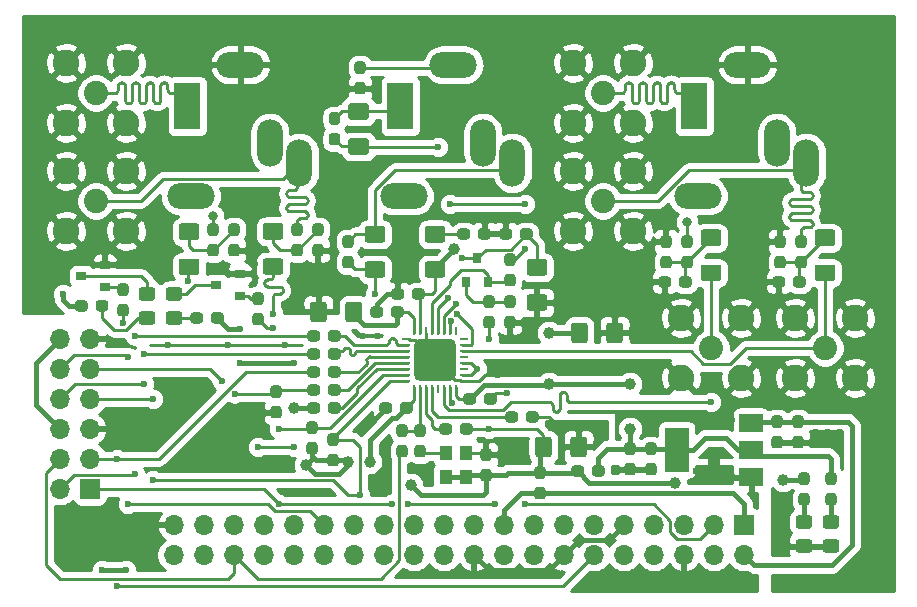
<source format=gtl>
G04 #@! TF.GenerationSoftware,KiCad,Pcbnew,(5.1.9)-1*
G04 #@! TF.CreationDate,2021-12-15T22:24:27+01:00*
G04 #@! TF.ProjectId,AudioCodecModule_ADAU1761,41756469-6f43-46f6-9465-634d6f64756c,rev?*
G04 #@! TF.SameCoordinates,Original*
G04 #@! TF.FileFunction,Copper,L1,Top*
G04 #@! TF.FilePolarity,Positive*
%FSLAX46Y46*%
G04 Gerber Fmt 4.6, Leading zero omitted, Abs format (unit mm)*
G04 Created by KiCad (PCBNEW (5.1.9)-1) date 2021-12-15 22:24:27*
%MOMM*%
%LPD*%
G01*
G04 APERTURE LIST*
G04 #@! TA.AperFunction,ComponentPad*
%ADD10C,2.250000*%
G04 #@! TD*
G04 #@! TA.AperFunction,ComponentPad*
%ADD11C,2.050000*%
G04 #@! TD*
G04 #@! TA.AperFunction,ComponentPad*
%ADD12O,4.000000X2.200000*%
G04 #@! TD*
G04 #@! TA.AperFunction,ComponentPad*
%ADD13O,2.200000X4.000000*%
G04 #@! TD*
G04 #@! TA.AperFunction,ComponentPad*
%ADD14R,2.200000X4.000000*%
G04 #@! TD*
G04 #@! TA.AperFunction,SMDPad,CuDef*
%ADD15R,2.000000X1.500000*%
G04 #@! TD*
G04 #@! TA.AperFunction,SMDPad,CuDef*
%ADD16R,2.000000X3.800000*%
G04 #@! TD*
G04 #@! TA.AperFunction,SMDPad,CuDef*
%ADD17R,0.900000X0.800000*%
G04 #@! TD*
G04 #@! TA.AperFunction,ComponentPad*
%ADD18O,1.700000X1.700000*%
G04 #@! TD*
G04 #@! TA.AperFunction,ComponentPad*
%ADD19R,1.700000X1.700000*%
G04 #@! TD*
G04 #@! TA.AperFunction,SMDPad,CuDef*
%ADD20R,1.100000X1.300000*%
G04 #@! TD*
G04 #@! TA.AperFunction,SMDPad,CuDef*
%ADD21R,0.800000X0.900000*%
G04 #@! TD*
G04 #@! TA.AperFunction,SMDPad,CuDef*
%ADD22R,0.260000X0.800000*%
G04 #@! TD*
G04 #@! TA.AperFunction,SMDPad,CuDef*
%ADD23R,0.800000X0.260000*%
G04 #@! TD*
G04 #@! TA.AperFunction,ViaPad*
%ADD24C,0.600000*%
G04 #@! TD*
G04 #@! TA.AperFunction,ViaPad*
%ADD25C,1.000000*%
G04 #@! TD*
G04 #@! TA.AperFunction,ViaPad*
%ADD26C,0.800000*%
G04 #@! TD*
G04 #@! TA.AperFunction,Conductor*
%ADD27C,0.250000*%
G04 #@! TD*
G04 #@! TA.AperFunction,Conductor*
%ADD28C,0.406400*%
G04 #@! TD*
G04 #@! TA.AperFunction,Conductor*
%ADD29C,0.254000*%
G04 #@! TD*
G04 #@! TA.AperFunction,Conductor*
%ADD30C,0.100000*%
G04 #@! TD*
G04 APERTURE END LIST*
D10*
X196342000Y-82296000D03*
X196342000Y-77216000D03*
X201422000Y-77216000D03*
X201422000Y-82296000D03*
D11*
X198882000Y-79756000D03*
G04 #@! TA.AperFunction,SMDPad,CuDef*
G36*
G01*
X166767500Y-61564000D02*
X167242500Y-61564000D01*
G75*
G02*
X167480000Y-61801500I0J-237500D01*
G01*
X167480000Y-62376500D01*
G75*
G02*
X167242500Y-62614000I-237500J0D01*
G01*
X166767500Y-62614000D01*
G75*
G02*
X166530000Y-62376500I0J237500D01*
G01*
X166530000Y-61801500D01*
G75*
G02*
X166767500Y-61564000I237500J0D01*
G01*
G37*
G04 #@! TD.AperFunction*
G04 #@! TA.AperFunction,SMDPad,CuDef*
G36*
G01*
X166767500Y-59814000D02*
X167242500Y-59814000D01*
G75*
G02*
X167480000Y-60051500I0J-237500D01*
G01*
X167480000Y-60626500D01*
G75*
G02*
X167242500Y-60864000I-237500J0D01*
G01*
X166767500Y-60864000D01*
G75*
G02*
X166530000Y-60626500I0J237500D01*
G01*
X166530000Y-60051500D01*
G75*
G02*
X166767500Y-59814000I237500J0D01*
G01*
G37*
G04 #@! TD.AperFunction*
G04 #@! TA.AperFunction,SMDPad,CuDef*
G36*
G01*
X169401500Y-56546000D02*
X168926500Y-56546000D01*
G75*
G02*
X168689000Y-56308500I0J237500D01*
G01*
X168689000Y-55733500D01*
G75*
G02*
X168926500Y-55496000I237500J0D01*
G01*
X169401500Y-55496000D01*
G75*
G02*
X169639000Y-55733500I0J-237500D01*
G01*
X169639000Y-56308500D01*
G75*
G02*
X169401500Y-56546000I-237500J0D01*
G01*
G37*
G04 #@! TD.AperFunction*
G04 #@! TA.AperFunction,SMDPad,CuDef*
G36*
G01*
X169401500Y-58296000D02*
X168926500Y-58296000D01*
G75*
G02*
X168689000Y-58058500I0J237500D01*
G01*
X168689000Y-57483500D01*
G75*
G02*
X168926500Y-57246000I237500J0D01*
G01*
X169401500Y-57246000D01*
G75*
G02*
X169639000Y-57483500I0J-237500D01*
G01*
X169639000Y-58058500D01*
G75*
G02*
X169401500Y-58296000I-237500J0D01*
G01*
G37*
G04 #@! TD.AperFunction*
G04 #@! TA.AperFunction,SMDPad,CuDef*
G36*
G01*
X168412000Y-61989000D02*
X169662000Y-61989000D01*
G75*
G02*
X169912000Y-62239000I0J-250000D01*
G01*
X169912000Y-63164000D01*
G75*
G02*
X169662000Y-63414000I-250000J0D01*
G01*
X168412000Y-63414000D01*
G75*
G02*
X168162000Y-63164000I0J250000D01*
G01*
X168162000Y-62239000D01*
G75*
G02*
X168412000Y-61989000I250000J0D01*
G01*
G37*
G04 #@! TD.AperFunction*
G04 #@! TA.AperFunction,SMDPad,CuDef*
G36*
G01*
X168412000Y-59014000D02*
X169662000Y-59014000D01*
G75*
G02*
X169912000Y-59264000I0J-250000D01*
G01*
X169912000Y-60189000D01*
G75*
G02*
X169662000Y-60439000I-250000J0D01*
G01*
X168412000Y-60439000D01*
G75*
G02*
X168162000Y-60189000I0J250000D01*
G01*
X168162000Y-59264000D01*
G75*
G02*
X168412000Y-59014000I250000J0D01*
G01*
G37*
G04 #@! TD.AperFunction*
D12*
X177066000Y-55790000D03*
D13*
X182066000Y-64090000D03*
X179566000Y-62390000D03*
D12*
X172866000Y-66890000D03*
D14*
X172566000Y-59290000D03*
D15*
X202286000Y-90692000D03*
X202286000Y-86092000D03*
X202286000Y-88392000D03*
D16*
X195986000Y-88392000D03*
G04 #@! TA.AperFunction,SMDPad,CuDef*
G36*
G01*
X155860000Y-76978500D02*
X155860000Y-77453500D01*
G75*
G02*
X155622500Y-77691000I-237500J0D01*
G01*
X155047500Y-77691000D01*
G75*
G02*
X154810000Y-77453500I0J237500D01*
G01*
X154810000Y-76978500D01*
G75*
G02*
X155047500Y-76741000I237500J0D01*
G01*
X155622500Y-76741000D01*
G75*
G02*
X155860000Y-76978500I0J-237500D01*
G01*
G37*
G04 #@! TD.AperFunction*
G04 #@! TA.AperFunction,SMDPad,CuDef*
G36*
G01*
X157610000Y-76978500D02*
X157610000Y-77453500D01*
G75*
G02*
X157372500Y-77691000I-237500J0D01*
G01*
X156797500Y-77691000D01*
G75*
G02*
X156560000Y-77453500I0J237500D01*
G01*
X156560000Y-76978500D01*
G75*
G02*
X156797500Y-76741000I237500J0D01*
G01*
X157372500Y-76741000D01*
G75*
G02*
X157610000Y-76978500I0J-237500D01*
G01*
G37*
G04 #@! TD.AperFunction*
G04 #@! TA.AperFunction,SMDPad,CuDef*
G36*
G01*
X188118000Y-89932500D02*
X188118000Y-90407500D01*
G75*
G02*
X187880500Y-90645000I-237500J0D01*
G01*
X187305500Y-90645000D01*
G75*
G02*
X187068000Y-90407500I0J237500D01*
G01*
X187068000Y-89932500D01*
G75*
G02*
X187305500Y-89695000I237500J0D01*
G01*
X187880500Y-89695000D01*
G75*
G02*
X188118000Y-89932500I0J-237500D01*
G01*
G37*
G04 #@! TD.AperFunction*
G04 #@! TA.AperFunction,SMDPad,CuDef*
G36*
G01*
X189868000Y-89932500D02*
X189868000Y-90407500D01*
G75*
G02*
X189630500Y-90645000I-237500J0D01*
G01*
X189055500Y-90645000D01*
G75*
G02*
X188818000Y-90407500I0J237500D01*
G01*
X188818000Y-89932500D01*
G75*
G02*
X189055500Y-89695000I237500J0D01*
G01*
X189630500Y-89695000D01*
G75*
G02*
X189868000Y-89932500I0J-237500D01*
G01*
G37*
G04 #@! TD.AperFunction*
G04 #@! TA.AperFunction,SMDPad,CuDef*
G36*
G01*
X160290500Y-76804000D02*
X160765500Y-76804000D01*
G75*
G02*
X161003000Y-77041500I0J-237500D01*
G01*
X161003000Y-77616500D01*
G75*
G02*
X160765500Y-77854000I-237500J0D01*
G01*
X160290500Y-77854000D01*
G75*
G02*
X160053000Y-77616500I0J237500D01*
G01*
X160053000Y-77041500D01*
G75*
G02*
X160290500Y-76804000I237500J0D01*
G01*
G37*
G04 #@! TD.AperFunction*
G04 #@! TA.AperFunction,SMDPad,CuDef*
G36*
G01*
X160290500Y-75054000D02*
X160765500Y-75054000D01*
G75*
G02*
X161003000Y-75291500I0J-237500D01*
G01*
X161003000Y-75866500D01*
G75*
G02*
X160765500Y-76104000I-237500J0D01*
G01*
X160290500Y-76104000D01*
G75*
G02*
X160053000Y-75866500I0J237500D01*
G01*
X160053000Y-75291500D01*
G75*
G02*
X160290500Y-75054000I237500J0D01*
G01*
G37*
G04 #@! TD.AperFunction*
G04 #@! TA.AperFunction,SMDPad,CuDef*
G36*
G01*
X146795000Y-76437500D02*
X146795000Y-75962500D01*
G75*
G02*
X147032500Y-75725000I237500J0D01*
G01*
X147607500Y-75725000D01*
G75*
G02*
X147845000Y-75962500I0J-237500D01*
G01*
X147845000Y-76437500D01*
G75*
G02*
X147607500Y-76675000I-237500J0D01*
G01*
X147032500Y-76675000D01*
G75*
G02*
X146795000Y-76437500I0J237500D01*
G01*
G37*
G04 #@! TD.AperFunction*
G04 #@! TA.AperFunction,SMDPad,CuDef*
G36*
G01*
X145045000Y-76437500D02*
X145045000Y-75962500D01*
G75*
G02*
X145282500Y-75725000I237500J0D01*
G01*
X145857500Y-75725000D01*
G75*
G02*
X146095000Y-75962500I0J-237500D01*
G01*
X146095000Y-76437500D01*
G75*
G02*
X145857500Y-76675000I-237500J0D01*
G01*
X145282500Y-76675000D01*
G75*
G02*
X145045000Y-76437500I0J237500D01*
G01*
G37*
G04 #@! TD.AperFunction*
G04 #@! TA.AperFunction,SMDPad,CuDef*
G36*
G01*
X148860500Y-76042000D02*
X149335500Y-76042000D01*
G75*
G02*
X149573000Y-76279500I0J-237500D01*
G01*
X149573000Y-76854500D01*
G75*
G02*
X149335500Y-77092000I-237500J0D01*
G01*
X148860500Y-77092000D01*
G75*
G02*
X148623000Y-76854500I0J237500D01*
G01*
X148623000Y-76279500D01*
G75*
G02*
X148860500Y-76042000I237500J0D01*
G01*
G37*
G04 #@! TD.AperFunction*
G04 #@! TA.AperFunction,SMDPad,CuDef*
G36*
G01*
X148860500Y-74292000D02*
X149335500Y-74292000D01*
G75*
G02*
X149573000Y-74529500I0J-237500D01*
G01*
X149573000Y-75104500D01*
G75*
G02*
X149335500Y-75342000I-237500J0D01*
G01*
X148860500Y-75342000D01*
G75*
G02*
X148623000Y-75104500I0J237500D01*
G01*
X148623000Y-74529500D01*
G75*
G02*
X148860500Y-74292000I237500J0D01*
G01*
G37*
G04 #@! TD.AperFunction*
G04 #@! TA.AperFunction,SMDPad,CuDef*
G36*
G01*
X208804500Y-92044000D02*
X209279500Y-92044000D01*
G75*
G02*
X209517000Y-92281500I0J-237500D01*
G01*
X209517000Y-92856500D01*
G75*
G02*
X209279500Y-93094000I-237500J0D01*
G01*
X208804500Y-93094000D01*
G75*
G02*
X208567000Y-92856500I0J237500D01*
G01*
X208567000Y-92281500D01*
G75*
G02*
X208804500Y-92044000I237500J0D01*
G01*
G37*
G04 #@! TD.AperFunction*
G04 #@! TA.AperFunction,SMDPad,CuDef*
G36*
G01*
X208804500Y-90294000D02*
X209279500Y-90294000D01*
G75*
G02*
X209517000Y-90531500I0J-237500D01*
G01*
X209517000Y-91106500D01*
G75*
G02*
X209279500Y-91344000I-237500J0D01*
G01*
X208804500Y-91344000D01*
G75*
G02*
X208567000Y-91106500I0J237500D01*
G01*
X208567000Y-90531500D01*
G75*
G02*
X208804500Y-90294000I237500J0D01*
G01*
G37*
G04 #@! TD.AperFunction*
G04 #@! TA.AperFunction,SMDPad,CuDef*
G36*
G01*
X206518500Y-92044000D02*
X206993500Y-92044000D01*
G75*
G02*
X207231000Y-92281500I0J-237500D01*
G01*
X207231000Y-92856500D01*
G75*
G02*
X206993500Y-93094000I-237500J0D01*
G01*
X206518500Y-93094000D01*
G75*
G02*
X206281000Y-92856500I0J237500D01*
G01*
X206281000Y-92281500D01*
G75*
G02*
X206518500Y-92044000I237500J0D01*
G01*
G37*
G04 #@! TD.AperFunction*
G04 #@! TA.AperFunction,SMDPad,CuDef*
G36*
G01*
X206518500Y-90294000D02*
X206993500Y-90294000D01*
G75*
G02*
X207231000Y-90531500I0J-237500D01*
G01*
X207231000Y-91106500D01*
G75*
G02*
X206993500Y-91344000I-237500J0D01*
G01*
X206518500Y-91344000D01*
G75*
G02*
X206281000Y-91106500I0J237500D01*
G01*
X206281000Y-90531500D01*
G75*
G02*
X206518500Y-90294000I237500J0D01*
G01*
G37*
G04 #@! TD.AperFunction*
D17*
X156988000Y-74422000D03*
X158988000Y-73472000D03*
X158988000Y-75372000D03*
X145558000Y-73660000D03*
X147558000Y-72710000D03*
X147558000Y-74610000D03*
D18*
X143764000Y-78994000D03*
X146304000Y-78994000D03*
X143764000Y-81534000D03*
X146304000Y-81534000D03*
X143764000Y-84074000D03*
X146304000Y-84074000D03*
X143764000Y-86614000D03*
X146304000Y-86614000D03*
X143764000Y-89154000D03*
X146304000Y-89154000D03*
X143764000Y-91694000D03*
D19*
X146304000Y-91694000D03*
G04 #@! TA.AperFunction,SMDPad,CuDef*
G36*
G01*
X152965999Y-76650000D02*
X153866001Y-76650000D01*
G75*
G02*
X154116000Y-76899999I0J-249999D01*
G01*
X154116000Y-77550001D01*
G75*
G02*
X153866001Y-77800000I-249999J0D01*
G01*
X152965999Y-77800000D01*
G75*
G02*
X152716000Y-77550001I0J249999D01*
G01*
X152716000Y-76899999D01*
G75*
G02*
X152965999Y-76650000I249999J0D01*
G01*
G37*
G04 #@! TD.AperFunction*
G04 #@! TA.AperFunction,SMDPad,CuDef*
G36*
G01*
X152965999Y-74600000D02*
X153866001Y-74600000D01*
G75*
G02*
X154116000Y-74849999I0J-249999D01*
G01*
X154116000Y-75500001D01*
G75*
G02*
X153866001Y-75750000I-249999J0D01*
G01*
X152965999Y-75750000D01*
G75*
G02*
X152716000Y-75500001I0J249999D01*
G01*
X152716000Y-74849999D01*
G75*
G02*
X152965999Y-74600000I249999J0D01*
G01*
G37*
G04 #@! TD.AperFunction*
G04 #@! TA.AperFunction,SMDPad,CuDef*
G36*
G01*
X150679999Y-76650000D02*
X151580001Y-76650000D01*
G75*
G02*
X151830000Y-76899999I0J-249999D01*
G01*
X151830000Y-77550001D01*
G75*
G02*
X151580001Y-77800000I-249999J0D01*
G01*
X150679999Y-77800000D01*
G75*
G02*
X150430000Y-77550001I0J249999D01*
G01*
X150430000Y-76899999D01*
G75*
G02*
X150679999Y-76650000I249999J0D01*
G01*
G37*
G04 #@! TD.AperFunction*
G04 #@! TA.AperFunction,SMDPad,CuDef*
G36*
G01*
X150679999Y-74600000D02*
X151580001Y-74600000D01*
G75*
G02*
X151830000Y-74849999I0J-249999D01*
G01*
X151830000Y-75500001D01*
G75*
G02*
X151580001Y-75750000I-249999J0D01*
G01*
X150679999Y-75750000D01*
G75*
G02*
X150430000Y-75500001I0J249999D01*
G01*
X150430000Y-74849999D01*
G75*
G02*
X150679999Y-74600000I249999J0D01*
G01*
G37*
G04 #@! TD.AperFunction*
G04 #@! TA.AperFunction,SMDPad,CuDef*
G36*
G01*
X209492001Y-95054000D02*
X208591999Y-95054000D01*
G75*
G02*
X208342000Y-94804001I0J249999D01*
G01*
X208342000Y-94153999D01*
G75*
G02*
X208591999Y-93904000I249999J0D01*
G01*
X209492001Y-93904000D01*
G75*
G02*
X209742000Y-94153999I0J-249999D01*
G01*
X209742000Y-94804001D01*
G75*
G02*
X209492001Y-95054000I-249999J0D01*
G01*
G37*
G04 #@! TD.AperFunction*
G04 #@! TA.AperFunction,SMDPad,CuDef*
G36*
G01*
X209492001Y-97104000D02*
X208591999Y-97104000D01*
G75*
G02*
X208342000Y-96854001I0J249999D01*
G01*
X208342000Y-96203999D01*
G75*
G02*
X208591999Y-95954000I249999J0D01*
G01*
X209492001Y-95954000D01*
G75*
G02*
X209742000Y-96203999I0J-249999D01*
G01*
X209742000Y-96854001D01*
G75*
G02*
X209492001Y-97104000I-249999J0D01*
G01*
G37*
G04 #@! TD.AperFunction*
G04 #@! TA.AperFunction,SMDPad,CuDef*
G36*
G01*
X207206001Y-95054000D02*
X206305999Y-95054000D01*
G75*
G02*
X206056000Y-94804001I0J249999D01*
G01*
X206056000Y-94153999D01*
G75*
G02*
X206305999Y-93904000I249999J0D01*
G01*
X207206001Y-93904000D01*
G75*
G02*
X207456000Y-94153999I0J-249999D01*
G01*
X207456000Y-94804001D01*
G75*
G02*
X207206001Y-95054000I-249999J0D01*
G01*
G37*
G04 #@! TD.AperFunction*
G04 #@! TA.AperFunction,SMDPad,CuDef*
G36*
G01*
X207206001Y-97104000D02*
X206305999Y-97104000D01*
G75*
G02*
X206056000Y-96854001I0J249999D01*
G01*
X206056000Y-96203999D01*
G75*
G02*
X206305999Y-95954000I249999J0D01*
G01*
X207206001Y-95954000D01*
G75*
G02*
X207456000Y-96203999I0J-249999D01*
G01*
X207456000Y-96854001D01*
G75*
G02*
X207206001Y-97104000I-249999J0D01*
G01*
G37*
G04 #@! TD.AperFunction*
G04 #@! TA.AperFunction,SMDPad,CuDef*
G36*
G01*
X191786500Y-89504000D02*
X192261500Y-89504000D01*
G75*
G02*
X192499000Y-89741500I0J-237500D01*
G01*
X192499000Y-90316500D01*
G75*
G02*
X192261500Y-90554000I-237500J0D01*
G01*
X191786500Y-90554000D01*
G75*
G02*
X191549000Y-90316500I0J237500D01*
G01*
X191549000Y-89741500D01*
G75*
G02*
X191786500Y-89504000I237500J0D01*
G01*
G37*
G04 #@! TD.AperFunction*
G04 #@! TA.AperFunction,SMDPad,CuDef*
G36*
G01*
X191786500Y-87754000D02*
X192261500Y-87754000D01*
G75*
G02*
X192499000Y-87991500I0J-237500D01*
G01*
X192499000Y-88566500D01*
G75*
G02*
X192261500Y-88804000I-237500J0D01*
G01*
X191786500Y-88804000D01*
G75*
G02*
X191549000Y-88566500I0J237500D01*
G01*
X191549000Y-87991500D01*
G75*
G02*
X191786500Y-87754000I237500J0D01*
G01*
G37*
G04 #@! TD.AperFunction*
G04 #@! TA.AperFunction,SMDPad,CuDef*
G36*
G01*
X193564500Y-89504000D02*
X194039500Y-89504000D01*
G75*
G02*
X194277000Y-89741500I0J-237500D01*
G01*
X194277000Y-90316500D01*
G75*
G02*
X194039500Y-90554000I-237500J0D01*
G01*
X193564500Y-90554000D01*
G75*
G02*
X193327000Y-90316500I0J237500D01*
G01*
X193327000Y-89741500D01*
G75*
G02*
X193564500Y-89504000I237500J0D01*
G01*
G37*
G04 #@! TD.AperFunction*
G04 #@! TA.AperFunction,SMDPad,CuDef*
G36*
G01*
X193564500Y-87754000D02*
X194039500Y-87754000D01*
G75*
G02*
X194277000Y-87991500I0J-237500D01*
G01*
X194277000Y-88566500D01*
G75*
G02*
X194039500Y-88804000I-237500J0D01*
G01*
X193564500Y-88804000D01*
G75*
G02*
X193327000Y-88566500I0J237500D01*
G01*
X193327000Y-87991500D01*
G75*
G02*
X193564500Y-87754000I237500J0D01*
G01*
G37*
G04 #@! TD.AperFunction*
G04 #@! TA.AperFunction,SMDPad,CuDef*
G36*
G01*
X206010500Y-87218000D02*
X206485500Y-87218000D01*
G75*
G02*
X206723000Y-87455500I0J-237500D01*
G01*
X206723000Y-88030500D01*
G75*
G02*
X206485500Y-88268000I-237500J0D01*
G01*
X206010500Y-88268000D01*
G75*
G02*
X205773000Y-88030500I0J237500D01*
G01*
X205773000Y-87455500D01*
G75*
G02*
X206010500Y-87218000I237500J0D01*
G01*
G37*
G04 #@! TD.AperFunction*
G04 #@! TA.AperFunction,SMDPad,CuDef*
G36*
G01*
X206010500Y-85468000D02*
X206485500Y-85468000D01*
G75*
G02*
X206723000Y-85705500I0J-237500D01*
G01*
X206723000Y-86280500D01*
G75*
G02*
X206485500Y-86518000I-237500J0D01*
G01*
X206010500Y-86518000D01*
G75*
G02*
X205773000Y-86280500I0J237500D01*
G01*
X205773000Y-85705500D01*
G75*
G02*
X206010500Y-85468000I237500J0D01*
G01*
G37*
G04 #@! TD.AperFunction*
G04 #@! TA.AperFunction,SMDPad,CuDef*
G36*
G01*
X204232500Y-87218000D02*
X204707500Y-87218000D01*
G75*
G02*
X204945000Y-87455500I0J-237500D01*
G01*
X204945000Y-88030500D01*
G75*
G02*
X204707500Y-88268000I-237500J0D01*
G01*
X204232500Y-88268000D01*
G75*
G02*
X203995000Y-88030500I0J237500D01*
G01*
X203995000Y-87455500D01*
G75*
G02*
X204232500Y-87218000I237500J0D01*
G01*
G37*
G04 #@! TD.AperFunction*
G04 #@! TA.AperFunction,SMDPad,CuDef*
G36*
G01*
X204232500Y-85468000D02*
X204707500Y-85468000D01*
G75*
G02*
X204945000Y-85705500I0J-237500D01*
G01*
X204945000Y-86280500D01*
G75*
G02*
X204707500Y-86518000I-237500J0D01*
G01*
X204232500Y-86518000D01*
G75*
G02*
X203995000Y-86280500I0J237500D01*
G01*
X203995000Y-85705500D01*
G75*
G02*
X204232500Y-85468000I237500J0D01*
G01*
G37*
G04 #@! TD.AperFunction*
G04 #@! TA.AperFunction,SMDPad,CuDef*
G36*
G01*
X166640500Y-88742000D02*
X167115500Y-88742000D01*
G75*
G02*
X167353000Y-88979500I0J-237500D01*
G01*
X167353000Y-89554500D01*
G75*
G02*
X167115500Y-89792000I-237500J0D01*
G01*
X166640500Y-89792000D01*
G75*
G02*
X166403000Y-89554500I0J237500D01*
G01*
X166403000Y-88979500D01*
G75*
G02*
X166640500Y-88742000I237500J0D01*
G01*
G37*
G04 #@! TD.AperFunction*
G04 #@! TA.AperFunction,SMDPad,CuDef*
G36*
G01*
X166640500Y-86992000D02*
X167115500Y-86992000D01*
G75*
G02*
X167353000Y-87229500I0J-237500D01*
G01*
X167353000Y-87804500D01*
G75*
G02*
X167115500Y-88042000I-237500J0D01*
G01*
X166640500Y-88042000D01*
G75*
G02*
X166403000Y-87804500I0J237500D01*
G01*
X166403000Y-87229500D01*
G75*
G02*
X166640500Y-86992000I237500J0D01*
G01*
G37*
G04 #@! TD.AperFunction*
G04 #@! TA.AperFunction,SMDPad,CuDef*
G36*
G01*
X164862500Y-87726000D02*
X165337500Y-87726000D01*
G75*
G02*
X165575000Y-87963500I0J-237500D01*
G01*
X165575000Y-88538500D01*
G75*
G02*
X165337500Y-88776000I-237500J0D01*
G01*
X164862500Y-88776000D01*
G75*
G02*
X164625000Y-88538500I0J237500D01*
G01*
X164625000Y-87963500D01*
G75*
G02*
X164862500Y-87726000I237500J0D01*
G01*
G37*
G04 #@! TD.AperFunction*
G04 #@! TA.AperFunction,SMDPad,CuDef*
G36*
G01*
X164862500Y-85976000D02*
X165337500Y-85976000D01*
G75*
G02*
X165575000Y-86213500I0J-237500D01*
G01*
X165575000Y-86788500D01*
G75*
G02*
X165337500Y-87026000I-237500J0D01*
G01*
X164862500Y-87026000D01*
G75*
G02*
X164625000Y-86788500I0J237500D01*
G01*
X164625000Y-86213500D01*
G75*
G02*
X164862500Y-85976000I237500J0D01*
G01*
G37*
G04 #@! TD.AperFunction*
D20*
X176467000Y-90712000D03*
X176467000Y-88612000D03*
X178117000Y-88612000D03*
X178117000Y-90712000D03*
G04 #@! TA.AperFunction,SMDPad,CuDef*
G36*
G01*
X179594500Y-90012000D02*
X180069500Y-90012000D01*
G75*
G02*
X180307000Y-90249500I0J-237500D01*
G01*
X180307000Y-90824500D01*
G75*
G02*
X180069500Y-91062000I-237500J0D01*
G01*
X179594500Y-91062000D01*
G75*
G02*
X179357000Y-90824500I0J237500D01*
G01*
X179357000Y-90249500D01*
G75*
G02*
X179594500Y-90012000I237500J0D01*
G01*
G37*
G04 #@! TD.AperFunction*
G04 #@! TA.AperFunction,SMDPad,CuDef*
G36*
G01*
X179594500Y-88262000D02*
X180069500Y-88262000D01*
G75*
G02*
X180307000Y-88499500I0J-237500D01*
G01*
X180307000Y-89074500D01*
G75*
G02*
X180069500Y-89312000I-237500J0D01*
G01*
X179594500Y-89312000D01*
G75*
G02*
X179357000Y-89074500I0J237500D01*
G01*
X179357000Y-88499500D01*
G75*
G02*
X179594500Y-88262000I237500J0D01*
G01*
G37*
G04 #@! TD.AperFunction*
G04 #@! TA.AperFunction,SMDPad,CuDef*
G36*
G01*
X161814500Y-84678000D02*
X162289500Y-84678000D01*
G75*
G02*
X162527000Y-84915500I0J-237500D01*
G01*
X162527000Y-85490500D01*
G75*
G02*
X162289500Y-85728000I-237500J0D01*
G01*
X161814500Y-85728000D01*
G75*
G02*
X161577000Y-85490500I0J237500D01*
G01*
X161577000Y-84915500D01*
G75*
G02*
X161814500Y-84678000I237500J0D01*
G01*
G37*
G04 #@! TD.AperFunction*
G04 #@! TA.AperFunction,SMDPad,CuDef*
G36*
G01*
X161814500Y-82928000D02*
X162289500Y-82928000D01*
G75*
G02*
X162527000Y-83165500I0J-237500D01*
G01*
X162527000Y-83740500D01*
G75*
G02*
X162289500Y-83978000I-237500J0D01*
G01*
X161814500Y-83978000D01*
G75*
G02*
X161577000Y-83740500I0J237500D01*
G01*
X161577000Y-83165500D01*
G75*
G02*
X161814500Y-82928000I237500J0D01*
G01*
G37*
G04 #@! TD.AperFunction*
G04 #@! TA.AperFunction,SMDPad,CuDef*
G36*
G01*
X171800000Y-76945500D02*
X171800000Y-76470500D01*
G75*
G02*
X172037500Y-76233000I237500J0D01*
G01*
X172612500Y-76233000D01*
G75*
G02*
X172850000Y-76470500I0J-237500D01*
G01*
X172850000Y-76945500D01*
G75*
G02*
X172612500Y-77183000I-237500J0D01*
G01*
X172037500Y-77183000D01*
G75*
G02*
X171800000Y-76945500I0J237500D01*
G01*
G37*
G04 #@! TD.AperFunction*
G04 #@! TA.AperFunction,SMDPad,CuDef*
G36*
G01*
X170050000Y-76945500D02*
X170050000Y-76470500D01*
G75*
G02*
X170287500Y-76233000I237500J0D01*
G01*
X170862500Y-76233000D01*
G75*
G02*
X171100000Y-76470500I0J-237500D01*
G01*
X171100000Y-76945500D01*
G75*
G02*
X170862500Y-77183000I-237500J0D01*
G01*
X170287500Y-77183000D01*
G75*
G02*
X170050000Y-76945500I0J237500D01*
G01*
G37*
G04 #@! TD.AperFunction*
G04 #@! TA.AperFunction,SMDPad,CuDef*
G36*
G01*
X172562000Y-85073500D02*
X172562000Y-84598500D01*
G75*
G02*
X172799500Y-84361000I237500J0D01*
G01*
X173374500Y-84361000D01*
G75*
G02*
X173612000Y-84598500I0J-237500D01*
G01*
X173612000Y-85073500D01*
G75*
G02*
X173374500Y-85311000I-237500J0D01*
G01*
X172799500Y-85311000D01*
G75*
G02*
X172562000Y-85073500I0J237500D01*
G01*
G37*
G04 #@! TD.AperFunction*
G04 #@! TA.AperFunction,SMDPad,CuDef*
G36*
G01*
X170812000Y-85073500D02*
X170812000Y-84598500D01*
G75*
G02*
X171049500Y-84361000I237500J0D01*
G01*
X171624500Y-84361000D01*
G75*
G02*
X171862000Y-84598500I0J-237500D01*
G01*
X171862000Y-85073500D01*
G75*
G02*
X171624500Y-85311000I-237500J0D01*
G01*
X171049500Y-85311000D01*
G75*
G02*
X170812000Y-85073500I0J237500D01*
G01*
G37*
G04 #@! TD.AperFunction*
G04 #@! TA.AperFunction,SMDPad,CuDef*
G36*
G01*
X166357000Y-76083000D02*
X166357000Y-77333000D01*
G75*
G02*
X166107000Y-77583000I-250000J0D01*
G01*
X165182000Y-77583000D01*
G75*
G02*
X164932000Y-77333000I0J250000D01*
G01*
X164932000Y-76083000D01*
G75*
G02*
X165182000Y-75833000I250000J0D01*
G01*
X166107000Y-75833000D01*
G75*
G02*
X166357000Y-76083000I0J-250000D01*
G01*
G37*
G04 #@! TD.AperFunction*
G04 #@! TA.AperFunction,SMDPad,CuDef*
G36*
G01*
X169332000Y-76083000D02*
X169332000Y-77333000D01*
G75*
G02*
X169082000Y-77583000I-250000J0D01*
G01*
X168157000Y-77583000D01*
G75*
G02*
X167907000Y-77333000I0J250000D01*
G01*
X167907000Y-76083000D01*
G75*
G02*
X168157000Y-75833000I250000J0D01*
G01*
X169082000Y-75833000D01*
G75*
G02*
X169332000Y-76083000I0J-250000D01*
G01*
G37*
G04 #@! TD.AperFunction*
G04 #@! TA.AperFunction,SMDPad,CuDef*
G36*
G01*
X186957000Y-88763000D02*
X186957000Y-87513000D01*
G75*
G02*
X187207000Y-87263000I250000J0D01*
G01*
X188132000Y-87263000D01*
G75*
G02*
X188382000Y-87513000I0J-250000D01*
G01*
X188382000Y-88763000D01*
G75*
G02*
X188132000Y-89013000I-250000J0D01*
G01*
X187207000Y-89013000D01*
G75*
G02*
X186957000Y-88763000I0J250000D01*
G01*
G37*
G04 #@! TD.AperFunction*
G04 #@! TA.AperFunction,SMDPad,CuDef*
G36*
G01*
X183982000Y-88763000D02*
X183982000Y-87513000D01*
G75*
G02*
X184232000Y-87263000I250000J0D01*
G01*
X185157000Y-87263000D01*
G75*
G02*
X185407000Y-87513000I0J-250000D01*
G01*
X185407000Y-88763000D01*
G75*
G02*
X185157000Y-89013000I-250000J0D01*
G01*
X184232000Y-89013000D01*
G75*
G02*
X183982000Y-88763000I0J250000D01*
G01*
G37*
G04 #@! TD.AperFunction*
G04 #@! TA.AperFunction,SMDPad,CuDef*
G36*
G01*
X182022000Y-69866500D02*
X182022000Y-70341500D01*
G75*
G02*
X181784500Y-70579000I-237500J0D01*
G01*
X181209500Y-70579000D01*
G75*
G02*
X180972000Y-70341500I0J237500D01*
G01*
X180972000Y-69866500D01*
G75*
G02*
X181209500Y-69629000I237500J0D01*
G01*
X181784500Y-69629000D01*
G75*
G02*
X182022000Y-69866500I0J-237500D01*
G01*
G37*
G04 #@! TD.AperFunction*
G04 #@! TA.AperFunction,SMDPad,CuDef*
G36*
G01*
X183772000Y-69866500D02*
X183772000Y-70341500D01*
G75*
G02*
X183534500Y-70579000I-237500J0D01*
G01*
X182959500Y-70579000D01*
G75*
G02*
X182722000Y-70341500I0J237500D01*
G01*
X182722000Y-69866500D01*
G75*
G02*
X182959500Y-69629000I237500J0D01*
G01*
X183534500Y-69629000D01*
G75*
G02*
X183772000Y-69866500I0J-237500D01*
G01*
G37*
G04 #@! TD.AperFunction*
G04 #@! TA.AperFunction,SMDPad,CuDef*
G36*
G01*
X179166000Y-70341500D02*
X179166000Y-69866500D01*
G75*
G02*
X179403500Y-69629000I237500J0D01*
G01*
X179978500Y-69629000D01*
G75*
G02*
X180216000Y-69866500I0J-237500D01*
G01*
X180216000Y-70341500D01*
G75*
G02*
X179978500Y-70579000I-237500J0D01*
G01*
X179403500Y-70579000D01*
G75*
G02*
X179166000Y-70341500I0J237500D01*
G01*
G37*
G04 #@! TD.AperFunction*
G04 #@! TA.AperFunction,SMDPad,CuDef*
G36*
G01*
X177416000Y-70341500D02*
X177416000Y-69866500D01*
G75*
G02*
X177653500Y-69629000I237500J0D01*
G01*
X178228500Y-69629000D01*
G75*
G02*
X178466000Y-69866500I0J-237500D01*
G01*
X178466000Y-70341500D01*
G75*
G02*
X178228500Y-70579000I-237500J0D01*
G01*
X177653500Y-70579000D01*
G75*
G02*
X177416000Y-70341500I0J237500D01*
G01*
G37*
G04 #@! TD.AperFunction*
G04 #@! TA.AperFunction,SMDPad,CuDef*
G36*
G01*
X183525000Y-75197000D02*
X184775000Y-75197000D01*
G75*
G02*
X185025000Y-75447000I0J-250000D01*
G01*
X185025000Y-76372000D01*
G75*
G02*
X184775000Y-76622000I-250000J0D01*
G01*
X183525000Y-76622000D01*
G75*
G02*
X183275000Y-76372000I0J250000D01*
G01*
X183275000Y-75447000D01*
G75*
G02*
X183525000Y-75197000I250000J0D01*
G01*
G37*
G04 #@! TD.AperFunction*
G04 #@! TA.AperFunction,SMDPad,CuDef*
G36*
G01*
X183525000Y-72222000D02*
X184775000Y-72222000D01*
G75*
G02*
X185025000Y-72472000I0J-250000D01*
G01*
X185025000Y-73397000D01*
G75*
G02*
X184775000Y-73647000I-250000J0D01*
G01*
X183525000Y-73647000D01*
G75*
G02*
X183275000Y-73397000I0J250000D01*
G01*
X183275000Y-72472000D01*
G75*
G02*
X183525000Y-72222000I250000J0D01*
G01*
G37*
G04 #@! TD.AperFunction*
G04 #@! TA.AperFunction,SMDPad,CuDef*
G36*
G01*
X178974000Y-83836500D02*
X178974000Y-84311500D01*
G75*
G02*
X178736500Y-84549000I-237500J0D01*
G01*
X178161500Y-84549000D01*
G75*
G02*
X177924000Y-84311500I0J237500D01*
G01*
X177924000Y-83836500D01*
G75*
G02*
X178161500Y-83599000I237500J0D01*
G01*
X178736500Y-83599000D01*
G75*
G02*
X178974000Y-83836500I0J-237500D01*
G01*
G37*
G04 #@! TD.AperFunction*
G04 #@! TA.AperFunction,SMDPad,CuDef*
G36*
G01*
X180724000Y-83836500D02*
X180724000Y-84311500D01*
G75*
G02*
X180486500Y-84549000I-237500J0D01*
G01*
X179911500Y-84549000D01*
G75*
G02*
X179674000Y-84311500I0J237500D01*
G01*
X179674000Y-83836500D01*
G75*
G02*
X179911500Y-83599000I237500J0D01*
G01*
X180486500Y-83599000D01*
G75*
G02*
X180724000Y-83836500I0J-237500D01*
G01*
G37*
G04 #@! TD.AperFunction*
G04 #@! TA.AperFunction,SMDPad,CuDef*
G36*
G01*
X171828000Y-75421500D02*
X171828000Y-74946500D01*
G75*
G02*
X172065500Y-74709000I237500J0D01*
G01*
X172640500Y-74709000D01*
G75*
G02*
X172878000Y-74946500I0J-237500D01*
G01*
X172878000Y-75421500D01*
G75*
G02*
X172640500Y-75659000I-237500J0D01*
G01*
X172065500Y-75659000D01*
G75*
G02*
X171828000Y-75421500I0J237500D01*
G01*
G37*
G04 #@! TD.AperFunction*
G04 #@! TA.AperFunction,SMDPad,CuDef*
G36*
G01*
X173578000Y-75421500D02*
X173578000Y-74946500D01*
G75*
G02*
X173815500Y-74709000I237500J0D01*
G01*
X174390500Y-74709000D01*
G75*
G02*
X174628000Y-74946500I0J-237500D01*
G01*
X174628000Y-75421500D01*
G75*
G02*
X174390500Y-75659000I-237500J0D01*
G01*
X173815500Y-75659000D01*
G75*
G02*
X173578000Y-75421500I0J237500D01*
G01*
G37*
G04 #@! TD.AperFunction*
G04 #@! TA.AperFunction,SMDPad,CuDef*
G36*
G01*
X190005000Y-79111000D02*
X190005000Y-77861000D01*
G75*
G02*
X190255000Y-77611000I250000J0D01*
G01*
X191180000Y-77611000D01*
G75*
G02*
X191430000Y-77861000I0J-250000D01*
G01*
X191430000Y-79111000D01*
G75*
G02*
X191180000Y-79361000I-250000J0D01*
G01*
X190255000Y-79361000D01*
G75*
G02*
X190005000Y-79111000I0J250000D01*
G01*
G37*
G04 #@! TD.AperFunction*
G04 #@! TA.AperFunction,SMDPad,CuDef*
G36*
G01*
X187030000Y-79111000D02*
X187030000Y-77861000D01*
G75*
G02*
X187280000Y-77611000I250000J0D01*
G01*
X188205000Y-77611000D01*
G75*
G02*
X188455000Y-77861000I0J-250000D01*
G01*
X188455000Y-79111000D01*
G75*
G02*
X188205000Y-79361000I-250000J0D01*
G01*
X187280000Y-79361000D01*
G75*
G02*
X187030000Y-79111000I0J250000D01*
G01*
G37*
G04 #@! TD.AperFunction*
G04 #@! TA.AperFunction,SMDPad,CuDef*
G36*
G01*
X161173000Y-72149000D02*
X162423000Y-72149000D01*
G75*
G02*
X162673000Y-72399000I0J-250000D01*
G01*
X162673000Y-73324000D01*
G75*
G02*
X162423000Y-73574000I-250000J0D01*
G01*
X161173000Y-73574000D01*
G75*
G02*
X160923000Y-73324000I0J250000D01*
G01*
X160923000Y-72399000D01*
G75*
G02*
X161173000Y-72149000I250000J0D01*
G01*
G37*
G04 #@! TD.AperFunction*
G04 #@! TA.AperFunction,SMDPad,CuDef*
G36*
G01*
X161173000Y-69174000D02*
X162423000Y-69174000D01*
G75*
G02*
X162673000Y-69424000I0J-250000D01*
G01*
X162673000Y-70349000D01*
G75*
G02*
X162423000Y-70599000I-250000J0D01*
G01*
X161173000Y-70599000D01*
G75*
G02*
X160923000Y-70349000I0J250000D01*
G01*
X160923000Y-69424000D01*
G75*
G02*
X161173000Y-69174000I250000J0D01*
G01*
G37*
G04 #@! TD.AperFunction*
G04 #@! TA.AperFunction,SMDPad,CuDef*
G36*
G01*
X198257000Y-72693500D02*
X199507000Y-72693500D01*
G75*
G02*
X199757000Y-72943500I0J-250000D01*
G01*
X199757000Y-73868500D01*
G75*
G02*
X199507000Y-74118500I-250000J0D01*
G01*
X198257000Y-74118500D01*
G75*
G02*
X198007000Y-73868500I0J250000D01*
G01*
X198007000Y-72943500D01*
G75*
G02*
X198257000Y-72693500I250000J0D01*
G01*
G37*
G04 #@! TD.AperFunction*
G04 #@! TA.AperFunction,SMDPad,CuDef*
G36*
G01*
X198257000Y-69718500D02*
X199507000Y-69718500D01*
G75*
G02*
X199757000Y-69968500I0J-250000D01*
G01*
X199757000Y-70893500D01*
G75*
G02*
X199507000Y-71143500I-250000J0D01*
G01*
X198257000Y-71143500D01*
G75*
G02*
X198007000Y-70893500I0J250000D01*
G01*
X198007000Y-69968500D01*
G75*
G02*
X198257000Y-69718500I250000J0D01*
G01*
G37*
G04 #@! TD.AperFunction*
G04 #@! TA.AperFunction,SMDPad,CuDef*
G36*
G01*
X195309500Y-71278000D02*
X194834500Y-71278000D01*
G75*
G02*
X194597000Y-71040500I0J237500D01*
G01*
X194597000Y-70465500D01*
G75*
G02*
X194834500Y-70228000I237500J0D01*
G01*
X195309500Y-70228000D01*
G75*
G02*
X195547000Y-70465500I0J-237500D01*
G01*
X195547000Y-71040500D01*
G75*
G02*
X195309500Y-71278000I-237500J0D01*
G01*
G37*
G04 #@! TD.AperFunction*
G04 #@! TA.AperFunction,SMDPad,CuDef*
G36*
G01*
X195309500Y-73028000D02*
X194834500Y-73028000D01*
G75*
G02*
X194597000Y-72790500I0J237500D01*
G01*
X194597000Y-72215500D01*
G75*
G02*
X194834500Y-71978000I237500J0D01*
G01*
X195309500Y-71978000D01*
G75*
G02*
X195547000Y-72215500I0J-237500D01*
G01*
X195547000Y-72790500D01*
G75*
G02*
X195309500Y-73028000I-237500J0D01*
G01*
G37*
G04 #@! TD.AperFunction*
G04 #@! TA.AperFunction,SMDPad,CuDef*
G36*
G01*
X154061000Y-72185500D02*
X155311000Y-72185500D01*
G75*
G02*
X155561000Y-72435500I0J-250000D01*
G01*
X155561000Y-73360500D01*
G75*
G02*
X155311000Y-73610500I-250000J0D01*
G01*
X154061000Y-73610500D01*
G75*
G02*
X153811000Y-73360500I0J250000D01*
G01*
X153811000Y-72435500D01*
G75*
G02*
X154061000Y-72185500I250000J0D01*
G01*
G37*
G04 #@! TD.AperFunction*
G04 #@! TA.AperFunction,SMDPad,CuDef*
G36*
G01*
X154061000Y-69210500D02*
X155311000Y-69210500D01*
G75*
G02*
X155561000Y-69460500I0J-250000D01*
G01*
X155561000Y-70385500D01*
G75*
G02*
X155311000Y-70635500I-250000J0D01*
G01*
X154061000Y-70635500D01*
G75*
G02*
X153811000Y-70385500I0J250000D01*
G01*
X153811000Y-69460500D01*
G75*
G02*
X154061000Y-69210500I250000J0D01*
G01*
G37*
G04 #@! TD.AperFunction*
G04 #@! TA.AperFunction,SMDPad,CuDef*
G36*
G01*
X169809000Y-72403000D02*
X171059000Y-72403000D01*
G75*
G02*
X171309000Y-72653000I0J-250000D01*
G01*
X171309000Y-73578000D01*
G75*
G02*
X171059000Y-73828000I-250000J0D01*
G01*
X169809000Y-73828000D01*
G75*
G02*
X169559000Y-73578000I0J250000D01*
G01*
X169559000Y-72653000D01*
G75*
G02*
X169809000Y-72403000I250000J0D01*
G01*
G37*
G04 #@! TD.AperFunction*
G04 #@! TA.AperFunction,SMDPad,CuDef*
G36*
G01*
X169809000Y-69428000D02*
X171059000Y-69428000D01*
G75*
G02*
X171309000Y-69678000I0J-250000D01*
G01*
X171309000Y-70603000D01*
G75*
G02*
X171059000Y-70853000I-250000J0D01*
G01*
X169809000Y-70853000D01*
G75*
G02*
X169559000Y-70603000I0J250000D01*
G01*
X169559000Y-69678000D01*
G75*
G02*
X169809000Y-69428000I250000J0D01*
G01*
G37*
G04 #@! TD.AperFunction*
G04 #@! TA.AperFunction,SMDPad,CuDef*
G36*
G01*
X207909000Y-72693500D02*
X209159000Y-72693500D01*
G75*
G02*
X209409000Y-72943500I0J-250000D01*
G01*
X209409000Y-73868500D01*
G75*
G02*
X209159000Y-74118500I-250000J0D01*
G01*
X207909000Y-74118500D01*
G75*
G02*
X207659000Y-73868500I0J250000D01*
G01*
X207659000Y-72943500D01*
G75*
G02*
X207909000Y-72693500I250000J0D01*
G01*
G37*
G04 #@! TD.AperFunction*
G04 #@! TA.AperFunction,SMDPad,CuDef*
G36*
G01*
X207909000Y-69718500D02*
X209159000Y-69718500D01*
G75*
G02*
X209409000Y-69968500I0J-250000D01*
G01*
X209409000Y-70893500D01*
G75*
G02*
X209159000Y-71143500I-250000J0D01*
G01*
X207909000Y-71143500D01*
G75*
G02*
X207659000Y-70893500I0J250000D01*
G01*
X207659000Y-69968500D01*
G75*
G02*
X207909000Y-69718500I250000J0D01*
G01*
G37*
G04 #@! TD.AperFunction*
G04 #@! TA.AperFunction,SMDPad,CuDef*
G36*
G01*
X204961500Y-71278000D02*
X204486500Y-71278000D01*
G75*
G02*
X204249000Y-71040500I0J237500D01*
G01*
X204249000Y-70465500D01*
G75*
G02*
X204486500Y-70228000I237500J0D01*
G01*
X204961500Y-70228000D01*
G75*
G02*
X205199000Y-70465500I0J-237500D01*
G01*
X205199000Y-71040500D01*
G75*
G02*
X204961500Y-71278000I-237500J0D01*
G01*
G37*
G04 #@! TD.AperFunction*
G04 #@! TA.AperFunction,SMDPad,CuDef*
G36*
G01*
X204961500Y-73028000D02*
X204486500Y-73028000D01*
G75*
G02*
X204249000Y-72790500I0J237500D01*
G01*
X204249000Y-72215500D01*
G75*
G02*
X204486500Y-71978000I237500J0D01*
G01*
X204961500Y-71978000D01*
G75*
G02*
X205199000Y-72215500I0J-237500D01*
G01*
X205199000Y-72790500D01*
G75*
G02*
X204961500Y-73028000I-237500J0D01*
G01*
G37*
G04 #@! TD.AperFunction*
G04 #@! TA.AperFunction,SMDPad,CuDef*
G36*
G01*
X184166500Y-91536000D02*
X184641500Y-91536000D01*
G75*
G02*
X184879000Y-91773500I0J-237500D01*
G01*
X184879000Y-92348500D01*
G75*
G02*
X184641500Y-92586000I-237500J0D01*
G01*
X184166500Y-92586000D01*
G75*
G02*
X183929000Y-92348500I0J237500D01*
G01*
X183929000Y-91773500D01*
G75*
G02*
X184166500Y-91536000I237500J0D01*
G01*
G37*
G04 #@! TD.AperFunction*
G04 #@! TA.AperFunction,SMDPad,CuDef*
G36*
G01*
X184166500Y-89786000D02*
X184641500Y-89786000D01*
G75*
G02*
X184879000Y-90023500I0J-237500D01*
G01*
X184879000Y-90598500D01*
G75*
G02*
X184641500Y-90836000I-237500J0D01*
G01*
X184166500Y-90836000D01*
G75*
G02*
X183929000Y-90598500I0J237500D01*
G01*
X183929000Y-90023500D01*
G75*
G02*
X184166500Y-89786000I237500J0D01*
G01*
G37*
G04 #@! TD.AperFunction*
D10*
X205994000Y-82296000D03*
X205994000Y-77216000D03*
X211074000Y-77216000D03*
X211074000Y-82296000D03*
D11*
X208534000Y-79756000D03*
D10*
X144272000Y-60706000D03*
X144272000Y-55626000D03*
X149352000Y-55626000D03*
X149352000Y-60706000D03*
D11*
X146812000Y-58166000D03*
D10*
X144272000Y-69850000D03*
X144272000Y-64770000D03*
X149352000Y-64770000D03*
X149352000Y-69850000D03*
D11*
X146812000Y-67310000D03*
D10*
X187198000Y-69850000D03*
X187198000Y-64770000D03*
X192278000Y-64770000D03*
X192278000Y-69850000D03*
D11*
X189738000Y-67310000D03*
D10*
X187198000Y-60706000D03*
X187198000Y-55626000D03*
X192278000Y-55626000D03*
X192278000Y-60706000D03*
D11*
X189738000Y-58166000D03*
D12*
X159032000Y-55790000D03*
D13*
X164032000Y-64090000D03*
X161532000Y-62390000D03*
D12*
X154832000Y-66890000D03*
D14*
X154532000Y-59290000D03*
D12*
X201958000Y-55790000D03*
D13*
X206958000Y-64090000D03*
X204458000Y-62390000D03*
D12*
X197758000Y-66890000D03*
D14*
X197458000Y-59290000D03*
G04 #@! TA.AperFunction,SMDPad,CuDef*
G36*
G01*
X176139000Y-70853000D02*
X174889000Y-70853000D01*
G75*
G02*
X174639000Y-70603000I0J250000D01*
G01*
X174639000Y-69678000D01*
G75*
G02*
X174889000Y-69428000I250000J0D01*
G01*
X176139000Y-69428000D01*
G75*
G02*
X176389000Y-69678000I0J-250000D01*
G01*
X176389000Y-70603000D01*
G75*
G02*
X176139000Y-70853000I-250000J0D01*
G01*
G37*
G04 #@! TD.AperFunction*
G04 #@! TA.AperFunction,SMDPad,CuDef*
G36*
G01*
X176139000Y-73828000D02*
X174889000Y-73828000D01*
G75*
G02*
X174639000Y-73578000I0J250000D01*
G01*
X174639000Y-72653000D01*
G75*
G02*
X174889000Y-72403000I250000J0D01*
G01*
X176139000Y-72403000D01*
G75*
G02*
X176389000Y-72653000I0J-250000D01*
G01*
X176389000Y-73578000D01*
G75*
G02*
X176139000Y-73828000I-250000J0D01*
G01*
G37*
G04 #@! TD.AperFunction*
D21*
X179070000Y-72152000D03*
X180020000Y-74152000D03*
X178120000Y-74152000D03*
G04 #@! TA.AperFunction,SMDPad,CuDef*
G36*
G01*
X165766000Y-84598500D02*
X165766000Y-85073500D01*
G75*
G02*
X165528500Y-85311000I-237500J0D01*
G01*
X164953500Y-85311000D01*
G75*
G02*
X164716000Y-85073500I0J237500D01*
G01*
X164716000Y-84598500D01*
G75*
G02*
X164953500Y-84361000I237500J0D01*
G01*
X165528500Y-84361000D01*
G75*
G02*
X165766000Y-84598500I0J-237500D01*
G01*
G37*
G04 #@! TD.AperFunction*
G04 #@! TA.AperFunction,SMDPad,CuDef*
G36*
G01*
X167516000Y-84598500D02*
X167516000Y-85073500D01*
G75*
G02*
X167278500Y-85311000I-237500J0D01*
G01*
X166703500Y-85311000D01*
G75*
G02*
X166466000Y-85073500I0J237500D01*
G01*
X166466000Y-84598500D01*
G75*
G02*
X166703500Y-84361000I237500J0D01*
G01*
X167278500Y-84361000D01*
G75*
G02*
X167516000Y-84598500I0J-237500D01*
G01*
G37*
G04 #@! TD.AperFunction*
G04 #@! TA.AperFunction,SMDPad,CuDef*
G36*
G01*
X177642000Y-86851500D02*
X177642000Y-86376500D01*
G75*
G02*
X177879500Y-86139000I237500J0D01*
G01*
X178454500Y-86139000D01*
G75*
G02*
X178692000Y-86376500I0J-237500D01*
G01*
X178692000Y-86851500D01*
G75*
G02*
X178454500Y-87089000I-237500J0D01*
G01*
X177879500Y-87089000D01*
G75*
G02*
X177642000Y-86851500I0J237500D01*
G01*
G37*
G04 #@! TD.AperFunction*
G04 #@! TA.AperFunction,SMDPad,CuDef*
G36*
G01*
X175892000Y-86851500D02*
X175892000Y-86376500D01*
G75*
G02*
X176129500Y-86139000I237500J0D01*
G01*
X176704500Y-86139000D01*
G75*
G02*
X176942000Y-86376500I0J-237500D01*
G01*
X176942000Y-86851500D01*
G75*
G02*
X176704500Y-87089000I-237500J0D01*
G01*
X176129500Y-87089000D01*
G75*
G02*
X175892000Y-86851500I0J237500D01*
G01*
G37*
G04 #@! TD.AperFunction*
G04 #@! TA.AperFunction,SMDPad,CuDef*
G36*
G01*
X172482500Y-87980000D02*
X172957500Y-87980000D01*
G75*
G02*
X173195000Y-88217500I0J-237500D01*
G01*
X173195000Y-88792500D01*
G75*
G02*
X172957500Y-89030000I-237500J0D01*
G01*
X172482500Y-89030000D01*
G75*
G02*
X172245000Y-88792500I0J237500D01*
G01*
X172245000Y-88217500D01*
G75*
G02*
X172482500Y-87980000I237500J0D01*
G01*
G37*
G04 #@! TD.AperFunction*
G04 #@! TA.AperFunction,SMDPad,CuDef*
G36*
G01*
X172482500Y-86230000D02*
X172957500Y-86230000D01*
G75*
G02*
X173195000Y-86467500I0J-237500D01*
G01*
X173195000Y-87042500D01*
G75*
G02*
X172957500Y-87280000I-237500J0D01*
G01*
X172482500Y-87280000D01*
G75*
G02*
X172245000Y-87042500I0J237500D01*
G01*
X172245000Y-86467500D01*
G75*
G02*
X172482500Y-86230000I237500J0D01*
G01*
G37*
G04 #@! TD.AperFunction*
G04 #@! TA.AperFunction,SMDPad,CuDef*
G36*
G01*
X174006500Y-87980000D02*
X174481500Y-87980000D01*
G75*
G02*
X174719000Y-88217500I0J-237500D01*
G01*
X174719000Y-88792500D01*
G75*
G02*
X174481500Y-89030000I-237500J0D01*
G01*
X174006500Y-89030000D01*
G75*
G02*
X173769000Y-88792500I0J237500D01*
G01*
X173769000Y-88217500D01*
G75*
G02*
X174006500Y-87980000I237500J0D01*
G01*
G37*
G04 #@! TD.AperFunction*
G04 #@! TA.AperFunction,SMDPad,CuDef*
G36*
G01*
X174006500Y-86230000D02*
X174481500Y-86230000D01*
G75*
G02*
X174719000Y-86467500I0J-237500D01*
G01*
X174719000Y-87042500D01*
G75*
G02*
X174481500Y-87280000I-237500J0D01*
G01*
X174006500Y-87280000D01*
G75*
G02*
X173769000Y-87042500I0J237500D01*
G01*
X173769000Y-86467500D01*
G75*
G02*
X174006500Y-86230000I237500J0D01*
G01*
G37*
G04 #@! TD.AperFunction*
G04 #@! TA.AperFunction,SMDPad,CuDef*
G36*
G01*
X165766000Y-78502500D02*
X165766000Y-78977500D01*
G75*
G02*
X165528500Y-79215000I-237500J0D01*
G01*
X164953500Y-79215000D01*
G75*
G02*
X164716000Y-78977500I0J237500D01*
G01*
X164716000Y-78502500D01*
G75*
G02*
X164953500Y-78265000I237500J0D01*
G01*
X165528500Y-78265000D01*
G75*
G02*
X165766000Y-78502500I0J-237500D01*
G01*
G37*
G04 #@! TD.AperFunction*
G04 #@! TA.AperFunction,SMDPad,CuDef*
G36*
G01*
X167516000Y-78502500D02*
X167516000Y-78977500D01*
G75*
G02*
X167278500Y-79215000I-237500J0D01*
G01*
X166703500Y-79215000D01*
G75*
G02*
X166466000Y-78977500I0J237500D01*
G01*
X166466000Y-78502500D01*
G75*
G02*
X166703500Y-78265000I237500J0D01*
G01*
X167278500Y-78265000D01*
G75*
G02*
X167516000Y-78502500I0J-237500D01*
G01*
G37*
G04 #@! TD.AperFunction*
G04 #@! TA.AperFunction,SMDPad,CuDef*
G36*
G01*
X165766000Y-80026500D02*
X165766000Y-80501500D01*
G75*
G02*
X165528500Y-80739000I-237500J0D01*
G01*
X164953500Y-80739000D01*
G75*
G02*
X164716000Y-80501500I0J237500D01*
G01*
X164716000Y-80026500D01*
G75*
G02*
X164953500Y-79789000I237500J0D01*
G01*
X165528500Y-79789000D01*
G75*
G02*
X165766000Y-80026500I0J-237500D01*
G01*
G37*
G04 #@! TD.AperFunction*
G04 #@! TA.AperFunction,SMDPad,CuDef*
G36*
G01*
X167516000Y-80026500D02*
X167516000Y-80501500D01*
G75*
G02*
X167278500Y-80739000I-237500J0D01*
G01*
X166703500Y-80739000D01*
G75*
G02*
X166466000Y-80501500I0J237500D01*
G01*
X166466000Y-80026500D01*
G75*
G02*
X166703500Y-79789000I237500J0D01*
G01*
X167278500Y-79789000D01*
G75*
G02*
X167516000Y-80026500I0J-237500D01*
G01*
G37*
G04 #@! TD.AperFunction*
G04 #@! TA.AperFunction,SMDPad,CuDef*
G36*
G01*
X165766000Y-81550500D02*
X165766000Y-82025500D01*
G75*
G02*
X165528500Y-82263000I-237500J0D01*
G01*
X164953500Y-82263000D01*
G75*
G02*
X164716000Y-82025500I0J237500D01*
G01*
X164716000Y-81550500D01*
G75*
G02*
X164953500Y-81313000I237500J0D01*
G01*
X165528500Y-81313000D01*
G75*
G02*
X165766000Y-81550500I0J-237500D01*
G01*
G37*
G04 #@! TD.AperFunction*
G04 #@! TA.AperFunction,SMDPad,CuDef*
G36*
G01*
X167516000Y-81550500D02*
X167516000Y-82025500D01*
G75*
G02*
X167278500Y-82263000I-237500J0D01*
G01*
X166703500Y-82263000D01*
G75*
G02*
X166466000Y-82025500I0J237500D01*
G01*
X166466000Y-81550500D01*
G75*
G02*
X166703500Y-81313000I237500J0D01*
G01*
X167278500Y-81313000D01*
G75*
G02*
X167516000Y-81550500I0J-237500D01*
G01*
G37*
G04 #@! TD.AperFunction*
G04 #@! TA.AperFunction,SMDPad,CuDef*
G36*
G01*
X165766000Y-83074500D02*
X165766000Y-83549500D01*
G75*
G02*
X165528500Y-83787000I-237500J0D01*
G01*
X164953500Y-83787000D01*
G75*
G02*
X164716000Y-83549500I0J237500D01*
G01*
X164716000Y-83074500D01*
G75*
G02*
X164953500Y-82837000I237500J0D01*
G01*
X165528500Y-82837000D01*
G75*
G02*
X165766000Y-83074500I0J-237500D01*
G01*
G37*
G04 #@! TD.AperFunction*
G04 #@! TA.AperFunction,SMDPad,CuDef*
G36*
G01*
X167516000Y-83074500D02*
X167516000Y-83549500D01*
G75*
G02*
X167278500Y-83787000I-237500J0D01*
G01*
X166703500Y-83787000D01*
G75*
G02*
X166466000Y-83549500I0J237500D01*
G01*
X166466000Y-83074500D01*
G75*
G02*
X166703500Y-82837000I237500J0D01*
G01*
X167278500Y-82837000D01*
G75*
G02*
X167516000Y-83074500I0J-237500D01*
G01*
G37*
G04 #@! TD.AperFunction*
G04 #@! TA.AperFunction,SMDPad,CuDef*
G36*
G01*
X180323500Y-76358000D02*
X179848500Y-76358000D01*
G75*
G02*
X179611000Y-76120500I0J237500D01*
G01*
X179611000Y-75545500D01*
G75*
G02*
X179848500Y-75308000I237500J0D01*
G01*
X180323500Y-75308000D01*
G75*
G02*
X180561000Y-75545500I0J-237500D01*
G01*
X180561000Y-76120500D01*
G75*
G02*
X180323500Y-76358000I-237500J0D01*
G01*
G37*
G04 #@! TD.AperFunction*
G04 #@! TA.AperFunction,SMDPad,CuDef*
G36*
G01*
X180323500Y-78108000D02*
X179848500Y-78108000D01*
G75*
G02*
X179611000Y-77870500I0J237500D01*
G01*
X179611000Y-77295500D01*
G75*
G02*
X179848500Y-77058000I237500J0D01*
G01*
X180323500Y-77058000D01*
G75*
G02*
X180561000Y-77295500I0J-237500D01*
G01*
X180561000Y-77870500D01*
G75*
G02*
X180323500Y-78108000I-237500J0D01*
G01*
G37*
G04 #@! TD.AperFunction*
G04 #@! TA.AperFunction,SMDPad,CuDef*
G36*
G01*
X182101500Y-76358000D02*
X181626500Y-76358000D01*
G75*
G02*
X181389000Y-76120500I0J237500D01*
G01*
X181389000Y-75545500D01*
G75*
G02*
X181626500Y-75308000I237500J0D01*
G01*
X182101500Y-75308000D01*
G75*
G02*
X182339000Y-75545500I0J-237500D01*
G01*
X182339000Y-76120500D01*
G75*
G02*
X182101500Y-76358000I-237500J0D01*
G01*
G37*
G04 #@! TD.AperFunction*
G04 #@! TA.AperFunction,SMDPad,CuDef*
G36*
G01*
X182101500Y-78108000D02*
X181626500Y-78108000D01*
G75*
G02*
X181389000Y-77870500I0J237500D01*
G01*
X181389000Y-77295500D01*
G75*
G02*
X181626500Y-77058000I237500J0D01*
G01*
X182101500Y-77058000D01*
G75*
G02*
X182339000Y-77295500I0J-237500D01*
G01*
X182339000Y-77870500D01*
G75*
G02*
X182101500Y-78108000I-237500J0D01*
G01*
G37*
G04 #@! TD.AperFunction*
G04 #@! TA.AperFunction,SMDPad,CuDef*
G36*
G01*
X182530000Y-85360500D02*
X182530000Y-85835500D01*
G75*
G02*
X182292500Y-86073000I-237500J0D01*
G01*
X181717500Y-86073000D01*
G75*
G02*
X181480000Y-85835500I0J237500D01*
G01*
X181480000Y-85360500D01*
G75*
G02*
X181717500Y-85123000I237500J0D01*
G01*
X182292500Y-85123000D01*
G75*
G02*
X182530000Y-85360500I0J-237500D01*
G01*
G37*
G04 #@! TD.AperFunction*
G04 #@! TA.AperFunction,SMDPad,CuDef*
G36*
G01*
X184280000Y-85360500D02*
X184280000Y-85835500D01*
G75*
G02*
X184042500Y-86073000I-237500J0D01*
G01*
X183467500Y-86073000D01*
G75*
G02*
X183230000Y-85835500I0J237500D01*
G01*
X183230000Y-85360500D01*
G75*
G02*
X183467500Y-85123000I237500J0D01*
G01*
X184042500Y-85123000D01*
G75*
G02*
X184280000Y-85360500I0J-237500D01*
G01*
G37*
G04 #@! TD.AperFunction*
G04 #@! TA.AperFunction,SMDPad,CuDef*
G36*
G01*
X196184000Y-74405500D02*
X196184000Y-73930500D01*
G75*
G02*
X196421500Y-73693000I237500J0D01*
G01*
X196996500Y-73693000D01*
G75*
G02*
X197234000Y-73930500I0J-237500D01*
G01*
X197234000Y-74405500D01*
G75*
G02*
X196996500Y-74643000I-237500J0D01*
G01*
X196421500Y-74643000D01*
G75*
G02*
X196184000Y-74405500I0J237500D01*
G01*
G37*
G04 #@! TD.AperFunction*
G04 #@! TA.AperFunction,SMDPad,CuDef*
G36*
G01*
X194434000Y-74405500D02*
X194434000Y-73930500D01*
G75*
G02*
X194671500Y-73693000I237500J0D01*
G01*
X195246500Y-73693000D01*
G75*
G02*
X195484000Y-73930500I0J-237500D01*
G01*
X195484000Y-74405500D01*
G75*
G02*
X195246500Y-74643000I-237500J0D01*
G01*
X194671500Y-74643000D01*
G75*
G02*
X194434000Y-74405500I0J237500D01*
G01*
G37*
G04 #@! TD.AperFunction*
G04 #@! TA.AperFunction,SMDPad,CuDef*
G36*
G01*
X165845500Y-70262000D02*
X165370500Y-70262000D01*
G75*
G02*
X165133000Y-70024500I0J237500D01*
G01*
X165133000Y-69449500D01*
G75*
G02*
X165370500Y-69212000I237500J0D01*
G01*
X165845500Y-69212000D01*
G75*
G02*
X166083000Y-69449500I0J-237500D01*
G01*
X166083000Y-70024500D01*
G75*
G02*
X165845500Y-70262000I-237500J0D01*
G01*
G37*
G04 #@! TD.AperFunction*
G04 #@! TA.AperFunction,SMDPad,CuDef*
G36*
G01*
X165845500Y-72012000D02*
X165370500Y-72012000D01*
G75*
G02*
X165133000Y-71774500I0J237500D01*
G01*
X165133000Y-71199500D01*
G75*
G02*
X165370500Y-70962000I237500J0D01*
G01*
X165845500Y-70962000D01*
G75*
G02*
X166083000Y-71199500I0J-237500D01*
G01*
X166083000Y-71774500D01*
G75*
G02*
X165845500Y-72012000I-237500J0D01*
G01*
G37*
G04 #@! TD.AperFunction*
G04 #@! TA.AperFunction,SMDPad,CuDef*
G36*
G01*
X205836000Y-74405500D02*
X205836000Y-73930500D01*
G75*
G02*
X206073500Y-73693000I237500J0D01*
G01*
X206648500Y-73693000D01*
G75*
G02*
X206886000Y-73930500I0J-237500D01*
G01*
X206886000Y-74405500D01*
G75*
G02*
X206648500Y-74643000I-237500J0D01*
G01*
X206073500Y-74643000D01*
G75*
G02*
X205836000Y-74405500I0J237500D01*
G01*
G37*
G04 #@! TD.AperFunction*
G04 #@! TA.AperFunction,SMDPad,CuDef*
G36*
G01*
X204086000Y-74405500D02*
X204086000Y-73930500D01*
G75*
G02*
X204323500Y-73693000I237500J0D01*
G01*
X204898500Y-73693000D01*
G75*
G02*
X205136000Y-73930500I0J-237500D01*
G01*
X205136000Y-74405500D01*
G75*
G02*
X204898500Y-74643000I-237500J0D01*
G01*
X204323500Y-74643000D01*
G75*
G02*
X204086000Y-74405500I0J237500D01*
G01*
G37*
G04 #@! TD.AperFunction*
G04 #@! TA.AperFunction,SMDPad,CuDef*
G36*
G01*
X158733500Y-70262000D02*
X158258500Y-70262000D01*
G75*
G02*
X158021000Y-70024500I0J237500D01*
G01*
X158021000Y-69449500D01*
G75*
G02*
X158258500Y-69212000I237500J0D01*
G01*
X158733500Y-69212000D01*
G75*
G02*
X158971000Y-69449500I0J-237500D01*
G01*
X158971000Y-70024500D01*
G75*
G02*
X158733500Y-70262000I-237500J0D01*
G01*
G37*
G04 #@! TD.AperFunction*
G04 #@! TA.AperFunction,SMDPad,CuDef*
G36*
G01*
X158733500Y-72012000D02*
X158258500Y-72012000D01*
G75*
G02*
X158021000Y-71774500I0J237500D01*
G01*
X158021000Y-71199500D01*
G75*
G02*
X158258500Y-70962000I237500J0D01*
G01*
X158733500Y-70962000D01*
G75*
G02*
X158971000Y-71199500I0J-237500D01*
G01*
X158971000Y-71774500D01*
G75*
G02*
X158733500Y-72012000I-237500J0D01*
G01*
G37*
G04 #@! TD.AperFunction*
G04 #@! TA.AperFunction,SMDPad,CuDef*
G36*
G01*
X167910500Y-71978000D02*
X168385500Y-71978000D01*
G75*
G02*
X168623000Y-72215500I0J-237500D01*
G01*
X168623000Y-72790500D01*
G75*
G02*
X168385500Y-73028000I-237500J0D01*
G01*
X167910500Y-73028000D01*
G75*
G02*
X167673000Y-72790500I0J237500D01*
G01*
X167673000Y-72215500D01*
G75*
G02*
X167910500Y-71978000I237500J0D01*
G01*
G37*
G04 #@! TD.AperFunction*
G04 #@! TA.AperFunction,SMDPad,CuDef*
G36*
G01*
X167910500Y-70228000D02*
X168385500Y-70228000D01*
G75*
G02*
X168623000Y-70465500I0J-237500D01*
G01*
X168623000Y-71040500D01*
G75*
G02*
X168385500Y-71278000I-237500J0D01*
G01*
X167910500Y-71278000D01*
G75*
G02*
X167673000Y-71040500I0J237500D01*
G01*
X167673000Y-70465500D01*
G75*
G02*
X167910500Y-70228000I237500J0D01*
G01*
G37*
G04 #@! TD.AperFunction*
G04 #@! TA.AperFunction,SMDPad,CuDef*
G36*
G01*
X156480500Y-70962000D02*
X156955500Y-70962000D01*
G75*
G02*
X157193000Y-71199500I0J-237500D01*
G01*
X157193000Y-71774500D01*
G75*
G02*
X156955500Y-72012000I-237500J0D01*
G01*
X156480500Y-72012000D01*
G75*
G02*
X156243000Y-71774500I0J237500D01*
G01*
X156243000Y-71199500D01*
G75*
G02*
X156480500Y-70962000I237500J0D01*
G01*
G37*
G04 #@! TD.AperFunction*
G04 #@! TA.AperFunction,SMDPad,CuDef*
G36*
G01*
X156480500Y-69212000D02*
X156955500Y-69212000D01*
G75*
G02*
X157193000Y-69449500I0J-237500D01*
G01*
X157193000Y-70024500D01*
G75*
G02*
X156955500Y-70262000I-237500J0D01*
G01*
X156480500Y-70262000D01*
G75*
G02*
X156243000Y-70024500I0J237500D01*
G01*
X156243000Y-69449500D01*
G75*
G02*
X156480500Y-69212000I237500J0D01*
G01*
G37*
G04 #@! TD.AperFunction*
G04 #@! TA.AperFunction,SMDPad,CuDef*
G36*
G01*
X163592500Y-70962000D02*
X164067500Y-70962000D01*
G75*
G02*
X164305000Y-71199500I0J-237500D01*
G01*
X164305000Y-71774500D01*
G75*
G02*
X164067500Y-72012000I-237500J0D01*
G01*
X163592500Y-72012000D01*
G75*
G02*
X163355000Y-71774500I0J237500D01*
G01*
X163355000Y-71199500D01*
G75*
G02*
X163592500Y-70962000I237500J0D01*
G01*
G37*
G04 #@! TD.AperFunction*
G04 #@! TA.AperFunction,SMDPad,CuDef*
G36*
G01*
X163592500Y-69212000D02*
X164067500Y-69212000D01*
G75*
G02*
X164305000Y-69449500I0J-237500D01*
G01*
X164305000Y-70024500D01*
G75*
G02*
X164067500Y-70262000I-237500J0D01*
G01*
X163592500Y-70262000D01*
G75*
G02*
X163355000Y-70024500I0J237500D01*
G01*
X163355000Y-69449500D01*
G75*
G02*
X163592500Y-69212000I237500J0D01*
G01*
G37*
G04 #@! TD.AperFunction*
G04 #@! TA.AperFunction,SMDPad,CuDef*
G36*
G01*
X181626500Y-73502000D02*
X182101500Y-73502000D01*
G75*
G02*
X182339000Y-73739500I0J-237500D01*
G01*
X182339000Y-74314500D01*
G75*
G02*
X182101500Y-74552000I-237500J0D01*
G01*
X181626500Y-74552000D01*
G75*
G02*
X181389000Y-74314500I0J237500D01*
G01*
X181389000Y-73739500D01*
G75*
G02*
X181626500Y-73502000I237500J0D01*
G01*
G37*
G04 #@! TD.AperFunction*
G04 #@! TA.AperFunction,SMDPad,CuDef*
G36*
G01*
X181626500Y-71752000D02*
X182101500Y-71752000D01*
G75*
G02*
X182339000Y-71989500I0J-237500D01*
G01*
X182339000Y-72564500D01*
G75*
G02*
X182101500Y-72802000I-237500J0D01*
G01*
X181626500Y-72802000D01*
G75*
G02*
X181389000Y-72564500I0J237500D01*
G01*
X181389000Y-71989500D01*
G75*
G02*
X181626500Y-71752000I237500J0D01*
G01*
G37*
G04 #@! TD.AperFunction*
G04 #@! TA.AperFunction,SMDPad,CuDef*
G36*
G01*
X206264500Y-71978000D02*
X206739500Y-71978000D01*
G75*
G02*
X206977000Y-72215500I0J-237500D01*
G01*
X206977000Y-72790500D01*
G75*
G02*
X206739500Y-73028000I-237500J0D01*
G01*
X206264500Y-73028000D01*
G75*
G02*
X206027000Y-72790500I0J237500D01*
G01*
X206027000Y-72215500D01*
G75*
G02*
X206264500Y-71978000I237500J0D01*
G01*
G37*
G04 #@! TD.AperFunction*
G04 #@! TA.AperFunction,SMDPad,CuDef*
G36*
G01*
X206264500Y-70228000D02*
X206739500Y-70228000D01*
G75*
G02*
X206977000Y-70465500I0J-237500D01*
G01*
X206977000Y-71040500D01*
G75*
G02*
X206739500Y-71278000I-237500J0D01*
G01*
X206264500Y-71278000D01*
G75*
G02*
X206027000Y-71040500I0J237500D01*
G01*
X206027000Y-70465500D01*
G75*
G02*
X206264500Y-70228000I237500J0D01*
G01*
G37*
G04 #@! TD.AperFunction*
G04 #@! TA.AperFunction,SMDPad,CuDef*
G36*
G01*
X196612500Y-71978000D02*
X197087500Y-71978000D01*
G75*
G02*
X197325000Y-72215500I0J-237500D01*
G01*
X197325000Y-72790500D01*
G75*
G02*
X197087500Y-73028000I-237500J0D01*
G01*
X196612500Y-73028000D01*
G75*
G02*
X196375000Y-72790500I0J237500D01*
G01*
X196375000Y-72215500D01*
G75*
G02*
X196612500Y-71978000I237500J0D01*
G01*
G37*
G04 #@! TD.AperFunction*
G04 #@! TA.AperFunction,SMDPad,CuDef*
G36*
G01*
X196612500Y-70228000D02*
X197087500Y-70228000D01*
G75*
G02*
X197325000Y-70465500I0J-237500D01*
G01*
X197325000Y-71040500D01*
G75*
G02*
X197087500Y-71278000I-237500J0D01*
G01*
X196612500Y-71278000D01*
G75*
G02*
X196375000Y-71040500I0J237500D01*
G01*
X196375000Y-70465500D01*
G75*
G02*
X196612500Y-70228000I237500J0D01*
G01*
G37*
G04 #@! TD.AperFunction*
D18*
X153416000Y-97282000D03*
X153416000Y-94742000D03*
X155956000Y-97282000D03*
X155956000Y-94742000D03*
X158496000Y-97282000D03*
X158496000Y-94742000D03*
X161036000Y-97282000D03*
X161036000Y-94742000D03*
X163576000Y-97282000D03*
X163576000Y-94742000D03*
X166116000Y-97282000D03*
X166116000Y-94742000D03*
X168656000Y-97282000D03*
X168656000Y-94742000D03*
X171196000Y-97282000D03*
X171196000Y-94742000D03*
X173736000Y-97282000D03*
X173736000Y-94742000D03*
X176276000Y-97282000D03*
X176276000Y-94742000D03*
X178816000Y-97282000D03*
X178816000Y-94742000D03*
X181356000Y-97282000D03*
X181356000Y-94742000D03*
X183896000Y-97282000D03*
X183896000Y-94742000D03*
X186436000Y-97282000D03*
X186436000Y-94742000D03*
X188976000Y-97282000D03*
X188976000Y-94742000D03*
X191516000Y-97282000D03*
X191516000Y-94742000D03*
X194056000Y-97282000D03*
X194056000Y-94742000D03*
X196596000Y-97282000D03*
X196596000Y-94742000D03*
X199136000Y-97282000D03*
X199136000Y-94742000D03*
X201676000Y-97282000D03*
D19*
X201676000Y-94742000D03*
G04 #@! TA.AperFunction,SMDPad,CuDef*
G36*
G01*
X174163000Y-79022000D02*
X176865000Y-79022000D01*
G75*
G02*
X177264000Y-79421000I0J-399000D01*
G01*
X177264000Y-82123000D01*
G75*
G02*
X176865000Y-82522000I-399000J0D01*
G01*
X174163000Y-82522000D01*
G75*
G02*
X173764000Y-82123000I0J399000D01*
G01*
X173764000Y-79421000D01*
G75*
G02*
X174163000Y-79022000I399000J0D01*
G01*
G37*
G04 #@! TD.AperFunction*
D22*
X173764000Y-83222000D03*
X174264000Y-83222000D03*
X174764000Y-83222000D03*
X175264000Y-83222000D03*
X175764000Y-83222000D03*
X176264000Y-83222000D03*
X176764000Y-83222000D03*
X177264000Y-83222000D03*
D23*
X177964000Y-82522000D03*
X177964000Y-82022000D03*
X177964000Y-81522000D03*
X177964000Y-81022000D03*
X177964000Y-80522000D03*
X177964000Y-80022000D03*
X177964000Y-79522000D03*
X177964000Y-79022000D03*
D22*
X177264000Y-78322000D03*
X176764000Y-78322000D03*
X176264000Y-78322000D03*
X175764000Y-78322000D03*
X175264000Y-78322000D03*
X174764000Y-78322000D03*
X174264000Y-78322000D03*
X173764000Y-78322000D03*
D23*
X173064000Y-79022000D03*
X173064000Y-79522000D03*
X173064000Y-80022000D03*
X173064000Y-80522000D03*
X173064000Y-81022000D03*
X173064000Y-81522000D03*
X173064000Y-82022000D03*
X173064000Y-82522000D03*
D24*
X175514000Y-80772000D03*
X174244000Y-80772000D03*
X174244000Y-82042000D03*
X175514000Y-82042000D03*
X176784000Y-82042000D03*
X176784000Y-80772000D03*
X176784000Y-79502000D03*
X175514000Y-79502000D03*
X174244000Y-79502000D03*
X152908000Y-79502000D03*
X157988000Y-79502000D03*
X162814000Y-79502000D03*
X190754000Y-90170000D03*
X165608000Y-91948000D03*
X169418000Y-86360000D03*
X163576000Y-73152000D03*
X163576000Y-75184000D03*
X165354000Y-73152000D03*
X165354000Y-75184000D03*
X166878000Y-73152000D03*
X166878000Y-74930000D03*
X168656000Y-74930000D03*
X160020000Y-69088000D03*
X160274000Y-72644000D03*
X160274000Y-74168000D03*
X188722000Y-99568000D03*
X191262000Y-99568000D03*
X193548000Y-99568000D03*
X195834000Y-99568000D03*
X198120000Y-99568000D03*
X200152000Y-99568000D03*
X202184000Y-99568000D03*
X197612000Y-85852000D03*
X199136000Y-85852000D03*
X200660000Y-85852000D03*
X200406000Y-90170000D03*
X199136000Y-90170000D03*
X199136000Y-88646000D03*
X197612000Y-90170000D03*
X204978000Y-92710000D03*
X204978000Y-93980000D03*
X204978000Y-95504000D03*
X204978000Y-96774000D03*
X204978000Y-99568000D03*
X181610000Y-83566000D03*
X186182000Y-86614000D03*
X182372000Y-88138000D03*
X180848000Y-82042000D03*
X207772000Y-86868000D03*
X208788000Y-86868000D03*
X209804000Y-86868000D03*
X166624000Y-65024000D03*
X168148000Y-65024000D03*
X169926000Y-65024000D03*
X166624000Y-66802000D03*
X168148000Y-66802000D03*
X166624000Y-68580000D03*
X168148000Y-68580000D03*
X172974000Y-69596000D03*
X172974000Y-71374000D03*
X172974000Y-73152000D03*
X152146000Y-69850000D03*
X152146000Y-72898000D03*
X201168000Y-70866000D03*
X202692000Y-70866000D03*
X201168000Y-73406000D03*
X202692000Y-73406000D03*
X186944000Y-72898000D03*
X189230000Y-72898000D03*
X191516000Y-72898000D03*
X186944000Y-75438000D03*
X189230000Y-75438000D03*
X191516000Y-75438000D03*
X186944000Y-81280000D03*
X182626000Y-81280000D03*
X190500000Y-81280000D03*
X212344000Y-86106000D03*
X212344000Y-88900000D03*
X212344000Y-91694000D03*
X212344000Y-94742000D03*
X201930000Y-58928000D03*
X206248000Y-58928000D03*
X181356000Y-59436000D03*
X181356000Y-57150000D03*
X163322000Y-59436000D03*
X163322000Y-57404000D03*
X163322000Y-55372000D03*
X159004000Y-58928000D03*
X154940000Y-55372000D03*
X172466000Y-54864000D03*
X197612000Y-54864000D03*
X160020000Y-67056000D03*
X179070000Y-66040000D03*
X202184000Y-66294000D03*
X144780000Y-94488000D03*
X146558000Y-96266000D03*
X148336000Y-86614000D03*
X157480000Y-85852000D03*
X155702000Y-87630000D03*
X153924000Y-89408000D03*
X157480000Y-89662000D03*
X152654000Y-86360000D03*
X154432000Y-84582000D03*
X156210000Y-83058000D03*
X153162000Y-82804000D03*
X159512000Y-85090000D03*
X159512000Y-87122000D03*
X159512000Y-89408000D03*
X161290000Y-89408000D03*
X171450000Y-90170000D03*
X174498000Y-90170000D03*
X169418000Y-78740000D03*
X170688000Y-78740000D03*
X142240000Y-72390000D03*
X144018000Y-72390000D03*
X142240000Y-75184000D03*
D25*
X195834000Y-91157800D03*
X204978000Y-90932000D03*
X168148000Y-89408000D03*
X169989000Y-89408000D03*
X163576000Y-84836000D03*
X164592000Y-89662000D03*
X173482000Y-91377000D03*
D24*
X180086000Y-86614000D03*
X180086000Y-78994000D03*
X163576000Y-81026000D03*
X159004000Y-81026000D03*
X159004000Y-78115000D03*
X144018000Y-75184000D03*
X157480000Y-82550000D03*
X158556942Y-83626942D03*
X147320000Y-98552000D03*
X149352000Y-98552000D03*
D26*
X156718000Y-68580000D03*
X196850000Y-69088000D03*
D24*
X183134000Y-71374000D03*
X183134000Y-67564000D03*
X176784000Y-67564000D03*
X150114000Y-90424000D03*
X150114000Y-78740000D03*
X150876000Y-82804000D03*
X150876000Y-80264000D03*
X148590000Y-89154000D03*
X148590000Y-99939000D03*
X162306000Y-92964000D03*
X162306000Y-86614000D03*
X171841000Y-92964000D03*
X173228000Y-92964000D03*
X180594000Y-92964000D03*
X183134000Y-92964000D03*
X169164000Y-92202000D03*
X151638000Y-84074000D03*
X151638000Y-90932000D03*
D25*
X185166000Y-82804000D03*
X185166000Y-78486000D03*
X192024000Y-82804000D03*
X192024000Y-86614000D03*
X177113490Y-71408877D03*
D24*
X149489000Y-92964000D03*
X149489000Y-80518000D03*
X149095558Y-77604558D03*
X163576000Y-88138000D03*
X160528000Y-88138000D03*
X161798000Y-78095000D03*
X176988597Y-84400481D03*
X179070000Y-81534000D03*
X177800000Y-72136000D03*
X177386195Y-76843262D03*
X161798000Y-76845000D03*
X198882000Y-84328000D03*
X176889000Y-77470000D03*
X154612303Y-74119812D03*
X176594942Y-75502942D03*
X175768000Y-62738000D03*
X177270285Y-76051702D03*
X170434000Y-75184000D03*
D27*
X174764000Y-80022000D02*
X175514000Y-80772000D01*
X174764000Y-78522000D02*
X174764000Y-80022000D01*
D28*
X193802000Y-90029000D02*
X192024000Y-90029000D01*
D27*
X177679002Y-82522000D02*
X177634003Y-82477001D01*
X177219001Y-82477001D02*
X176784000Y-82042000D01*
X177634003Y-82477001D02*
X177219001Y-82477001D01*
X177764000Y-82522000D02*
X177679002Y-82522000D01*
X199136000Y-90170000D02*
X199136000Y-88646000D01*
D28*
X169813000Y-86360000D02*
X171337000Y-84836000D01*
X169418000Y-86360000D02*
X169813000Y-86360000D01*
X170575000Y-76708000D02*
X170575000Y-76059000D01*
X171450000Y-75184000D02*
X172353000Y-75184000D01*
X170575000Y-76059000D02*
X171450000Y-75184000D01*
D27*
X173808999Y-79066999D02*
X174244000Y-79502000D01*
X173393997Y-79066999D02*
X173808999Y-79066999D01*
X173348998Y-79022000D02*
X173393997Y-79066999D01*
X173264000Y-79022000D02*
X173348998Y-79022000D01*
X179657000Y-88612000D02*
X179832000Y-88787000D01*
X178117000Y-88612000D02*
X179657000Y-88612000D01*
X185166000Y-85598000D02*
X186182000Y-86614000D01*
X183755000Y-85598000D02*
X185166000Y-85598000D01*
X180707000Y-83566000D02*
X180199000Y-84074000D01*
X181610000Y-83566000D02*
X180707000Y-83566000D01*
X191883000Y-90170000D02*
X192024000Y-90029000D01*
X190754000Y-90170000D02*
X191883000Y-90170000D01*
X179253999Y-82522000D02*
X179733999Y-82042000D01*
X179733999Y-82042000D02*
X180848000Y-82042000D01*
X177764000Y-82522000D02*
X179253999Y-82522000D01*
D28*
X185182799Y-98535201D02*
X186436000Y-97282000D01*
X180069201Y-98535201D02*
X185182799Y-98535201D01*
X178816000Y-97282000D02*
X180069201Y-98535201D01*
X190229201Y-96028799D02*
X191516000Y-94742000D01*
X187689201Y-96028799D02*
X190229201Y-96028799D01*
X186436000Y-97282000D02*
X187689201Y-96028799D01*
X178292000Y-90537000D02*
X178117000Y-90712000D01*
X179832000Y-90537000D02*
X178292000Y-90537000D01*
X178117000Y-90712000D02*
X176467000Y-90712000D01*
D27*
X173764000Y-84159000D02*
X173087000Y-84836000D01*
X173764000Y-83022000D02*
X173764000Y-84159000D01*
D28*
X184404000Y-90311000D02*
X181723000Y-90311000D01*
X181497000Y-90537000D02*
X179832000Y-90537000D01*
X181723000Y-90311000D02*
X181497000Y-90537000D01*
X187593000Y-90170000D02*
X188580800Y-91157800D01*
X188580800Y-91157800D02*
X195834000Y-91157800D01*
X206643000Y-90932000D02*
X206756000Y-90819000D01*
X204978000Y-90932000D02*
X206643000Y-90932000D01*
X165100000Y-88251000D02*
X165100000Y-88900000D01*
X165467000Y-89267000D02*
X166878000Y-89267000D01*
X166878000Y-89267000D02*
X168007000Y-89267000D01*
X168007000Y-89267000D02*
X168148000Y-89408000D01*
X169989000Y-89408000D02*
X169989000Y-87567000D01*
X172208790Y-85714210D02*
X173087000Y-84836000D01*
X171841790Y-85714210D02*
X172208790Y-85714210D01*
X169989000Y-87567000D02*
X171841790Y-85714210D01*
X165241000Y-84836000D02*
X163576000Y-84836000D01*
X165100000Y-89154000D02*
X165354000Y-89154000D01*
X164592000Y-89662000D02*
X165100000Y-89154000D01*
X165100000Y-88900000D02*
X165354000Y-89154000D01*
X165354000Y-89154000D02*
X165467000Y-89267000D01*
X164592000Y-89662000D02*
X165333790Y-90403790D01*
X165333790Y-90403790D02*
X167406210Y-90403790D01*
X168148000Y-89662000D02*
X168148000Y-89408000D01*
X167406210Y-90403790D02*
X168148000Y-89662000D01*
X173482000Y-91377000D02*
X174307000Y-92202000D01*
X174307000Y-92202000D02*
X179578000Y-92202000D01*
X179832000Y-91948000D02*
X179832000Y-90537000D01*
X179578000Y-92202000D02*
X179832000Y-91948000D01*
X184404000Y-88428500D02*
X184694500Y-88138000D01*
X184404000Y-90311000D02*
X184404000Y-88428500D01*
D27*
X184694500Y-87158500D02*
X184694500Y-88138000D01*
X184150000Y-86614000D02*
X184694500Y-87158500D01*
X180086000Y-86614000D02*
X184150000Y-86614000D01*
X178167000Y-86614000D02*
X180086000Y-86614000D01*
X180086000Y-78994000D02*
X180086000Y-77583000D01*
D28*
X163576000Y-81026000D02*
X159004000Y-81026000D01*
X157984000Y-78115000D02*
X157085000Y-77216000D01*
X159004000Y-78115000D02*
X157984000Y-78115000D01*
X144018000Y-75184000D02*
X144018000Y-75692000D01*
X144526000Y-76200000D02*
X145570000Y-76200000D01*
X144018000Y-75692000D02*
X144526000Y-76200000D01*
X187452000Y-90311000D02*
X187593000Y-90170000D01*
X184404000Y-90311000D02*
X187452000Y-90311000D01*
D27*
X161971942Y-83372942D02*
X162052000Y-83453000D01*
X162193000Y-83312000D02*
X162052000Y-83453000D01*
X165241000Y-83312000D02*
X162193000Y-83312000D01*
X146304000Y-81534000D02*
X156464000Y-81534000D01*
X156464000Y-81534000D02*
X157480000Y-82550000D01*
X161878058Y-83626942D02*
X162052000Y-83453000D01*
X158556942Y-83626942D02*
X161878058Y-83626942D01*
X175550500Y-70104000D02*
X175514000Y-70140500D01*
X177941000Y-70104000D02*
X175550500Y-70104000D01*
X165580000Y-69737000D02*
X163830000Y-71487000D01*
X165608000Y-69737000D02*
X165580000Y-69737000D01*
X163830000Y-71487000D02*
X162419000Y-71487000D01*
X161798000Y-70866000D02*
X161798000Y-69886500D01*
X162419000Y-71487000D02*
X161798000Y-70866000D01*
X196850000Y-72503000D02*
X195072000Y-72503000D01*
X196709000Y-72644000D02*
X196850000Y-72503000D01*
X196709000Y-74168000D02*
X196709000Y-72644000D01*
X198882000Y-70471000D02*
X196850000Y-72503000D01*
X198882000Y-70431000D02*
X198882000Y-70471000D01*
X156746000Y-71487000D02*
X158496000Y-69737000D01*
X156718000Y-71487000D02*
X156746000Y-71487000D01*
X156718000Y-71487000D02*
X155053000Y-71487000D01*
X154686000Y-71120000D02*
X154686000Y-69923000D01*
X155053000Y-71487000D02*
X154686000Y-71120000D01*
D28*
X169219500Y-59544000D02*
X169037000Y-59726500D01*
D27*
X172129500Y-59726500D02*
X172566000Y-59290000D01*
X169037000Y-59726500D02*
X172129500Y-59726500D01*
X167617500Y-59726500D02*
X167005000Y-60339000D01*
X169037000Y-59726500D02*
X167617500Y-59726500D01*
X168760500Y-70140500D02*
X168148000Y-70753000D01*
X170434000Y-70140500D02*
X168760500Y-70140500D01*
X181440990Y-64715010D02*
X182066000Y-64090000D01*
X172125722Y-64715010D02*
X181440990Y-64715010D01*
X170434000Y-66406732D02*
X172125722Y-64715010D01*
X170434000Y-70140500D02*
X170434000Y-66406732D01*
X208534000Y-70471000D02*
X206502000Y-72503000D01*
X208534000Y-70431000D02*
X208534000Y-70471000D01*
X206361000Y-72644000D02*
X206502000Y-72503000D01*
X206361000Y-74168000D02*
X206361000Y-72644000D01*
X206502000Y-72503000D02*
X204724000Y-72503000D01*
D28*
X181356000Y-94742000D02*
X181356000Y-93472000D01*
X182767000Y-92061000D02*
X184404000Y-92061000D01*
X181356000Y-93472000D02*
X182767000Y-92061000D01*
X184404000Y-92061000D02*
X200773000Y-92061000D01*
X201676000Y-92964000D02*
X201676000Y-94742000D01*
X200773000Y-92061000D02*
X201676000Y-92964000D01*
X143764000Y-86614000D02*
X141732000Y-84582000D01*
X141732000Y-81026000D02*
X143764000Y-78994000D01*
X141732000Y-84582000D02*
X141732000Y-81026000D01*
X147320000Y-98552000D02*
X149352000Y-98552000D01*
D27*
X156718000Y-68580000D02*
X156718000Y-69737000D01*
X147167791Y-58166000D02*
X146812000Y-58166000D01*
X148362000Y-58166000D02*
X147167791Y-58166000D01*
X148428756Y-58158478D02*
X148362000Y-58166000D01*
X148492165Y-58136290D02*
X148428756Y-58158478D01*
X148549046Y-58100549D02*
X148492165Y-58136290D01*
X148596549Y-58053046D02*
X148549046Y-58100549D01*
X148632290Y-57996165D02*
X148596549Y-58053046D01*
X148654478Y-57932756D02*
X148632290Y-57996165D01*
X148662000Y-57866000D02*
X148654478Y-57932756D01*
X148662000Y-57577108D02*
X148662000Y-57866000D01*
X148669521Y-57510351D02*
X148662000Y-57577108D01*
X148691709Y-57446942D02*
X148669521Y-57510351D01*
X148727450Y-57390061D02*
X148691709Y-57446942D01*
X148774953Y-57342558D02*
X148727450Y-57390061D01*
X148831834Y-57306817D02*
X148774953Y-57342558D01*
X148895243Y-57284629D02*
X148831834Y-57306817D01*
X148962000Y-57277108D02*
X148895243Y-57284629D01*
X149028756Y-57284629D02*
X148962000Y-57277108D01*
X149092165Y-57306817D02*
X149028756Y-57284629D01*
X149149046Y-57342558D02*
X149092165Y-57306817D01*
X149196549Y-57390061D02*
X149149046Y-57342558D01*
X149232290Y-57446942D02*
X149196549Y-57390061D01*
X149254478Y-57510351D02*
X149232290Y-57446942D01*
X149262000Y-57577108D02*
X149254478Y-57510351D01*
X149262000Y-58754892D02*
X149262000Y-57577108D01*
X149269521Y-58821649D02*
X149262000Y-58754892D01*
X149291709Y-58885058D02*
X149269521Y-58821649D01*
X151428756Y-57284629D02*
X151362000Y-57277108D01*
X151632290Y-57446942D02*
X151596549Y-57390061D01*
X151662000Y-58754892D02*
X151662000Y-57577108D01*
X151669521Y-58821649D02*
X151662000Y-58754892D01*
X149862000Y-57577108D02*
X149862000Y-58754892D01*
X151691709Y-58885058D02*
X151669521Y-58821649D01*
X149927450Y-57390061D02*
X149891709Y-57446942D01*
X152028756Y-59047371D02*
X151962000Y-59054892D01*
X152149046Y-58989442D02*
X152092165Y-59025183D01*
X150469521Y-58821649D02*
X150462000Y-58754892D01*
X152196549Y-58941939D02*
X152149046Y-58989442D01*
X152232290Y-58885058D02*
X152196549Y-58941939D01*
X149974953Y-57342558D02*
X149927450Y-57390061D01*
X151662000Y-57577108D02*
X151654478Y-57510351D01*
X152495243Y-57284629D02*
X152431834Y-57306817D01*
X152254478Y-58821649D02*
X152232290Y-58885058D01*
X151062000Y-58754892D02*
X151054478Y-58821649D01*
X152262000Y-58754892D02*
X152254478Y-58821649D01*
X150031834Y-57306817D02*
X149974953Y-57342558D01*
X152262000Y-57577108D02*
X152262000Y-58754892D01*
X149869521Y-57510351D02*
X149862000Y-57577108D01*
X151831834Y-59025183D02*
X151774953Y-58989442D01*
X150949046Y-58989442D02*
X150892165Y-59025183D01*
X152862000Y-57577108D02*
X152854478Y-57510351D01*
X151774953Y-58989442D02*
X151727450Y-58941939D01*
X150228756Y-57284629D02*
X150162000Y-57277108D01*
X152374953Y-57342558D02*
X152327450Y-57390061D01*
X152692165Y-57306817D02*
X152628756Y-57284629D01*
X151727450Y-58941939D02*
X151691709Y-58885058D01*
X151091709Y-57446942D02*
X151069521Y-57510351D01*
X152927450Y-58053046D02*
X152891709Y-57996165D01*
X151895243Y-59047371D02*
X151831834Y-59025183D01*
X150996549Y-58941939D02*
X150949046Y-58989442D01*
X152974953Y-58100549D02*
X152927450Y-58053046D01*
X152891709Y-57996165D02*
X152869521Y-57932756D01*
X154532000Y-59290000D02*
X153408000Y-58166000D01*
X152862000Y-57866000D02*
X152862000Y-57577108D01*
X150462000Y-57577108D02*
X150454478Y-57510351D01*
X152796549Y-57390061D02*
X152749046Y-57342558D01*
X151962000Y-59054892D02*
X151895243Y-59047371D01*
X151069521Y-57510351D02*
X151062000Y-57577108D01*
X153031834Y-58136290D02*
X152974953Y-58100549D01*
X153162000Y-58166000D02*
X153095243Y-58158478D01*
X152092165Y-59025183D02*
X152028756Y-59047371D01*
X152869521Y-57932756D02*
X152862000Y-57866000D01*
X150095243Y-57284629D02*
X150031834Y-57306817D01*
X152291709Y-57446942D02*
X152269521Y-57510351D01*
X153408000Y-58166000D02*
X153162000Y-58166000D01*
X150695243Y-59047371D02*
X150631834Y-59025183D01*
X151654478Y-57510351D02*
X151632290Y-57446942D01*
X149431834Y-59025183D02*
X149374953Y-58989442D01*
X153095243Y-58158478D02*
X153031834Y-58136290D01*
X149327450Y-58941939D02*
X149291709Y-58885058D01*
X152749046Y-57342558D02*
X152692165Y-57306817D01*
X152854478Y-57510351D02*
X152832290Y-57446942D01*
X151596549Y-57390061D02*
X151549046Y-57342558D01*
X152832290Y-57446942D02*
X152796549Y-57390061D01*
X152269521Y-57510351D02*
X152262000Y-57577108D01*
X152628756Y-57284629D02*
X152562000Y-57277108D01*
X151549046Y-57342558D02*
X151492165Y-57306817D01*
X152562000Y-57277108D02*
X152495243Y-57284629D01*
X152431834Y-57306817D02*
X152374953Y-57342558D01*
X151492165Y-57306817D02*
X151428756Y-57284629D01*
X152327450Y-57390061D02*
X152291709Y-57446942D01*
X151362000Y-57277108D02*
X151295243Y-57284629D01*
X151295243Y-57284629D02*
X151231834Y-57306817D01*
X151231834Y-57306817D02*
X151174953Y-57342558D01*
X151174953Y-57342558D02*
X151127450Y-57390061D01*
X151127450Y-57390061D02*
X151091709Y-57446942D01*
X151062000Y-57577108D02*
X151062000Y-58754892D01*
X151054478Y-58821649D02*
X151032290Y-58885058D01*
X151032290Y-58885058D02*
X150996549Y-58941939D01*
X150892165Y-59025183D02*
X150828756Y-59047371D01*
X149374953Y-58989442D02*
X149327450Y-58941939D01*
X150828756Y-59047371D02*
X150762000Y-59054892D01*
X150762000Y-59054892D02*
X150695243Y-59047371D01*
X150631834Y-59025183D02*
X150574953Y-58989442D01*
X150574953Y-58989442D02*
X150527450Y-58941939D01*
X150527450Y-58941939D02*
X150491709Y-58885058D01*
X150491709Y-58885058D02*
X150469521Y-58821649D01*
X150462000Y-58754892D02*
X150462000Y-57577108D01*
X150454478Y-57510351D02*
X150432290Y-57446942D01*
X150432290Y-57446942D02*
X150396549Y-57390061D01*
X150396549Y-57390061D02*
X150349046Y-57342558D01*
X150349046Y-57342558D02*
X150292165Y-57306817D01*
X150292165Y-57306817D02*
X150228756Y-57284629D01*
X150162000Y-57277108D02*
X150095243Y-57284629D01*
X149891709Y-57446942D02*
X149869521Y-57510351D01*
X149862000Y-58754892D02*
X149854478Y-58821649D01*
X149854478Y-58821649D02*
X149832290Y-58885058D01*
X149832290Y-58885058D02*
X149796549Y-58941939D01*
X149796549Y-58941939D02*
X149749046Y-58989442D01*
X149749046Y-58989442D02*
X149692165Y-59025183D01*
X149692165Y-59025183D02*
X149628756Y-59047371D01*
X149628756Y-59047371D02*
X149562000Y-59054892D01*
X149495243Y-59047371D02*
X149431834Y-59025183D01*
X149562000Y-59054892D02*
X149495243Y-59047371D01*
X146812000Y-67310000D02*
X150622000Y-67310000D01*
X150622000Y-67310000D02*
X152467010Y-65464990D01*
X152467010Y-65464990D02*
X162657010Y-65464990D01*
X162657010Y-65464990D02*
X164032000Y-64090000D01*
X163822479Y-66154756D02*
X163830000Y-66088000D01*
X163800291Y-66218165D02*
X163822479Y-66154756D01*
X163717047Y-66322549D02*
X163764550Y-66275046D01*
X163219641Y-66388000D02*
X163530000Y-66388000D01*
X163152885Y-66395521D02*
X163219641Y-66388000D01*
X163089476Y-66417709D02*
X163152885Y-66395521D01*
X163596757Y-66380478D02*
X163660166Y-66358290D01*
X163032595Y-66453450D02*
X163089476Y-66417709D01*
X163830000Y-64292000D02*
X164032000Y-64090000D01*
X162985092Y-66500953D02*
X163032595Y-66453450D01*
X162949351Y-66557834D02*
X162985092Y-66500953D01*
X162927163Y-66621243D02*
X162949351Y-66557834D01*
X162949351Y-66818165D02*
X162927163Y-66754756D01*
X162985092Y-66875046D02*
X162949351Y-66818165D01*
X163032595Y-66922549D02*
X162985092Y-66875046D01*
X163089476Y-66958290D02*
X163032595Y-66922549D01*
X163660166Y-66358290D02*
X163717047Y-66322549D01*
X163219641Y-66988000D02*
X163152885Y-66980478D01*
X164440359Y-66988000D02*
X163219641Y-66988000D01*
X164507115Y-66995521D02*
X164440359Y-66988000D01*
X163764550Y-66275046D02*
X163800291Y-66218165D01*
X164570524Y-67017709D02*
X164507115Y-66995521D01*
X164627405Y-67053450D02*
X164570524Y-67017709D01*
X164674908Y-67100953D02*
X164627405Y-67053450D01*
X164732837Y-67221243D02*
X164710649Y-67157834D01*
X164674908Y-68300953D02*
X164627405Y-68253450D01*
X162919641Y-67888000D02*
X162927163Y-67821243D01*
X164740359Y-68488000D02*
X164732837Y-68421243D01*
X164732837Y-68554756D02*
X164740359Y-68488000D01*
X164674908Y-68675046D02*
X164710649Y-68618165D01*
X163830000Y-69088000D02*
X163837521Y-69021243D01*
X164570524Y-68758290D02*
X164627405Y-68722549D01*
X163152885Y-66980478D02*
X163089476Y-66958290D01*
X163859709Y-68957834D02*
X163895450Y-68900953D01*
X164627405Y-68722549D02*
X164674908Y-68675046D01*
X162927163Y-66754756D02*
X162919641Y-66688000D01*
X163089476Y-67617709D02*
X163152885Y-67595521D01*
X164732837Y-68421243D02*
X164710649Y-68357834D01*
X163830000Y-69737000D02*
X163830000Y-69088000D01*
X164710649Y-68618165D02*
X164732837Y-68554756D01*
X164507115Y-68195521D02*
X164440359Y-68188000D01*
X164440359Y-68788000D02*
X164507115Y-68780478D01*
X163942953Y-68853450D02*
X163999834Y-68817709D01*
X164063243Y-68795521D02*
X164130000Y-68788000D01*
X164627405Y-68253450D02*
X164570524Y-68217709D01*
X163999834Y-68817709D02*
X164063243Y-68795521D01*
X163837521Y-69021243D02*
X163859709Y-68957834D01*
X163830000Y-66088000D02*
X163830000Y-64292000D01*
X164740359Y-67288000D02*
X164732837Y-67221243D01*
X164130000Y-68788000D02*
X164440359Y-68788000D01*
X164507115Y-68780478D02*
X164570524Y-68758290D01*
X162985092Y-68075046D02*
X162949351Y-68018165D01*
X164440359Y-68188000D02*
X163219641Y-68188000D01*
X163219641Y-68188000D02*
X163152885Y-68180478D01*
X163152885Y-68180478D02*
X163089476Y-68158290D01*
X163530000Y-66388000D02*
X163596757Y-66380478D01*
X163089476Y-68158290D02*
X163032595Y-68122549D01*
X162985092Y-67700953D02*
X163032595Y-67653450D01*
X163032595Y-68122549D02*
X162985092Y-68075046D01*
X162927163Y-67954756D02*
X162919641Y-67888000D01*
X164710649Y-68357834D02*
X164674908Y-68300953D01*
X162949351Y-68018165D02*
X162927163Y-67954756D01*
X163895450Y-68900953D02*
X163942953Y-68853450D01*
X162927163Y-67821243D02*
X162949351Y-67757834D01*
X164507115Y-67580478D02*
X164570524Y-67558290D01*
X162949351Y-67757834D02*
X162985092Y-67700953D01*
X164440359Y-67588000D02*
X164507115Y-67580478D01*
X164570524Y-68217709D02*
X164507115Y-68195521D01*
X163032595Y-67653450D02*
X163089476Y-67617709D01*
X163152885Y-67595521D02*
X163219641Y-67588000D01*
X163219641Y-67588000D02*
X164440359Y-67588000D01*
X164570524Y-67558290D02*
X164627405Y-67522549D01*
X162919641Y-66688000D02*
X162927163Y-66621243D01*
X164627405Y-67522549D02*
X164674908Y-67475046D01*
X164674908Y-67475046D02*
X164710649Y-67418165D01*
X164710649Y-67418165D02*
X164732837Y-67354756D01*
X164710649Y-67157834D02*
X164674908Y-67100953D01*
X164732837Y-67354756D02*
X164740359Y-67288000D01*
X194422732Y-67310000D02*
X197017722Y-64715010D01*
X206332990Y-64715010D02*
X206958000Y-64090000D01*
X197017722Y-64715010D02*
X206332990Y-64715010D01*
X189738000Y-67310000D02*
X194422732Y-67310000D01*
X207546440Y-65514130D02*
X207603321Y-65478389D01*
X206509521Y-66316756D02*
X206502000Y-66250000D01*
X206531709Y-66380165D02*
X206509521Y-66316756D01*
X206567450Y-66437046D02*
X206531709Y-66380165D01*
X206614953Y-66484549D02*
X206567450Y-66437046D01*
X206735243Y-66542478D02*
X206671834Y-66520290D01*
X206802000Y-66550000D02*
X206735243Y-66542478D01*
X207261274Y-66557521D02*
X207194518Y-66550000D01*
X207324683Y-66579709D02*
X207261274Y-66557521D01*
X207381564Y-66615450D02*
X207324683Y-66579709D01*
X207464808Y-66980165D02*
X207486996Y-66916756D01*
X207429067Y-67037046D02*
X207464808Y-66980165D01*
X207381564Y-67084549D02*
X207429067Y-67037046D01*
X207324683Y-67120290D02*
X207381564Y-67084549D01*
X205809482Y-67150000D02*
X207194518Y-67150000D01*
X205742726Y-67157521D02*
X205809482Y-67150000D01*
X205679317Y-67179709D02*
X205742726Y-67157521D01*
X205622436Y-67215450D02*
X205679317Y-67179709D01*
X205539192Y-67319834D02*
X205574933Y-67262953D01*
X205517004Y-67383243D02*
X205539192Y-67319834D01*
X205509482Y-67450000D02*
X205517004Y-67383243D01*
X205574933Y-67637046D02*
X205539192Y-67580165D01*
X205742726Y-67742478D02*
X205679317Y-67720290D01*
X205809482Y-67750000D02*
X205742726Y-67742478D01*
X207194518Y-67750000D02*
X205809482Y-67750000D01*
X207261274Y-67757521D02*
X207194518Y-67750000D01*
X207324683Y-67779709D02*
X207261274Y-67757521D01*
X207381564Y-67815450D02*
X207324683Y-67779709D01*
X207429067Y-67862953D02*
X207381564Y-67815450D01*
X207486996Y-66783243D02*
X207464808Y-66719834D01*
X207464808Y-67919834D02*
X207429067Y-67862953D01*
X207486996Y-67983243D02*
X207464808Y-67919834D01*
X207324683Y-68979709D02*
X207261274Y-68957521D01*
X207429067Y-69062953D02*
X207381564Y-69015450D01*
X207464808Y-69119834D02*
X207429067Y-69062953D01*
X206502000Y-64546000D02*
X206958000Y-64090000D01*
X207486996Y-69183243D02*
X207464808Y-69119834D01*
X205679317Y-68920290D02*
X205622436Y-68884549D01*
X205622436Y-67684549D02*
X205574933Y-67637046D01*
X207494518Y-69250000D02*
X207486996Y-69183243D01*
X205622436Y-68415450D02*
X205679317Y-68379709D01*
X207494518Y-66850000D02*
X207486996Y-66783243D01*
X207486996Y-69316756D02*
X207494518Y-69250000D01*
X206567450Y-69662953D02*
X206614953Y-69615450D01*
X207486996Y-66916756D02*
X207494518Y-66850000D01*
X207261274Y-68957521D02*
X207194518Y-68950000D01*
X206614953Y-69615450D02*
X206671834Y-69579709D01*
X207464808Y-69380165D02*
X207486996Y-69316756D01*
X207494518Y-68050000D02*
X207486996Y-67983243D01*
X207429067Y-69437046D02*
X207464808Y-69380165D01*
X206531709Y-69719834D02*
X206567450Y-69662953D01*
X206509521Y-69783243D02*
X206531709Y-69719834D01*
X207464808Y-66719834D02*
X207429067Y-66662953D01*
X206671834Y-69579709D02*
X206735243Y-69557521D01*
X206502000Y-70753000D02*
X206502000Y-69850000D01*
X207429067Y-66662953D02*
X207381564Y-66615450D01*
X207381564Y-69484549D02*
X207429067Y-69437046D01*
X206502000Y-69850000D02*
X206509521Y-69783243D01*
X207324683Y-69520290D02*
X207381564Y-69484549D01*
X206735243Y-69557521D02*
X206802000Y-69550000D01*
X206502000Y-66250000D02*
X206502000Y-64546000D01*
X206802000Y-69550000D02*
X207194518Y-69550000D01*
X207381564Y-69015450D02*
X207324683Y-68979709D01*
X207194518Y-69550000D02*
X207261274Y-69542478D01*
X207261274Y-67142478D02*
X207324683Y-67120290D01*
X205622436Y-68884549D02*
X205574933Y-68837046D01*
X205517004Y-67516756D02*
X205509482Y-67450000D01*
X207261274Y-69542478D02*
X207324683Y-69520290D01*
X205574933Y-67262953D02*
X205622436Y-67215450D01*
X207194518Y-68950000D02*
X205809482Y-68950000D01*
X205809482Y-68950000D02*
X205742726Y-68942478D01*
X207261274Y-68342478D02*
X207324683Y-68320290D01*
X205539192Y-67580165D02*
X205517004Y-67516756D01*
X205742726Y-68942478D02*
X205679317Y-68920290D01*
X205679317Y-67720290D02*
X205622436Y-67684549D01*
X205574933Y-68837046D02*
X205539192Y-68780165D01*
X205539192Y-68780165D02*
X205517004Y-68716756D01*
X205517004Y-68716756D02*
X205509482Y-68650000D01*
X207324683Y-68320290D02*
X207381564Y-68284549D01*
X205509482Y-68650000D02*
X205517004Y-68583243D01*
X205517004Y-68583243D02*
X205539192Y-68519834D01*
X205539192Y-68519834D02*
X205574933Y-68462953D01*
X205574933Y-68462953D02*
X205622436Y-68415450D01*
X205679317Y-68379709D02*
X205742726Y-68357521D01*
X205742726Y-68357521D02*
X205809482Y-68350000D01*
X207194518Y-67150000D02*
X207261274Y-67142478D01*
X205809482Y-68350000D02*
X207194518Y-68350000D01*
X206671834Y-66520290D02*
X206614953Y-66484549D01*
X207194518Y-68350000D02*
X207261274Y-68342478D01*
X207194518Y-66550000D02*
X206802000Y-66550000D01*
X207381564Y-68284549D02*
X207429067Y-68237046D01*
X207429067Y-68237046D02*
X207464808Y-68180165D01*
X207464808Y-68180165D02*
X207486996Y-68116756D01*
X207486996Y-68116756D02*
X207494518Y-68050000D01*
X196850000Y-69088000D02*
X196850000Y-70753000D01*
X190282309Y-58166000D02*
X189738000Y-58166000D01*
X191288000Y-58166000D02*
X190282309Y-58166000D01*
X191354756Y-58158478D02*
X191288000Y-58166000D01*
X191418165Y-58136290D02*
X191354756Y-58158478D01*
X191475046Y-58100549D02*
X191418165Y-58136290D01*
X191522549Y-58053046D02*
X191475046Y-58100549D01*
X191558290Y-57996165D02*
X191522549Y-58053046D01*
X191588000Y-57866000D02*
X191580478Y-57932756D01*
X191595521Y-57510351D02*
X191588000Y-57577108D01*
X191617709Y-57446942D02*
X191595521Y-57510351D01*
X191653450Y-57390061D02*
X191617709Y-57446942D01*
X191700953Y-57342558D02*
X191653450Y-57390061D01*
X191757834Y-57306817D02*
X191700953Y-57342558D01*
X191821243Y-57284629D02*
X191757834Y-57306817D01*
X191888000Y-57277108D02*
X191821243Y-57284629D01*
X191954756Y-57284629D02*
X191888000Y-57277108D01*
X192018165Y-57306817D02*
X191954756Y-57284629D01*
X192075046Y-57342558D02*
X192018165Y-57306817D01*
X192122549Y-57390061D02*
X192075046Y-57342558D01*
X192158290Y-57446942D02*
X192122549Y-57390061D01*
X192180478Y-57510351D02*
X192158290Y-57446942D01*
X192188000Y-57577108D02*
X192180478Y-57510351D01*
X192188000Y-58754892D02*
X192188000Y-57577108D01*
X192217709Y-58885058D02*
X192195521Y-58821649D01*
X194418165Y-57306817D02*
X194354756Y-57284629D01*
X194475046Y-57342558D02*
X194418165Y-57306817D01*
X194580478Y-57510351D02*
X194558290Y-57446942D01*
X195900953Y-58100549D02*
X195853450Y-58053046D01*
X194354756Y-57284629D02*
X194288000Y-57277108D01*
X194588000Y-58754892D02*
X194588000Y-57577108D01*
X194595521Y-58821649D02*
X194588000Y-58754892D01*
X193358290Y-57446942D02*
X193322549Y-57390061D01*
X194700953Y-58989442D02*
X194653450Y-58941939D01*
X194821243Y-59047371D02*
X194757834Y-59025183D01*
X194888000Y-59054892D02*
X194821243Y-59047371D01*
X194954756Y-59047371D02*
X194888000Y-59054892D01*
X195018165Y-59025183D02*
X194954756Y-59047371D01*
X195122549Y-58941939D02*
X195075046Y-58989442D01*
X194157834Y-57306817D02*
X194100953Y-57342558D01*
X194558290Y-57446942D02*
X194522549Y-57390061D01*
X193380478Y-57510351D02*
X193358290Y-57446942D01*
X194522549Y-57390061D02*
X194475046Y-57342558D01*
X195758290Y-57446942D02*
X195722549Y-57390061D01*
X195788000Y-57866000D02*
X195788000Y-57577108D01*
X193621243Y-59047371D02*
X193557834Y-59025183D01*
X192758290Y-58885058D02*
X192722549Y-58941939D01*
X195795521Y-57932756D02*
X195788000Y-57866000D01*
X195957834Y-58136290D02*
X195900953Y-58100549D01*
X195188000Y-58754892D02*
X195180478Y-58821649D01*
X195180478Y-58821649D02*
X195158290Y-58885058D01*
X193988000Y-57577108D02*
X193988000Y-58754892D01*
X195075046Y-58989442D02*
X195018165Y-59025183D01*
X196334000Y-58166000D02*
X196088000Y-58166000D01*
X192357834Y-59025183D02*
X192300953Y-58989442D01*
X197458000Y-59290000D02*
X196334000Y-58166000D01*
X194617709Y-58885058D02*
X194595521Y-58821649D01*
X193154756Y-57284629D02*
X193088000Y-57277108D01*
X193818165Y-59025183D02*
X193754756Y-59047371D01*
X196021243Y-58158478D02*
X195957834Y-58136290D01*
X195188000Y-57577108D02*
X195188000Y-58754892D01*
X193395521Y-58821649D02*
X193388000Y-58754892D01*
X195675046Y-57342558D02*
X195618165Y-57306817D01*
X192300953Y-58989442D02*
X192253450Y-58941939D01*
X195853450Y-58053046D02*
X195817709Y-57996165D01*
X196088000Y-58166000D02*
X196021243Y-58158478D01*
X195722549Y-57390061D02*
X195675046Y-57342558D01*
X193958290Y-58885058D02*
X193922549Y-58941939D01*
X194588000Y-57577108D02*
X194580478Y-57510351D01*
X195788000Y-57577108D02*
X195780478Y-57510351D01*
X192253450Y-58941939D02*
X192217709Y-58885058D01*
X195780478Y-57510351D02*
X195758290Y-57446942D01*
X193922549Y-58941939D02*
X193875046Y-58989442D01*
X195488000Y-57277108D02*
X195421243Y-57284629D01*
X195817709Y-57996165D02*
X195795521Y-57932756D01*
X193453450Y-58941939D02*
X193417709Y-58885058D01*
X195554756Y-57284629D02*
X195488000Y-57277108D01*
X193754756Y-59047371D02*
X193688000Y-59054892D01*
X195618165Y-57306817D02*
X195554756Y-57284629D01*
X195421243Y-57284629D02*
X195357834Y-57306817D01*
X194017709Y-57446942D02*
X193995521Y-57510351D01*
X193388000Y-58754892D02*
X193388000Y-57577108D01*
X191580478Y-57932756D02*
X191558290Y-57996165D01*
X194653450Y-58941939D02*
X194617709Y-58885058D01*
X195300953Y-57342558D02*
X195253450Y-57390061D01*
X191588000Y-57577108D02*
X191588000Y-57866000D01*
X194100953Y-57342558D02*
X194053450Y-57390061D01*
X193557834Y-59025183D02*
X193500953Y-58989442D01*
X195253450Y-57390061D02*
X195217709Y-57446942D01*
X192554756Y-59047371D02*
X192488000Y-59054892D01*
X195217709Y-57446942D02*
X195195521Y-57510351D01*
X192780478Y-58821649D02*
X192758290Y-58885058D01*
X192195521Y-58821649D02*
X192188000Y-58754892D01*
X194221243Y-57284629D02*
X194157834Y-57306817D01*
X195158290Y-58885058D02*
X195122549Y-58941939D01*
X194053450Y-57390061D02*
X194017709Y-57446942D01*
X193995521Y-57510351D02*
X193988000Y-57577108D01*
X193988000Y-58754892D02*
X193980478Y-58821649D01*
X193980478Y-58821649D02*
X193958290Y-58885058D01*
X193275046Y-57342558D02*
X193218165Y-57306817D01*
X195357834Y-57306817D02*
X195300953Y-57342558D01*
X193875046Y-58989442D02*
X193818165Y-59025183D01*
X193688000Y-59054892D02*
X193621243Y-59047371D01*
X193322549Y-57390061D02*
X193275046Y-57342558D01*
X195195521Y-57510351D02*
X195188000Y-57577108D01*
X193500953Y-58989442D02*
X193453450Y-58941939D01*
X194757834Y-59025183D02*
X194700953Y-58989442D01*
X193417709Y-58885058D02*
X193395521Y-58821649D01*
X192817709Y-57446942D02*
X192795521Y-57510351D01*
X193388000Y-57577108D02*
X193380478Y-57510351D01*
X193218165Y-57306817D02*
X193154756Y-57284629D01*
X193088000Y-57277108D02*
X193021243Y-57284629D01*
X193021243Y-57284629D02*
X192957834Y-57306817D01*
X194288000Y-57277108D02*
X194221243Y-57284629D01*
X192957834Y-57306817D02*
X192900953Y-57342558D01*
X192900953Y-57342558D02*
X192853450Y-57390061D01*
X192853450Y-57390061D02*
X192817709Y-57446942D01*
X192795521Y-57510351D02*
X192788000Y-57577108D01*
X192788000Y-57577108D02*
X192788000Y-58754892D01*
X192788000Y-58754892D02*
X192780478Y-58821649D01*
X192722549Y-58941939D02*
X192675046Y-58989442D01*
X192675046Y-58989442D02*
X192618165Y-59025183D01*
X192618165Y-59025183D02*
X192554756Y-59047371D01*
X192488000Y-59054892D02*
X192421243Y-59047371D01*
X192421243Y-59047371D02*
X192357834Y-59025183D01*
X176835000Y-56021000D02*
X177066000Y-55790000D01*
X169164000Y-56021000D02*
X176835000Y-56021000D01*
X181864000Y-72277000D02*
X182231000Y-72277000D01*
X182231000Y-72277000D02*
X183134000Y-71374000D01*
X183134000Y-67564000D02*
X176784000Y-67564000D01*
X178120000Y-74152000D02*
X178120000Y-75250000D01*
X178703000Y-75833000D02*
X180086000Y-75833000D01*
X178120000Y-75250000D02*
X178703000Y-75833000D01*
X181864000Y-75833000D02*
X180086000Y-75833000D01*
X181739000Y-74152000D02*
X181864000Y-74027000D01*
X180020000Y-74152000D02*
X181739000Y-74152000D01*
X175264000Y-78522000D02*
X175264000Y-75950000D01*
X175264000Y-75950000D02*
X176784000Y-74430000D01*
X176784000Y-74052998D02*
X177684998Y-73152000D01*
X176784000Y-74430000D02*
X176784000Y-74052998D01*
X177684998Y-73152000D02*
X179578000Y-73152000D01*
X180020000Y-73594000D02*
X180020000Y-74152000D01*
X179578000Y-73152000D02*
X180020000Y-73594000D01*
X172720000Y-86755000D02*
X174244000Y-86755000D01*
X174264000Y-86735000D02*
X174244000Y-86755000D01*
X174264000Y-83022000D02*
X174264000Y-86735000D01*
X143764000Y-89154000D02*
X142588999Y-90329001D01*
X172466000Y-88759000D02*
X172720000Y-88505000D01*
X170903002Y-99314000D02*
X172466000Y-97751002D01*
X172466000Y-97751002D02*
X172466000Y-88759000D01*
X158496000Y-97282000D02*
X160528000Y-99314000D01*
X160528000Y-99314000D02*
X170903002Y-99314000D01*
X142588999Y-98138999D02*
X142588999Y-90583001D01*
X142588999Y-90583001D02*
X142588999Y-92258001D01*
X157988000Y-99314000D02*
X143764000Y-99314000D01*
X143764000Y-99314000D02*
X142588999Y-98138999D01*
X142588999Y-90329001D02*
X142588999Y-90583001D01*
X158496000Y-97282000D02*
X158496000Y-98806000D01*
X158496000Y-98806000D02*
X157988000Y-99314000D01*
X174351000Y-88612000D02*
X174244000Y-88505000D01*
X176467000Y-88612000D02*
X174351000Y-88612000D01*
X167894000Y-78740000D02*
X166991000Y-78740000D01*
X168676000Y-79522000D02*
X167894000Y-78740000D01*
X171377596Y-79514828D02*
X171313950Y-79522000D01*
X171537573Y-79414308D02*
X171492283Y-79459598D01*
X171571649Y-79360076D02*
X171537573Y-79414308D01*
X172137573Y-79057640D02*
X172092283Y-79012350D01*
X172171649Y-79111872D02*
X172137573Y-79057640D01*
X172486000Y-79522000D02*
X172422353Y-79514828D01*
X171438051Y-79493674D02*
X171377596Y-79514828D01*
X171662376Y-79057640D02*
X171628300Y-79111872D01*
X172207146Y-79299621D02*
X172192803Y-79172327D01*
X171492283Y-79459598D02*
X171438051Y-79493674D01*
X172262376Y-79414308D02*
X172228300Y-79360076D01*
X172307666Y-79459598D02*
X172262376Y-79414308D01*
X173264000Y-79522000D02*
X172486000Y-79522000D01*
X172228300Y-79360076D02*
X172207146Y-79299621D01*
X171707666Y-79012350D02*
X171662376Y-79057640D01*
X172422353Y-79514828D02*
X172361898Y-79493674D01*
X172361898Y-79493674D02*
X172307666Y-79459598D01*
X172092283Y-79012350D02*
X172038051Y-78978274D01*
X171607146Y-79172327D02*
X171592803Y-79299621D01*
X172038051Y-78978274D02*
X171977596Y-78957120D01*
X171977596Y-78957120D02*
X171913950Y-78949949D01*
X171913950Y-78949949D02*
X171886000Y-78949949D01*
X171886000Y-78949949D02*
X171822353Y-78957120D01*
X171822353Y-78957120D02*
X171761898Y-78978274D01*
X171761898Y-78978274D02*
X171707666Y-79012350D01*
X171313950Y-79522000D02*
X168676000Y-79522000D01*
X172192803Y-79172327D02*
X172171649Y-79111872D01*
X171628300Y-79111872D02*
X171607146Y-79172327D01*
X171592803Y-79299621D02*
X171571649Y-79360076D01*
X150019001Y-90518999D02*
X150114000Y-90424000D01*
X143764000Y-91694000D02*
X144939001Y-90518999D01*
X144939001Y-90518999D02*
X150019001Y-90518999D01*
X150114000Y-78740000D02*
X165241000Y-78740000D01*
X143764000Y-84074000D02*
X145034000Y-82804000D01*
X145034000Y-82804000D02*
X150876000Y-82804000D01*
X150876000Y-80264000D02*
X165241000Y-80264000D01*
X172246484Y-80022000D02*
X173264000Y-80022000D01*
X168928000Y-80022000D02*
X172246484Y-80022000D01*
X168894621Y-80025760D02*
X168928000Y-80022000D01*
X168834476Y-80054725D02*
X168862917Y-80036854D01*
X168792854Y-80106917D02*
X168810725Y-80078476D01*
X168781760Y-80138621D02*
X168792854Y-80106917D01*
X168774239Y-80205378D02*
X168781760Y-80138621D01*
X168745274Y-80265523D02*
X168763145Y-80237082D01*
X168721523Y-80289274D02*
X168745274Y-80265523D01*
X168693082Y-80307145D02*
X168721523Y-80289274D01*
X168661378Y-80318239D02*
X168693082Y-80307145D01*
X168628000Y-80322000D02*
X168661378Y-80318239D01*
X168763145Y-80237082D02*
X168774239Y-80205378D01*
X168428000Y-80322000D02*
X168628000Y-80322000D01*
X168394621Y-80318239D02*
X168428000Y-80322000D01*
X168362917Y-80307145D02*
X168394621Y-80318239D01*
X168334476Y-80289274D02*
X168362917Y-80307145D01*
X168310725Y-80265523D02*
X168334476Y-80289274D01*
X168281760Y-80205378D02*
X168292854Y-80237082D01*
X168278000Y-80172000D02*
X168281760Y-80205378D01*
X168278000Y-79872000D02*
X168278000Y-80172000D01*
X167792854Y-79806918D02*
X167810725Y-79778477D01*
X168292854Y-80237082D02*
X168310725Y-80265523D01*
X167774239Y-79905379D02*
X167781760Y-79838622D01*
X168245274Y-79778477D02*
X168263145Y-79806918D01*
X167763145Y-79937083D02*
X167774239Y-79905379D01*
X167745274Y-79965524D02*
X167763145Y-79937083D01*
X167810725Y-79778477D02*
X167834476Y-79754726D01*
X167781760Y-79838622D02*
X167792854Y-79806918D01*
X168263145Y-79806918D02*
X168274239Y-79838622D01*
X167661378Y-80018240D02*
X167693082Y-80007146D01*
X167721523Y-79989275D02*
X167745274Y-79965524D01*
X167693082Y-80007146D02*
X167721523Y-79989275D01*
X167233000Y-80022000D02*
X167628000Y-80022000D01*
X166991000Y-80264000D02*
X167233000Y-80022000D01*
X167628000Y-80022000D02*
X167661378Y-80018240D01*
X167894621Y-79725761D02*
X167928000Y-79722000D01*
X167862917Y-79736855D02*
X167894621Y-79725761D01*
X167834476Y-79754726D02*
X167862917Y-79736855D01*
X167928000Y-79722000D02*
X168128000Y-79722000D01*
X168810725Y-80078476D02*
X168834476Y-80054725D01*
X168221523Y-79754726D02*
X168245274Y-79778477D01*
X168128000Y-79722000D02*
X168161378Y-79725761D01*
X168193082Y-79736855D02*
X168221523Y-79754726D01*
X168862917Y-80036854D02*
X168894621Y-80025760D01*
X168161378Y-79725761D02*
X168193082Y-79736855D01*
X168274239Y-79838622D02*
X168278000Y-79872000D01*
X169629840Y-81193750D02*
X169035590Y-81788000D01*
X169735904Y-81087685D02*
X169629840Y-81193750D01*
X169756844Y-81061423D02*
X169735904Y-81087685D01*
X169778892Y-80998413D02*
X169771418Y-81031160D01*
X169778892Y-80964824D02*
X169778892Y-80998413D01*
X169771418Y-80932077D02*
X169778892Y-80964824D01*
X169771418Y-81031160D02*
X169756844Y-81061423D01*
X170000185Y-80479009D02*
X169966596Y-80479009D01*
X170063195Y-80501057D02*
X170032932Y-80486483D01*
X169735902Y-80663421D02*
X169714960Y-80689682D01*
X170115719Y-80542942D02*
X170063195Y-80501057D01*
X170145982Y-80557516D02*
X170115719Y-80542942D01*
X169035590Y-81788000D02*
X167619998Y-81788000D01*
X170275328Y-80542942D02*
X170245065Y-80557516D01*
X170178729Y-80564990D02*
X170145982Y-80557516D01*
X170301590Y-80522000D02*
X170275328Y-80542942D01*
X169692911Y-80786282D02*
X169700386Y-80819029D01*
X173264000Y-80522000D02*
X170301590Y-80522000D01*
X170245065Y-80557516D02*
X170212318Y-80564990D01*
X170032932Y-80486483D02*
X170000185Y-80479009D01*
X169700386Y-80719945D02*
X169692911Y-80752692D01*
X170212318Y-80564990D02*
X170178729Y-80564990D01*
X169966596Y-80479009D02*
X169933849Y-80486483D01*
X169933849Y-80486483D02*
X169903586Y-80501057D01*
X169903586Y-80501057D02*
X169877324Y-80522000D01*
X169877324Y-80522000D02*
X169735902Y-80663421D01*
X167619998Y-81788000D02*
X166991000Y-81788000D01*
X169714960Y-80689682D02*
X169700386Y-80719945D01*
X169692911Y-80752692D02*
X169692911Y-80786282D01*
X169700386Y-80819029D02*
X169714960Y-80849292D01*
X169714960Y-80849292D02*
X169756844Y-80901814D01*
X169756844Y-80901814D02*
X169771418Y-80932077D01*
X159512000Y-81788000D02*
X165241000Y-81788000D01*
X152146000Y-89154000D02*
X159512000Y-81788000D01*
X146304000Y-89154000D02*
X148590000Y-89154000D01*
X148590000Y-89154000D02*
X152146000Y-89154000D01*
X186319000Y-99939000D02*
X188976000Y-97282000D01*
X148590000Y-99939000D02*
X186319000Y-99939000D01*
X166991000Y-83312000D02*
X168148000Y-83312000D01*
X170438000Y-81022000D02*
X173264000Y-81022000D01*
X168148000Y-83312000D02*
X170438000Y-81022000D01*
X175264000Y-83022000D02*
X175264000Y-85094000D01*
X175768000Y-85598000D02*
X182005000Y-85598000D01*
X175264000Y-85094000D02*
X175768000Y-85598000D01*
X171125510Y-82022000D02*
X173264000Y-82022000D01*
X166646510Y-86501000D02*
X171125510Y-82022000D01*
X165100000Y-86501000D02*
X166646510Y-86501000D01*
X161036000Y-91694000D02*
X162306000Y-92964000D01*
X146304000Y-91694000D02*
X161036000Y-91694000D01*
X164987000Y-86614000D02*
X165100000Y-86501000D01*
X162306000Y-86614000D02*
X164987000Y-86614000D01*
X162306000Y-92964000D02*
X171841000Y-92964000D01*
X173228000Y-92964000D02*
X180594000Y-92964000D01*
X197960999Y-95917001D02*
X199136000Y-94742000D01*
X196031999Y-95917001D02*
X197960999Y-95917001D01*
X195420999Y-95306001D02*
X196031999Y-95917001D01*
X195420999Y-94367997D02*
X195420999Y-95306001D01*
X194017002Y-92964000D02*
X195420999Y-94367997D01*
X183134000Y-92964000D02*
X194017002Y-92964000D01*
X166878000Y-87517000D02*
X166878000Y-87376000D01*
X171732000Y-82522000D02*
X173264000Y-82522000D01*
X166878000Y-87376000D02*
X171732000Y-82522000D01*
X169164000Y-92202000D02*
X169164000Y-88138000D01*
X168543000Y-87517000D02*
X166878000Y-87517000D01*
X169164000Y-88138000D02*
X168543000Y-87517000D01*
X146304000Y-84074000D02*
X151638000Y-84074000D01*
X168148000Y-92202000D02*
X169164000Y-92202000D01*
X151638000Y-90932000D02*
X166878000Y-90932000D01*
X166878000Y-90932000D02*
X168148000Y-92202000D01*
X177264000Y-83022000D02*
X177264000Y-83792000D01*
X177264000Y-83792000D02*
X177546000Y-84074000D01*
X177546000Y-84074000D02*
X178449000Y-84074000D01*
D28*
X193802000Y-88279000D02*
X192024000Y-88279000D01*
X195873000Y-88279000D02*
X195986000Y-88392000D01*
X193802000Y-88279000D02*
X195873000Y-88279000D01*
X202286000Y-88392000D02*
X202794000Y-88900000D01*
X202794000Y-88900000D02*
X208788000Y-88900000D01*
X209042000Y-89154000D02*
X209042000Y-90819000D01*
X208788000Y-88900000D02*
X209042000Y-89154000D01*
D27*
X174264000Y-75345000D02*
X174103000Y-75184000D01*
X174264000Y-78522000D02*
X174264000Y-75345000D01*
X174103000Y-75184000D02*
X175260000Y-75184000D01*
X175514000Y-74930000D02*
X175514000Y-73115500D01*
X175260000Y-75184000D02*
X175514000Y-74930000D01*
D28*
X185166000Y-78486000D02*
X187742500Y-78486000D01*
X185166000Y-82804000D02*
X192024000Y-82804000D01*
X192024000Y-86614000D02*
X192024000Y-88279000D01*
X189343000Y-90170000D02*
X189343000Y-89041000D01*
X190105000Y-88279000D02*
X192024000Y-88279000D01*
X189343000Y-89041000D02*
X190105000Y-88279000D01*
X195986000Y-88392000D02*
X197358000Y-88392000D01*
X198374000Y-87376000D02*
X200152000Y-87376000D01*
X201168000Y-88392000D02*
X202286000Y-88392000D01*
X200152000Y-87376000D02*
X201168000Y-88392000D01*
X175514000Y-73115500D02*
X175514000Y-73008367D01*
X175514000Y-73008367D02*
X177113490Y-71408877D01*
X185107201Y-82862799D02*
X185166000Y-82804000D01*
X179660201Y-82862799D02*
X185107201Y-82862799D01*
X178449000Y-84074000D02*
X179660201Y-82862799D01*
X197358000Y-88392000D02*
X198374000Y-87376000D01*
X204470000Y-85993000D02*
X206248000Y-85993000D01*
X202385000Y-85993000D02*
X202286000Y-86092000D01*
X204470000Y-85993000D02*
X202385000Y-85993000D01*
X209137781Y-98131999D02*
X210820000Y-96449780D01*
X201676000Y-97282000D02*
X202525999Y-98131999D01*
X202525999Y-98131999D02*
X209137781Y-98131999D01*
X210820000Y-96449780D02*
X210820000Y-86360000D01*
X210453000Y-85993000D02*
X206248000Y-85993000D01*
X210820000Y-86360000D02*
X210453000Y-85993000D01*
X206756000Y-92569000D02*
X206756000Y-94479000D01*
X209042000Y-92569000D02*
X209042000Y-94479000D01*
D27*
X150359000Y-77225000D02*
X151130000Y-77225000D01*
X148336000Y-78232000D02*
X149352000Y-78232000D01*
X149352000Y-78232000D02*
X150359000Y-77225000D01*
X147320000Y-76200000D02*
X147320000Y-77216000D01*
X147320000Y-77216000D02*
X148336000Y-78232000D01*
X145558000Y-73660000D02*
X150622000Y-73660000D01*
X151130000Y-74168000D02*
X151130000Y-75175000D01*
X150622000Y-73660000D02*
X151130000Y-74168000D01*
X155326000Y-77225000D02*
X155335000Y-77216000D01*
X153416000Y-77225000D02*
X155326000Y-77225000D01*
X156988000Y-74422000D02*
X155194000Y-74422000D01*
X154441000Y-75175000D02*
X153416000Y-75175000D01*
X155194000Y-74422000D02*
X154441000Y-75175000D01*
X161380998Y-92964000D02*
X149489000Y-92964000D01*
X164940999Y-93566999D02*
X163011999Y-93566999D01*
X166116000Y-94742000D02*
X164940999Y-93566999D01*
X162989997Y-93589001D02*
X162005999Y-93589001D01*
X163011999Y-93566999D02*
X162989997Y-93589001D01*
X162005999Y-93589001D02*
X161380998Y-92964000D01*
X144939001Y-80358999D02*
X143764000Y-81534000D01*
X149329999Y-80358999D02*
X144939001Y-80358999D01*
X149489000Y-80518000D02*
X149329999Y-80358999D01*
X149098000Y-76567000D02*
X149098000Y-77602116D01*
X149098000Y-77602116D02*
X149095558Y-77604558D01*
X148891000Y-74610000D02*
X149098000Y-74817000D01*
X147558000Y-74610000D02*
X148891000Y-74610000D01*
X158988000Y-75372000D02*
X159700000Y-75372000D01*
X159907000Y-75579000D02*
X160528000Y-75579000D01*
X159700000Y-75372000D02*
X159907000Y-75579000D01*
X163576000Y-88138000D02*
X160528000Y-88138000D01*
X161294000Y-78095000D02*
X160528000Y-77329000D01*
X161798000Y-78095000D02*
X161294000Y-78095000D01*
D28*
X172325000Y-77611000D02*
X172325000Y-76708000D01*
X169531000Y-77837000D02*
X172099000Y-77837000D01*
X172099000Y-77837000D02*
X172325000Y-77611000D01*
X168619500Y-76708000D02*
X168619500Y-76925500D01*
X168619500Y-76925500D02*
X169531000Y-77837000D01*
D27*
X173764000Y-78522000D02*
X173764000Y-77244000D01*
X173228000Y-76708000D02*
X172325000Y-76708000D01*
X173764000Y-77244000D02*
X173228000Y-76708000D01*
X183388000Y-70245000D02*
X183247000Y-70104000D01*
X181924010Y-71426990D02*
X183247000Y-70104000D01*
X179795010Y-71426990D02*
X181924010Y-71426990D01*
X179070000Y-72152000D02*
X179795010Y-71426990D01*
X184150000Y-71007000D02*
X184150000Y-72934500D01*
X183247000Y-70104000D02*
X184150000Y-71007000D01*
X176764000Y-83022000D02*
X176764000Y-84175884D01*
X176764000Y-84175884D02*
X176988597Y-84400481D01*
X179054000Y-72136000D02*
X179070000Y-72152000D01*
X177800000Y-72136000D02*
X179054000Y-72136000D01*
X178558000Y-81022000D02*
X179070000Y-81534000D01*
X177764000Y-81022000D02*
X178558000Y-81022000D01*
X178582000Y-82022000D02*
X179070000Y-81534000D01*
X177764000Y-82022000D02*
X178582000Y-82022000D01*
X178689001Y-78146068D02*
X177386195Y-76843262D01*
X178689001Y-79412001D02*
X178689001Y-78146068D01*
X177764000Y-79522000D02*
X178579002Y-79522000D01*
X178579002Y-79522000D02*
X178689001Y-79412001D01*
X161798000Y-75965020D02*
X161798000Y-76845000D01*
X161173911Y-74494549D02*
X161230792Y-74530290D01*
X161126408Y-74447046D02*
X161173911Y-74494549D01*
X161230792Y-74530290D02*
X161294201Y-74552478D01*
X161090667Y-74390165D02*
X161126408Y-74447046D01*
X161068479Y-74326756D02*
X161090667Y-74390165D01*
X161060958Y-74260000D02*
X161068479Y-74326756D01*
X162605333Y-74990165D02*
X162569592Y-75047046D01*
X161294201Y-74552478D02*
X161360958Y-74560000D01*
X161068479Y-74193243D02*
X161060958Y-74260000D01*
X161230792Y-73989709D02*
X161173911Y-74025450D01*
X161090667Y-74129834D02*
X161068479Y-74193243D01*
X161628165Y-73930290D02*
X161564756Y-73952478D01*
X161126408Y-74072953D02*
X161090667Y-74129834D01*
X161732549Y-73847046D02*
X161685046Y-73894549D01*
X161798000Y-73660000D02*
X161790478Y-73726756D01*
X161790478Y-73726756D02*
X161768290Y-73790165D01*
X161685046Y-73894549D02*
X161628165Y-73930290D01*
X161967835Y-75189709D02*
X161910954Y-75225450D01*
X161798000Y-72861500D02*
X161798000Y-73660000D01*
X161173911Y-74025450D02*
X161126408Y-74072953D01*
X161768290Y-73790165D02*
X161732549Y-73847046D01*
X161564756Y-73952478D02*
X161498000Y-73960000D01*
X161498000Y-73960000D02*
X161360958Y-73960000D01*
X161360958Y-73960000D02*
X161294201Y-73967521D01*
X161294201Y-73967521D02*
X161230792Y-73989709D01*
X161360958Y-74560000D02*
X162335042Y-74560000D01*
X162335042Y-74560000D02*
X162401799Y-74567521D01*
X162401799Y-74567521D02*
X162465208Y-74589709D01*
X162465208Y-74589709D02*
X162522089Y-74625450D01*
X162522089Y-74625450D02*
X162569592Y-74672953D01*
X162569592Y-74672953D02*
X162605333Y-74729834D01*
X162605333Y-74729834D02*
X162627521Y-74793243D01*
X162031244Y-75167521D02*
X161967835Y-75189709D01*
X162627521Y-74793243D02*
X162635042Y-74860000D01*
X162635042Y-74860000D02*
X162627521Y-74926756D01*
X162627521Y-74926756D02*
X162605333Y-74990165D01*
X162569592Y-75047046D02*
X162522089Y-75094549D01*
X162522089Y-75094549D02*
X162465208Y-75130290D01*
X162465208Y-75130290D02*
X162401799Y-75152478D01*
X162401799Y-75152478D02*
X162335042Y-75160000D01*
X162335042Y-75160000D02*
X162098000Y-75160000D01*
X162098000Y-75160000D02*
X162031244Y-75167521D01*
X161910954Y-75225450D02*
X161863451Y-75272953D01*
X161863451Y-75272953D02*
X161827710Y-75329834D01*
X161827710Y-75329834D02*
X161805522Y-75393243D01*
X161805522Y-75393243D02*
X161798000Y-75460000D01*
X161798000Y-75460000D02*
X161798000Y-75965020D01*
X198882000Y-79756000D02*
X198882000Y-73406000D01*
X187257679Y-84328000D02*
X198882000Y-84328000D01*
X186966000Y-84328000D02*
X187257679Y-84328000D01*
X186899243Y-84320479D02*
X186966000Y-84328000D01*
X186835834Y-84298291D02*
X186899243Y-84320479D01*
X186778953Y-84262550D02*
X186835834Y-84298291D01*
X185832756Y-85151193D02*
X185896165Y-85129005D01*
X185296165Y-84357709D02*
X185353046Y-84393450D01*
X185766000Y-85158715D02*
X185832756Y-85151193D01*
X185699243Y-85151193D02*
X185766000Y-85158715D01*
X185635834Y-85129005D02*
X185699243Y-85151193D01*
X185578953Y-85093264D02*
X185635834Y-85129005D01*
X186235834Y-83526995D02*
X186299243Y-83504807D01*
X185531450Y-85045761D02*
X185578953Y-85093264D01*
X185495709Y-84988880D02*
X185531450Y-85045761D01*
X185473521Y-84925471D02*
X185495709Y-84988880D01*
X185166000Y-84328000D02*
X185232756Y-84335521D01*
X185466000Y-84858715D02*
X185473521Y-84925471D01*
X181257008Y-85025482D02*
X181954490Y-84328000D01*
X176264000Y-83022000D02*
X176264000Y-84600886D01*
X181954490Y-84328000D02*
X185166000Y-84328000D01*
X186695709Y-84158166D02*
X186731450Y-84215047D01*
X185458478Y-84561243D02*
X185466000Y-84628000D01*
X186000549Y-85045761D02*
X186036290Y-84988880D01*
X176264000Y-84600886D02*
X176688596Y-85025482D01*
X186600549Y-83610239D02*
X186636290Y-83667120D01*
X185436290Y-84497834D02*
X185458478Y-84561243D01*
X185896165Y-85129005D02*
X185953046Y-85093264D01*
X186066000Y-84858715D02*
X186066000Y-83797285D01*
X185232756Y-84335521D02*
X185296165Y-84357709D01*
X185400549Y-84440953D02*
X185436290Y-84497834D01*
X185466000Y-84628000D02*
X185466000Y-84858715D01*
X185353046Y-84393450D02*
X185400549Y-84440953D01*
X176688596Y-85025482D02*
X181257008Y-85025482D01*
X185953046Y-85093264D02*
X186000549Y-85045761D01*
X186036290Y-84988880D02*
X186058478Y-84925471D01*
X186058478Y-84925471D02*
X186066000Y-84858715D01*
X186178953Y-83562736D02*
X186235834Y-83526995D01*
X186066000Y-83797285D02*
X186073521Y-83730529D01*
X186073521Y-83730529D02*
X186095709Y-83667120D01*
X186095709Y-83667120D02*
X186131450Y-83610239D01*
X186131450Y-83610239D02*
X186178953Y-83562736D01*
X186299243Y-83504807D02*
X186366000Y-83497285D01*
X186366000Y-83497285D02*
X186432756Y-83504807D01*
X186432756Y-83504807D02*
X186496165Y-83526995D01*
X186553046Y-83562736D02*
X186600549Y-83610239D01*
X186496165Y-83526995D02*
X186553046Y-83562736D01*
X186636290Y-83667120D02*
X186658478Y-83730529D01*
X186658478Y-83730529D02*
X186666000Y-83797285D01*
X186666000Y-83797285D02*
X186666000Y-84028000D01*
X186666000Y-84028000D02*
X186673521Y-84094757D01*
X186673521Y-84094757D02*
X186695709Y-84158166D01*
X186731450Y-84215047D02*
X186778953Y-84262550D01*
X176764000Y-78522000D02*
X176764000Y-77595000D01*
X176764000Y-77595000D02*
X176889000Y-77470000D01*
X154612303Y-72971697D02*
X154686000Y-72898000D01*
X154612303Y-74119812D02*
X154612303Y-72971697D01*
D28*
X168887500Y-62851000D02*
X169037000Y-62701500D01*
D27*
X167617500Y-62701500D02*
X167005000Y-62089000D01*
X169037000Y-62701500D02*
X167617500Y-62701500D01*
X175764000Y-78522000D02*
X175764000Y-76333884D01*
X175764000Y-76333884D02*
X176594942Y-75502942D01*
X169073500Y-62738000D02*
X169037000Y-62701500D01*
X175768000Y-62738000D02*
X169073500Y-62738000D01*
X168760500Y-73115500D02*
X168148000Y-72503000D01*
X170434000Y-73115500D02*
X168760500Y-73115500D01*
X177252753Y-76051702D02*
X177270285Y-76051702D01*
X176264000Y-78522000D02*
X176264000Y-77040455D01*
X176264000Y-77040455D02*
X177252753Y-76051702D01*
X170434000Y-75184000D02*
X170434000Y-73115500D01*
X208534000Y-79756000D02*
X208534000Y-73406000D01*
X201815998Y-79756000D02*
X208534000Y-79756000D01*
X200465997Y-81106001D02*
X201815998Y-79756000D01*
X198233999Y-81106001D02*
X200465997Y-81106001D01*
X197149998Y-80022000D02*
X198233999Y-81106001D01*
X177764000Y-80022000D02*
X197149998Y-80022000D01*
X173264000Y-81522000D02*
X170574410Y-81522000D01*
X166991000Y-84836000D02*
X167640000Y-84836000D01*
X168910000Y-83186410D02*
X170574410Y-81522000D01*
X168910000Y-83566000D02*
X168910000Y-83186410D01*
X167640000Y-84836000D02*
X168910000Y-83566000D01*
X174764000Y-83022000D02*
X174764000Y-85356000D01*
X174764000Y-85356000D02*
X175260000Y-85852000D01*
X175260000Y-85852000D02*
X175260000Y-86360000D01*
X175514000Y-86614000D02*
X176417000Y-86614000D01*
X175260000Y-86360000D02*
X175514000Y-86614000D01*
D29*
X214340001Y-100340000D02*
X204089000Y-100340000D01*
X204089000Y-98970199D01*
X209096618Y-98970199D01*
X209137781Y-98974253D01*
X209178944Y-98970199D01*
X209178951Y-98970199D01*
X209302097Y-98958070D01*
X209460098Y-98910141D01*
X209605713Y-98832308D01*
X209733345Y-98727563D01*
X209759592Y-98695581D01*
X211383589Y-97071585D01*
X211415564Y-97045344D01*
X211461187Y-96989753D01*
X211520309Y-96917712D01*
X211598142Y-96772097D01*
X211646071Y-96614096D01*
X211646071Y-96614095D01*
X211658200Y-96490950D01*
X211658200Y-96490943D01*
X211662254Y-96449780D01*
X211658200Y-96408617D01*
X211658200Y-86401159D01*
X211662254Y-86359999D01*
X211658200Y-86318839D01*
X211658200Y-86318830D01*
X211646071Y-86195684D01*
X211598142Y-86037683D01*
X211520309Y-85892068D01*
X211415564Y-85764436D01*
X211383582Y-85738189D01*
X211074811Y-85429418D01*
X211048564Y-85397436D01*
X210920932Y-85292691D01*
X210775317Y-85214858D01*
X210617316Y-85166929D01*
X210494170Y-85154800D01*
X210494163Y-85154800D01*
X210453000Y-85150746D01*
X210411837Y-85154800D01*
X207160777Y-85154800D01*
X207104623Y-85086377D01*
X206971942Y-84977488D01*
X206820567Y-84896577D01*
X206656316Y-84846752D01*
X206485500Y-84829928D01*
X206010500Y-84829928D01*
X205839684Y-84846752D01*
X205675433Y-84896577D01*
X205524058Y-84977488D01*
X205391377Y-85086377D01*
X205359000Y-85125828D01*
X205326623Y-85086377D01*
X205193942Y-84977488D01*
X205042567Y-84896577D01*
X204878316Y-84846752D01*
X204707500Y-84829928D01*
X204232500Y-84829928D01*
X204061684Y-84846752D01*
X203897433Y-84896577D01*
X203789333Y-84954357D01*
X203737185Y-84890815D01*
X203640494Y-84811463D01*
X203530180Y-84752498D01*
X203410482Y-84716188D01*
X203286000Y-84703928D01*
X201286000Y-84703928D01*
X201161518Y-84716188D01*
X201041820Y-84752498D01*
X200931506Y-84811463D01*
X200834815Y-84890815D01*
X200755463Y-84987506D01*
X200696498Y-85097820D01*
X200660188Y-85217518D01*
X200647928Y-85342000D01*
X200647928Y-86698667D01*
X200619932Y-86675691D01*
X200474317Y-86597858D01*
X200316316Y-86549929D01*
X200193170Y-86537800D01*
X200193163Y-86537800D01*
X200152000Y-86533746D01*
X200110837Y-86537800D01*
X198415163Y-86537800D01*
X198374000Y-86533746D01*
X198332837Y-86537800D01*
X198332830Y-86537800D01*
X198216578Y-86549250D01*
X198209684Y-86549929D01*
X198051683Y-86597858D01*
X197906068Y-86675691D01*
X197833799Y-86735001D01*
X197778436Y-86780436D01*
X197752193Y-86812413D01*
X197624072Y-86940534D01*
X197624072Y-86492000D01*
X197611812Y-86367518D01*
X197575502Y-86247820D01*
X197516537Y-86137506D01*
X197437185Y-86040815D01*
X197340494Y-85961463D01*
X197230180Y-85902498D01*
X197110482Y-85866188D01*
X196986000Y-85853928D01*
X194986000Y-85853928D01*
X194861518Y-85866188D01*
X194741820Y-85902498D01*
X194631506Y-85961463D01*
X194534815Y-86040815D01*
X194455463Y-86137506D01*
X194396498Y-86247820D01*
X194360188Y-86367518D01*
X194347928Y-86492000D01*
X194347928Y-87174496D01*
X194210316Y-87132752D01*
X194039500Y-87115928D01*
X193564500Y-87115928D01*
X193393684Y-87132752D01*
X193229433Y-87182577D01*
X193078058Y-87263488D01*
X192945377Y-87372377D01*
X192913000Y-87411828D01*
X192880623Y-87372377D01*
X192875203Y-87367929D01*
X192905612Y-87337520D01*
X193029824Y-87151624D01*
X193115383Y-86945067D01*
X193159000Y-86725788D01*
X193159000Y-86502212D01*
X193115383Y-86282933D01*
X193029824Y-86076376D01*
X192905612Y-85890480D01*
X192747520Y-85732388D01*
X192561624Y-85608176D01*
X192355067Y-85522617D01*
X192135788Y-85479000D01*
X191912212Y-85479000D01*
X191692933Y-85522617D01*
X191486376Y-85608176D01*
X191300480Y-85732388D01*
X191142388Y-85890480D01*
X191018176Y-86076376D01*
X190932617Y-86282933D01*
X190889000Y-86502212D01*
X190889000Y-86725788D01*
X190932617Y-86945067D01*
X191018176Y-87151624D01*
X191142388Y-87337520D01*
X191172797Y-87367929D01*
X191167377Y-87372377D01*
X191111223Y-87440800D01*
X190881000Y-87440800D01*
X190881000Y-85344000D01*
X190878560Y-85319224D01*
X190871333Y-85295399D01*
X190859597Y-85273443D01*
X190843803Y-85254197D01*
X190824557Y-85238403D01*
X190802601Y-85226667D01*
X190778776Y-85219440D01*
X190754000Y-85217000D01*
X186761826Y-85217000D01*
X186762445Y-85214731D01*
X186767024Y-85201644D01*
X186786088Y-85157386D01*
X186799493Y-85094610D01*
X186803742Y-85077131D01*
X186829193Y-85078203D01*
X186886223Y-85083820D01*
X186918012Y-85087401D01*
X186923344Y-85087476D01*
X186928667Y-85088000D01*
X186960759Y-85088000D01*
X187030195Y-85088973D01*
X187035472Y-85088000D01*
X198336465Y-85088000D01*
X198439111Y-85156586D01*
X198609271Y-85227068D01*
X198789911Y-85263000D01*
X198974089Y-85263000D01*
X199154729Y-85227068D01*
X199324889Y-85156586D01*
X199478028Y-85054262D01*
X199608262Y-84924028D01*
X199710586Y-84770889D01*
X199781068Y-84600729D01*
X199817000Y-84420089D01*
X199817000Y-84235911D01*
X199781068Y-84055271D01*
X199710586Y-83885111D01*
X199608262Y-83731972D01*
X199478028Y-83601738D01*
X199356493Y-83520531D01*
X200377074Y-83520531D01*
X200487921Y-83797714D01*
X200798840Y-83951089D01*
X201133705Y-84040860D01*
X201479650Y-84063576D01*
X201823380Y-84018366D01*
X202151685Y-83906966D01*
X202356079Y-83797714D01*
X202466926Y-83520531D01*
X204949074Y-83520531D01*
X205059921Y-83797714D01*
X205370840Y-83951089D01*
X205705705Y-84040860D01*
X206051650Y-84063576D01*
X206395380Y-84018366D01*
X206723685Y-83906966D01*
X206928079Y-83797714D01*
X207038926Y-83520531D01*
X210029074Y-83520531D01*
X210139921Y-83797714D01*
X210450840Y-83951089D01*
X210785705Y-84040860D01*
X211131650Y-84063576D01*
X211475380Y-84018366D01*
X211803685Y-83906966D01*
X212008079Y-83797714D01*
X212118926Y-83520531D01*
X211074000Y-82475605D01*
X210029074Y-83520531D01*
X207038926Y-83520531D01*
X205994000Y-82475605D01*
X204949074Y-83520531D01*
X202466926Y-83520531D01*
X201422000Y-82475605D01*
X200377074Y-83520531D01*
X199356493Y-83520531D01*
X199324889Y-83499414D01*
X199154729Y-83428932D01*
X198974089Y-83393000D01*
X198789911Y-83393000D01*
X198609271Y-83428932D01*
X198439111Y-83499414D01*
X198336465Y-83568000D01*
X197367943Y-83568000D01*
X197386926Y-83520531D01*
X196342000Y-82475605D01*
X195297074Y-83520531D01*
X195316057Y-83568000D01*
X192865132Y-83568000D01*
X192905612Y-83527520D01*
X193029824Y-83341624D01*
X193115383Y-83135067D01*
X193159000Y-82915788D01*
X193159000Y-82692212D01*
X193115383Y-82472933D01*
X193065975Y-82353650D01*
X194574424Y-82353650D01*
X194619634Y-82697380D01*
X194731034Y-83025685D01*
X194840286Y-83230079D01*
X195117469Y-83340926D01*
X196162395Y-82296000D01*
X195117469Y-81251074D01*
X194840286Y-81361921D01*
X194686911Y-81672840D01*
X194597140Y-82007705D01*
X194574424Y-82353650D01*
X193065975Y-82353650D01*
X193029824Y-82266376D01*
X192905612Y-82080480D01*
X192747520Y-81922388D01*
X192561624Y-81798176D01*
X192355067Y-81712617D01*
X192135788Y-81669000D01*
X191912212Y-81669000D01*
X191692933Y-81712617D01*
X191486376Y-81798176D01*
X191300480Y-81922388D01*
X191257068Y-81965800D01*
X185932932Y-81965800D01*
X185889520Y-81922388D01*
X185703624Y-81798176D01*
X185497067Y-81712617D01*
X185277788Y-81669000D01*
X185054212Y-81669000D01*
X184834933Y-81712617D01*
X184628376Y-81798176D01*
X184442480Y-81922388D01*
X184340269Y-82024599D01*
X179866707Y-82024599D01*
X179898586Y-81976889D01*
X179969068Y-81806729D01*
X180005000Y-81626089D01*
X180005000Y-81441911D01*
X179969068Y-81261271D01*
X179898586Y-81091111D01*
X179796262Y-80937972D01*
X179666028Y-80807738D01*
X179627508Y-80782000D01*
X195430906Y-80782000D01*
X195407921Y-80794286D01*
X195297074Y-81071469D01*
X196342000Y-82116395D01*
X196356143Y-82102253D01*
X196535748Y-82281858D01*
X196521605Y-82296000D01*
X197566531Y-83340926D01*
X197843714Y-83230079D01*
X197997089Y-82919160D01*
X198086860Y-82584295D01*
X198109576Y-82238350D01*
X198064366Y-81894620D01*
X198047012Y-81843477D01*
X198085013Y-81855004D01*
X198196666Y-81866001D01*
X198196676Y-81866001D01*
X198233999Y-81869677D01*
X198271322Y-81866001D01*
X199715128Y-81866001D01*
X199677140Y-82007705D01*
X199654424Y-82353650D01*
X199699634Y-82697380D01*
X199811034Y-83025685D01*
X199920286Y-83230079D01*
X200197469Y-83340926D01*
X201242395Y-82296000D01*
X201601605Y-82296000D01*
X202646531Y-83340926D01*
X202923714Y-83230079D01*
X203077089Y-82919160D01*
X203166860Y-82584295D01*
X203182004Y-82353650D01*
X204226424Y-82353650D01*
X204271634Y-82697380D01*
X204383034Y-83025685D01*
X204492286Y-83230079D01*
X204769469Y-83340926D01*
X205814395Y-82296000D01*
X206173605Y-82296000D01*
X207218531Y-83340926D01*
X207495714Y-83230079D01*
X207649089Y-82919160D01*
X207738860Y-82584295D01*
X207754004Y-82353650D01*
X209306424Y-82353650D01*
X209351634Y-82697380D01*
X209463034Y-83025685D01*
X209572286Y-83230079D01*
X209849469Y-83340926D01*
X210894395Y-82296000D01*
X211253605Y-82296000D01*
X212298531Y-83340926D01*
X212575714Y-83230079D01*
X212729089Y-82919160D01*
X212818860Y-82584295D01*
X212841576Y-82238350D01*
X212796366Y-81894620D01*
X212684966Y-81566315D01*
X212575714Y-81361921D01*
X212298531Y-81251074D01*
X211253605Y-82296000D01*
X210894395Y-82296000D01*
X209849469Y-81251074D01*
X209572286Y-81361921D01*
X209418911Y-81672840D01*
X209329140Y-82007705D01*
X209306424Y-82353650D01*
X207754004Y-82353650D01*
X207761576Y-82238350D01*
X207716366Y-81894620D01*
X207604966Y-81566315D01*
X207495714Y-81361921D01*
X207218531Y-81251074D01*
X206173605Y-82296000D01*
X205814395Y-82296000D01*
X204769469Y-81251074D01*
X204492286Y-81361921D01*
X204338911Y-81672840D01*
X204249140Y-82007705D01*
X204226424Y-82353650D01*
X203182004Y-82353650D01*
X203189576Y-82238350D01*
X203144366Y-81894620D01*
X203032966Y-81566315D01*
X202923714Y-81361921D01*
X202646531Y-81251074D01*
X201601605Y-82296000D01*
X201242395Y-82296000D01*
X201228253Y-82281858D01*
X201407858Y-82102253D01*
X201422000Y-82116395D01*
X202466926Y-81071469D01*
X204949074Y-81071469D01*
X205994000Y-82116395D01*
X207038926Y-81071469D01*
X206928079Y-80794286D01*
X206617160Y-80640911D01*
X206282295Y-80551140D01*
X205936350Y-80528424D01*
X205592620Y-80573634D01*
X205264315Y-80685034D01*
X205059921Y-80794286D01*
X204949074Y-81071469D01*
X202466926Y-81071469D01*
X202356079Y-80794286D01*
X202045160Y-80640911D01*
X202014191Y-80632609D01*
X202130800Y-80516000D01*
X207052031Y-80516000D01*
X207062927Y-80542305D01*
X207244594Y-80814188D01*
X207475812Y-81045406D01*
X207747695Y-81227073D01*
X208049796Y-81352207D01*
X208370504Y-81416000D01*
X208697496Y-81416000D01*
X209018204Y-81352207D01*
X209320305Y-81227073D01*
X209553182Y-81071469D01*
X210029074Y-81071469D01*
X211074000Y-82116395D01*
X212118926Y-81071469D01*
X212008079Y-80794286D01*
X211697160Y-80640911D01*
X211362295Y-80551140D01*
X211016350Y-80528424D01*
X210672620Y-80573634D01*
X210344315Y-80685034D01*
X210139921Y-80794286D01*
X210029074Y-81071469D01*
X209553182Y-81071469D01*
X209592188Y-81045406D01*
X209823406Y-80814188D01*
X210005073Y-80542305D01*
X210130207Y-80240204D01*
X210194000Y-79919496D01*
X210194000Y-79592504D01*
X210130207Y-79271796D01*
X210005073Y-78969695D01*
X209823406Y-78697812D01*
X209592188Y-78466594D01*
X209553183Y-78440531D01*
X210029074Y-78440531D01*
X210139921Y-78717714D01*
X210450840Y-78871089D01*
X210785705Y-78960860D01*
X211131650Y-78983576D01*
X211475380Y-78938366D01*
X211803685Y-78826966D01*
X212008079Y-78717714D01*
X212118926Y-78440531D01*
X211074000Y-77395605D01*
X210029074Y-78440531D01*
X209553183Y-78440531D01*
X209320305Y-78284927D01*
X209294000Y-78274031D01*
X209294000Y-77273650D01*
X209306424Y-77273650D01*
X209351634Y-77617380D01*
X209463034Y-77945685D01*
X209572286Y-78150079D01*
X209849469Y-78260926D01*
X210894395Y-77216000D01*
X211253605Y-77216000D01*
X212298531Y-78260926D01*
X212575714Y-78150079D01*
X212729089Y-77839160D01*
X212818860Y-77504295D01*
X212841576Y-77158350D01*
X212796366Y-76814620D01*
X212684966Y-76486315D01*
X212575714Y-76281921D01*
X212298531Y-76171074D01*
X211253605Y-77216000D01*
X210894395Y-77216000D01*
X209849469Y-76171074D01*
X209572286Y-76281921D01*
X209418911Y-76592840D01*
X209329140Y-76927705D01*
X209306424Y-77273650D01*
X209294000Y-77273650D01*
X209294000Y-75991469D01*
X210029074Y-75991469D01*
X211074000Y-77036395D01*
X212118926Y-75991469D01*
X212008079Y-75714286D01*
X211697160Y-75560911D01*
X211362295Y-75471140D01*
X211016350Y-75448424D01*
X210672620Y-75493634D01*
X210344315Y-75605034D01*
X210139921Y-75714286D01*
X210029074Y-75991469D01*
X209294000Y-75991469D01*
X209294000Y-74743276D01*
X209332254Y-74739508D01*
X209498850Y-74688972D01*
X209652386Y-74606905D01*
X209786962Y-74496462D01*
X209897405Y-74361886D01*
X209979472Y-74208350D01*
X210030008Y-74041754D01*
X210047072Y-73868500D01*
X210047072Y-72943500D01*
X210030008Y-72770246D01*
X209979472Y-72603650D01*
X209897405Y-72450114D01*
X209786962Y-72315538D01*
X209652386Y-72205095D01*
X209498850Y-72123028D01*
X209332254Y-72072492D01*
X209159000Y-72055428D01*
X208024373Y-72055428D01*
X208298230Y-71781572D01*
X209159000Y-71781572D01*
X209332254Y-71764508D01*
X209498850Y-71713972D01*
X209652386Y-71631905D01*
X209786962Y-71521462D01*
X209897405Y-71386886D01*
X209979472Y-71233350D01*
X210030008Y-71066754D01*
X210047072Y-70893500D01*
X210047072Y-69968500D01*
X210030008Y-69795246D01*
X209979472Y-69628650D01*
X209897405Y-69475114D01*
X209786962Y-69340538D01*
X209652386Y-69230095D01*
X209498850Y-69148028D01*
X209332254Y-69097492D01*
X209159000Y-69080428D01*
X208243340Y-69080428D01*
X208243174Y-69076487D01*
X208228013Y-69014111D01*
X208214607Y-68951329D01*
X208195541Y-68907067D01*
X208190963Y-68893983D01*
X208178271Y-68847488D01*
X208149610Y-68790049D01*
X208122571Y-68731827D01*
X208094136Y-68692920D01*
X208086753Y-68681169D01*
X208070092Y-68649999D01*
X208086753Y-68618830D01*
X208094136Y-68607079D01*
X208122571Y-68568172D01*
X208149610Y-68509950D01*
X208178271Y-68452511D01*
X208190963Y-68406016D01*
X208195542Y-68392929D01*
X208214606Y-68348671D01*
X208228011Y-68285895D01*
X208243174Y-68223512D01*
X208245202Y-68175357D01*
X208246754Y-68161577D01*
X208255492Y-68114183D01*
X208254591Y-68050001D01*
X208255492Y-67985818D01*
X208246754Y-67938420D01*
X208245202Y-67924645D01*
X208243174Y-67876487D01*
X208228013Y-67814111D01*
X208214607Y-67751329D01*
X208195541Y-67707067D01*
X208190963Y-67693983D01*
X208178271Y-67647488D01*
X208149610Y-67590049D01*
X208122571Y-67531827D01*
X208094136Y-67492920D01*
X208086753Y-67481169D01*
X208070092Y-67450000D01*
X208086753Y-67418830D01*
X208094136Y-67407079D01*
X208122571Y-67368172D01*
X208149610Y-67309950D01*
X208178271Y-67252511D01*
X208190963Y-67206016D01*
X208195542Y-67192929D01*
X208214606Y-67148671D01*
X208228011Y-67085895D01*
X208243174Y-67023512D01*
X208245202Y-66975357D01*
X208246754Y-66961577D01*
X208255492Y-66914183D01*
X208254591Y-66850001D01*
X208255492Y-66785818D01*
X208246754Y-66738420D01*
X208245202Y-66724645D01*
X208243174Y-66676487D01*
X208228013Y-66614111D01*
X208214607Y-66551329D01*
X208195541Y-66507067D01*
X208190963Y-66493983D01*
X208178271Y-66447488D01*
X208149610Y-66390049D01*
X208122571Y-66331827D01*
X208098315Y-66298638D01*
X208190766Y-66222766D01*
X208407579Y-65958578D01*
X208568686Y-65657168D01*
X208667895Y-65330119D01*
X208693000Y-65075225D01*
X208693000Y-63104775D01*
X208667895Y-62849881D01*
X208568686Y-62522832D01*
X208407579Y-62221422D01*
X208190766Y-61957234D01*
X207926578Y-61740421D01*
X207625168Y-61579314D01*
X207298119Y-61480105D01*
X206958000Y-61446606D01*
X206617882Y-61480105D01*
X206290833Y-61579314D01*
X206193000Y-61631607D01*
X206193000Y-61404775D01*
X206167895Y-61149881D01*
X206068686Y-60822832D01*
X205907579Y-60521422D01*
X205690766Y-60257234D01*
X205426578Y-60040421D01*
X205125168Y-59879314D01*
X204798119Y-59780105D01*
X204458000Y-59746606D01*
X204117882Y-59780105D01*
X203790833Y-59879314D01*
X203489423Y-60040421D01*
X203225235Y-60257234D01*
X203008422Y-60521422D01*
X202847315Y-60822832D01*
X202748106Y-61149881D01*
X202723000Y-61404775D01*
X202723000Y-63375224D01*
X202748105Y-63630118D01*
X202846660Y-63955010D01*
X197055044Y-63955010D01*
X197017721Y-63951334D01*
X196980398Y-63955010D01*
X196980389Y-63955010D01*
X196868736Y-63966007D01*
X196736898Y-64005999D01*
X196725475Y-64009464D01*
X196593445Y-64080036D01*
X196542649Y-64121724D01*
X196477721Y-64175009D01*
X196453923Y-64204007D01*
X194107931Y-66550000D01*
X191219969Y-66550000D01*
X191209073Y-66523695D01*
X191027406Y-66251812D01*
X190796188Y-66020594D01*
X190757183Y-65994531D01*
X191233074Y-65994531D01*
X191343921Y-66271714D01*
X191654840Y-66425089D01*
X191989705Y-66514860D01*
X192335650Y-66537576D01*
X192679380Y-66492366D01*
X193007685Y-66380966D01*
X193212079Y-66271714D01*
X193322926Y-65994531D01*
X192278000Y-64949605D01*
X191233074Y-65994531D01*
X190757183Y-65994531D01*
X190524305Y-65838927D01*
X190222204Y-65713793D01*
X189901496Y-65650000D01*
X189574504Y-65650000D01*
X189253796Y-65713793D01*
X188951695Y-65838927D01*
X188679812Y-66020594D01*
X188448594Y-66251812D01*
X188266927Y-66523695D01*
X188141793Y-66825796D01*
X188078000Y-67146504D01*
X188078000Y-67473496D01*
X188141793Y-67794204D01*
X188266927Y-68096305D01*
X188448594Y-68368188D01*
X188679812Y-68599406D01*
X188951695Y-68781073D01*
X189253796Y-68906207D01*
X189574504Y-68970000D01*
X189901496Y-68970000D01*
X190222204Y-68906207D01*
X190524305Y-68781073D01*
X190757182Y-68625469D01*
X191233074Y-68625469D01*
X192278000Y-69670395D01*
X193322926Y-68625469D01*
X193212079Y-68348286D01*
X192901160Y-68194911D01*
X192566295Y-68105140D01*
X192220350Y-68082424D01*
X191876620Y-68127634D01*
X191548315Y-68239034D01*
X191343921Y-68348286D01*
X191233074Y-68625469D01*
X190757182Y-68625469D01*
X190796188Y-68599406D01*
X191027406Y-68368188D01*
X191209073Y-68096305D01*
X191219969Y-68070000D01*
X194385410Y-68070000D01*
X194422732Y-68073676D01*
X194460054Y-68070000D01*
X194460065Y-68070000D01*
X194571718Y-68059003D01*
X194714979Y-68015546D01*
X194847008Y-67944974D01*
X194962733Y-67850001D01*
X194986536Y-67820997D01*
X195248377Y-67559156D01*
X195408421Y-67858578D01*
X195625234Y-68122766D01*
X195889422Y-68339579D01*
X196049270Y-68425019D01*
X196046063Y-68428226D01*
X195932795Y-68597744D01*
X195854774Y-68786102D01*
X195815000Y-68986061D01*
X195815000Y-69189939D01*
X195854774Y-69389898D01*
X195932795Y-69578256D01*
X196046063Y-69747774D01*
X196076472Y-69778183D01*
X196030363Y-69816024D01*
X195998185Y-69776815D01*
X195901494Y-69697463D01*
X195791180Y-69638498D01*
X195671482Y-69602188D01*
X195547000Y-69589928D01*
X195357750Y-69593000D01*
X195199000Y-69751750D01*
X195199000Y-70626000D01*
X195219000Y-70626000D01*
X195219000Y-70880000D01*
X195199000Y-70880000D01*
X195199000Y-70900000D01*
X194945000Y-70900000D01*
X194945000Y-70880000D01*
X194120750Y-70880000D01*
X193962000Y-71038750D01*
X193958928Y-71278000D01*
X193971188Y-71402482D01*
X194007498Y-71522180D01*
X194066463Y-71632494D01*
X194126099Y-71705161D01*
X194106488Y-71729058D01*
X194025577Y-71880433D01*
X193975752Y-72044684D01*
X193958928Y-72215500D01*
X193958928Y-72790500D01*
X193975752Y-72961316D01*
X194025577Y-73125567D01*
X194055728Y-73181977D01*
X193982815Y-73241815D01*
X193903463Y-73338506D01*
X193844498Y-73448820D01*
X193808188Y-73568518D01*
X193795928Y-73693000D01*
X193799000Y-73882250D01*
X193957750Y-74041000D01*
X194832000Y-74041000D01*
X194832000Y-74021000D01*
X195086000Y-74021000D01*
X195086000Y-74041000D01*
X195106000Y-74041000D01*
X195106000Y-74295000D01*
X195086000Y-74295000D01*
X195086000Y-75119250D01*
X195244750Y-75278000D01*
X195484000Y-75281072D01*
X195608482Y-75268812D01*
X195728180Y-75232502D01*
X195838494Y-75173537D01*
X195911161Y-75113901D01*
X195935058Y-75133512D01*
X196086433Y-75214423D01*
X196250684Y-75264248D01*
X196421500Y-75281072D01*
X196996500Y-75281072D01*
X197167316Y-75264248D01*
X197331567Y-75214423D01*
X197482942Y-75133512D01*
X197615623Y-75024623D01*
X197724512Y-74891942D01*
X197805423Y-74740567D01*
X197834479Y-74644783D01*
X197917150Y-74688972D01*
X198083746Y-74739508D01*
X198122001Y-74743276D01*
X198122000Y-78274031D01*
X198095695Y-78284927D01*
X197823812Y-78466594D01*
X197592594Y-78697812D01*
X197410927Y-78969695D01*
X197285832Y-79271702D01*
X197187331Y-79262000D01*
X197187320Y-79262000D01*
X197149998Y-79258324D01*
X197112676Y-79262000D01*
X192067556Y-79262000D01*
X192065000Y-78771750D01*
X191906250Y-78613000D01*
X190844500Y-78613000D01*
X190844500Y-78633000D01*
X190590500Y-78633000D01*
X190590500Y-78613000D01*
X189528750Y-78613000D01*
X189370000Y-78771750D01*
X189367444Y-79262000D01*
X189078200Y-79262000D01*
X189093072Y-79111000D01*
X189093072Y-78440531D01*
X195297074Y-78440531D01*
X195407921Y-78717714D01*
X195718840Y-78871089D01*
X196053705Y-78960860D01*
X196399650Y-78983576D01*
X196743380Y-78938366D01*
X197071685Y-78826966D01*
X197276079Y-78717714D01*
X197386926Y-78440531D01*
X196342000Y-77395605D01*
X195297074Y-78440531D01*
X189093072Y-78440531D01*
X189093072Y-77861000D01*
X189076008Y-77687746D01*
X189052728Y-77611000D01*
X189366928Y-77611000D01*
X189370000Y-78200250D01*
X189528750Y-78359000D01*
X190590500Y-78359000D01*
X190590500Y-77134750D01*
X190844500Y-77134750D01*
X190844500Y-78359000D01*
X191906250Y-78359000D01*
X192065000Y-78200250D01*
X192068072Y-77611000D01*
X192055812Y-77486518D01*
X192019502Y-77366820D01*
X191969701Y-77273650D01*
X194574424Y-77273650D01*
X194619634Y-77617380D01*
X194731034Y-77945685D01*
X194840286Y-78150079D01*
X195117469Y-78260926D01*
X196162395Y-77216000D01*
X196521605Y-77216000D01*
X197566531Y-78260926D01*
X197843714Y-78150079D01*
X197997089Y-77839160D01*
X198086860Y-77504295D01*
X198109576Y-77158350D01*
X198064366Y-76814620D01*
X197952966Y-76486315D01*
X197843714Y-76281921D01*
X197566531Y-76171074D01*
X196521605Y-77216000D01*
X196162395Y-77216000D01*
X195117469Y-76171074D01*
X194840286Y-76281921D01*
X194686911Y-76592840D01*
X194597140Y-76927705D01*
X194574424Y-77273650D01*
X191969701Y-77273650D01*
X191960537Y-77256506D01*
X191881185Y-77159815D01*
X191784494Y-77080463D01*
X191674180Y-77021498D01*
X191554482Y-76985188D01*
X191430000Y-76972928D01*
X191003250Y-76976000D01*
X190844500Y-77134750D01*
X190590500Y-77134750D01*
X190431750Y-76976000D01*
X190005000Y-76972928D01*
X189880518Y-76985188D01*
X189760820Y-77021498D01*
X189650506Y-77080463D01*
X189553815Y-77159815D01*
X189474463Y-77256506D01*
X189415498Y-77366820D01*
X189379188Y-77486518D01*
X189366928Y-77611000D01*
X189052728Y-77611000D01*
X189025472Y-77521150D01*
X188943405Y-77367614D01*
X188832962Y-77233038D01*
X188698386Y-77122595D01*
X188544850Y-77040528D01*
X188378254Y-76989992D01*
X188205000Y-76972928D01*
X187280000Y-76972928D01*
X187106746Y-76989992D01*
X186940150Y-77040528D01*
X186786614Y-77122595D01*
X186652038Y-77233038D01*
X186541595Y-77367614D01*
X186459528Y-77521150D01*
X186421109Y-77647800D01*
X185932932Y-77647800D01*
X185889520Y-77604388D01*
X185703624Y-77480176D01*
X185497067Y-77394617D01*
X185277788Y-77351000D01*
X185054212Y-77351000D01*
X184834933Y-77394617D01*
X184628376Y-77480176D01*
X184442480Y-77604388D01*
X184284388Y-77762480D01*
X184160176Y-77948376D01*
X184074617Y-78154933D01*
X184031000Y-78374212D01*
X184031000Y-78597788D01*
X184074617Y-78817067D01*
X184160176Y-79023624D01*
X184284388Y-79209520D01*
X184336868Y-79262000D01*
X180986009Y-79262000D01*
X181021000Y-79086089D01*
X181021000Y-78901911D01*
X180985068Y-78721271D01*
X180914586Y-78551111D01*
X180897981Y-78526260D01*
X180905637Y-78519976D01*
X180937815Y-78559185D01*
X181034506Y-78638537D01*
X181144820Y-78697502D01*
X181264518Y-78733812D01*
X181389000Y-78746072D01*
X181578250Y-78743000D01*
X181737000Y-78584250D01*
X181737000Y-77710000D01*
X181991000Y-77710000D01*
X181991000Y-78584250D01*
X182149750Y-78743000D01*
X182339000Y-78746072D01*
X182463482Y-78733812D01*
X182583180Y-78697502D01*
X182693494Y-78638537D01*
X182790185Y-78559185D01*
X182869537Y-78462494D01*
X182928502Y-78352180D01*
X182964812Y-78232482D01*
X182977072Y-78108000D01*
X182974000Y-77868750D01*
X182815250Y-77710000D01*
X181991000Y-77710000D01*
X181737000Y-77710000D01*
X181717000Y-77710000D01*
X181717000Y-77456000D01*
X181737000Y-77456000D01*
X181737000Y-77436000D01*
X181991000Y-77436000D01*
X181991000Y-77456000D01*
X182815250Y-77456000D01*
X182974000Y-77297250D01*
X182975481Y-77181922D01*
X183030820Y-77211502D01*
X183150518Y-77247812D01*
X183275000Y-77260072D01*
X183864250Y-77257000D01*
X184023000Y-77098250D01*
X184023000Y-76036500D01*
X184277000Y-76036500D01*
X184277000Y-77098250D01*
X184435750Y-77257000D01*
X185025000Y-77260072D01*
X185149482Y-77247812D01*
X185269180Y-77211502D01*
X185379494Y-77152537D01*
X185476185Y-77073185D01*
X185555537Y-76976494D01*
X185614502Y-76866180D01*
X185650812Y-76746482D01*
X185663072Y-76622000D01*
X185660000Y-76195250D01*
X185501250Y-76036500D01*
X184277000Y-76036500D01*
X184023000Y-76036500D01*
X184003000Y-76036500D01*
X184003000Y-75991469D01*
X195297074Y-75991469D01*
X196342000Y-77036395D01*
X197386926Y-75991469D01*
X197276079Y-75714286D01*
X196965160Y-75560911D01*
X196630295Y-75471140D01*
X196284350Y-75448424D01*
X195940620Y-75493634D01*
X195612315Y-75605034D01*
X195407921Y-75714286D01*
X195297074Y-75991469D01*
X184003000Y-75991469D01*
X184003000Y-75782500D01*
X184023000Y-75782500D01*
X184023000Y-74720750D01*
X184277000Y-74720750D01*
X184277000Y-75782500D01*
X185501250Y-75782500D01*
X185660000Y-75623750D01*
X185663072Y-75197000D01*
X185650812Y-75072518D01*
X185614502Y-74952820D01*
X185555537Y-74842506D01*
X185476185Y-74745815D01*
X185379494Y-74666463D01*
X185335599Y-74643000D01*
X193795928Y-74643000D01*
X193808188Y-74767482D01*
X193844498Y-74887180D01*
X193903463Y-74997494D01*
X193982815Y-75094185D01*
X194079506Y-75173537D01*
X194189820Y-75232502D01*
X194309518Y-75268812D01*
X194434000Y-75281072D01*
X194673250Y-75278000D01*
X194832000Y-75119250D01*
X194832000Y-74295000D01*
X193957750Y-74295000D01*
X193799000Y-74453750D01*
X193795928Y-74643000D01*
X185335599Y-74643000D01*
X185269180Y-74607498D01*
X185149482Y-74571188D01*
X185025000Y-74558928D01*
X184435750Y-74562000D01*
X184277000Y-74720750D01*
X184023000Y-74720750D01*
X183864250Y-74562000D01*
X183275000Y-74558928D01*
X183150518Y-74571188D01*
X183030820Y-74607498D01*
X182920506Y-74666463D01*
X182886455Y-74694407D01*
X182910423Y-74649567D01*
X182960248Y-74485316D01*
X182977072Y-74314500D01*
X182977072Y-74090644D01*
X183031614Y-74135405D01*
X183185150Y-74217472D01*
X183351746Y-74268008D01*
X183525000Y-74285072D01*
X184775000Y-74285072D01*
X184948254Y-74268008D01*
X185114850Y-74217472D01*
X185268386Y-74135405D01*
X185402962Y-74024962D01*
X185513405Y-73890386D01*
X185595472Y-73736850D01*
X185646008Y-73570254D01*
X185663072Y-73397000D01*
X185663072Y-72472000D01*
X185646008Y-72298746D01*
X185595472Y-72132150D01*
X185513405Y-71978614D01*
X185402962Y-71844038D01*
X185268386Y-71733595D01*
X185114850Y-71651528D01*
X184948254Y-71600992D01*
X184910000Y-71597224D01*
X184910000Y-71074531D01*
X186153074Y-71074531D01*
X186263921Y-71351714D01*
X186574840Y-71505089D01*
X186909705Y-71594860D01*
X187255650Y-71617576D01*
X187599380Y-71572366D01*
X187927685Y-71460966D01*
X188132079Y-71351714D01*
X188242926Y-71074531D01*
X191233074Y-71074531D01*
X191343921Y-71351714D01*
X191654840Y-71505089D01*
X191989705Y-71594860D01*
X192335650Y-71617576D01*
X192679380Y-71572366D01*
X193007685Y-71460966D01*
X193212079Y-71351714D01*
X193322926Y-71074531D01*
X192278000Y-70029605D01*
X191233074Y-71074531D01*
X188242926Y-71074531D01*
X187198000Y-70029605D01*
X186153074Y-71074531D01*
X184910000Y-71074531D01*
X184910000Y-71044323D01*
X184913676Y-71007000D01*
X184910000Y-70969677D01*
X184910000Y-70969667D01*
X184899003Y-70858014D01*
X184855546Y-70714753D01*
X184784974Y-70582724D01*
X184690001Y-70466999D01*
X184661004Y-70443202D01*
X184410072Y-70192270D01*
X184410072Y-69907650D01*
X185430424Y-69907650D01*
X185475634Y-70251380D01*
X185587034Y-70579685D01*
X185696286Y-70784079D01*
X185973469Y-70894926D01*
X187018395Y-69850000D01*
X187377605Y-69850000D01*
X188422531Y-70894926D01*
X188699714Y-70784079D01*
X188853089Y-70473160D01*
X188942860Y-70138295D01*
X188958004Y-69907650D01*
X190510424Y-69907650D01*
X190555634Y-70251380D01*
X190667034Y-70579685D01*
X190776286Y-70784079D01*
X191053469Y-70894926D01*
X192098395Y-69850000D01*
X192457605Y-69850000D01*
X193502531Y-70894926D01*
X193779714Y-70784079D01*
X193933089Y-70473160D01*
X193960751Y-70369975D01*
X193962000Y-70467250D01*
X194120750Y-70626000D01*
X194945000Y-70626000D01*
X194945000Y-69751750D01*
X194786250Y-69593000D01*
X194597000Y-69589928D01*
X194472518Y-69602188D01*
X194352820Y-69638498D01*
X194242506Y-69697463D01*
X194145815Y-69776815D01*
X194066463Y-69873506D01*
X194036575Y-69929421D01*
X194045576Y-69792350D01*
X194000366Y-69448620D01*
X193888966Y-69120315D01*
X193779714Y-68915921D01*
X193502531Y-68805074D01*
X192457605Y-69850000D01*
X192098395Y-69850000D01*
X191053469Y-68805074D01*
X190776286Y-68915921D01*
X190622911Y-69226840D01*
X190533140Y-69561705D01*
X190510424Y-69907650D01*
X188958004Y-69907650D01*
X188965576Y-69792350D01*
X188920366Y-69448620D01*
X188808966Y-69120315D01*
X188699714Y-68915921D01*
X188422531Y-68805074D01*
X187377605Y-69850000D01*
X187018395Y-69850000D01*
X185973469Y-68805074D01*
X185696286Y-68915921D01*
X185542911Y-69226840D01*
X185453140Y-69561705D01*
X185430424Y-69907650D01*
X184410072Y-69907650D01*
X184410072Y-69866500D01*
X184393248Y-69695684D01*
X184343423Y-69531433D01*
X184262512Y-69380058D01*
X184153623Y-69247377D01*
X184020942Y-69138488D01*
X183869567Y-69057577D01*
X183705316Y-69007752D01*
X183534500Y-68990928D01*
X182959500Y-68990928D01*
X182788684Y-69007752D01*
X182624433Y-69057577D01*
X182473058Y-69138488D01*
X182449161Y-69158099D01*
X182376494Y-69098463D01*
X182266180Y-69039498D01*
X182146482Y-69003188D01*
X182022000Y-68990928D01*
X181782750Y-68994000D01*
X181624000Y-69152750D01*
X181624000Y-69977000D01*
X181644000Y-69977000D01*
X181644000Y-70231000D01*
X181624000Y-70231000D01*
X181624000Y-70251000D01*
X181370000Y-70251000D01*
X181370000Y-70231000D01*
X179818000Y-70231000D01*
X179818000Y-70251000D01*
X179564000Y-70251000D01*
X179564000Y-70231000D01*
X179544000Y-70231000D01*
X179544000Y-69977000D01*
X179564000Y-69977000D01*
X179564000Y-69152750D01*
X179818000Y-69152750D01*
X179818000Y-69977000D01*
X181370000Y-69977000D01*
X181370000Y-69152750D01*
X181211250Y-68994000D01*
X180972000Y-68990928D01*
X180847518Y-69003188D01*
X180727820Y-69039498D01*
X180617506Y-69098463D01*
X180594000Y-69117754D01*
X180570494Y-69098463D01*
X180460180Y-69039498D01*
X180340482Y-69003188D01*
X180216000Y-68990928D01*
X179976750Y-68994000D01*
X179818000Y-69152750D01*
X179564000Y-69152750D01*
X179405250Y-68994000D01*
X179166000Y-68990928D01*
X179041518Y-69003188D01*
X178921820Y-69039498D01*
X178811506Y-69098463D01*
X178738839Y-69158099D01*
X178714942Y-69138488D01*
X178563567Y-69057577D01*
X178399316Y-69007752D01*
X178228500Y-68990928D01*
X177653500Y-68990928D01*
X177482684Y-69007752D01*
X177318433Y-69057577D01*
X177167058Y-69138488D01*
X177034377Y-69247377D01*
X176959582Y-69338514D01*
X176959472Y-69338150D01*
X176877405Y-69184614D01*
X176766962Y-69050038D01*
X176632386Y-68939595D01*
X176478850Y-68857528D01*
X176312254Y-68806992D01*
X176139000Y-68789928D01*
X174889000Y-68789928D01*
X174715746Y-68806992D01*
X174549150Y-68857528D01*
X174395614Y-68939595D01*
X174261038Y-69050038D01*
X174150595Y-69184614D01*
X174068528Y-69338150D01*
X174017992Y-69504746D01*
X174000928Y-69678000D01*
X174000928Y-70603000D01*
X174017992Y-70776254D01*
X174068528Y-70942850D01*
X174150595Y-71096386D01*
X174261038Y-71230962D01*
X174395614Y-71341405D01*
X174549150Y-71423472D01*
X174715746Y-71474008D01*
X174889000Y-71491072D01*
X175845901Y-71491072D01*
X175572046Y-71764928D01*
X174889000Y-71764928D01*
X174715746Y-71781992D01*
X174549150Y-71832528D01*
X174395614Y-71914595D01*
X174261038Y-72025038D01*
X174150595Y-72159614D01*
X174068528Y-72313150D01*
X174017992Y-72479746D01*
X174000928Y-72653000D01*
X174000928Y-73578000D01*
X174017992Y-73751254D01*
X174068528Y-73917850D01*
X174150350Y-74070928D01*
X173815500Y-74070928D01*
X173644684Y-74087752D01*
X173480433Y-74137577D01*
X173329058Y-74218488D01*
X173305161Y-74238099D01*
X173232494Y-74178463D01*
X173122180Y-74119498D01*
X173002482Y-74083188D01*
X172878000Y-74070928D01*
X172638750Y-74074000D01*
X172480000Y-74232750D01*
X172480000Y-75057000D01*
X172500000Y-75057000D01*
X172500000Y-75311000D01*
X172480000Y-75311000D01*
X172480000Y-75331000D01*
X172226000Y-75331000D01*
X172226000Y-75311000D01*
X172206000Y-75311000D01*
X172206000Y-75057000D01*
X172226000Y-75057000D01*
X172226000Y-74232750D01*
X172067250Y-74074000D01*
X171828000Y-74070928D01*
X171795124Y-74074166D01*
X171797405Y-74071386D01*
X171879472Y-73917850D01*
X171930008Y-73751254D01*
X171947072Y-73578000D01*
X171947072Y-72653000D01*
X171930008Y-72479746D01*
X171879472Y-72313150D01*
X171797405Y-72159614D01*
X171686962Y-72025038D01*
X171552386Y-71914595D01*
X171398850Y-71832528D01*
X171232254Y-71781992D01*
X171059000Y-71764928D01*
X169809000Y-71764928D01*
X169635746Y-71781992D01*
X169469150Y-71832528D01*
X169315614Y-71914595D01*
X169226877Y-71987419D01*
X169194423Y-71880433D01*
X169113512Y-71729058D01*
X169030575Y-71628000D01*
X169113512Y-71526942D01*
X169194423Y-71375567D01*
X169226877Y-71268581D01*
X169315614Y-71341405D01*
X169469150Y-71423472D01*
X169635746Y-71474008D01*
X169809000Y-71491072D01*
X171059000Y-71491072D01*
X171232254Y-71474008D01*
X171398850Y-71423472D01*
X171552386Y-71341405D01*
X171686962Y-71230962D01*
X171797405Y-71096386D01*
X171879472Y-70942850D01*
X171930008Y-70776254D01*
X171947072Y-70603000D01*
X171947072Y-69678000D01*
X171930008Y-69504746D01*
X171879472Y-69338150D01*
X171797405Y-69184614D01*
X171686962Y-69050038D01*
X171552386Y-68939595D01*
X171398850Y-68857528D01*
X171232254Y-68806992D01*
X171194000Y-68803224D01*
X171194000Y-68625469D01*
X186153074Y-68625469D01*
X187198000Y-69670395D01*
X188242926Y-68625469D01*
X188132079Y-68348286D01*
X187821160Y-68194911D01*
X187486295Y-68105140D01*
X187140350Y-68082424D01*
X186796620Y-68127634D01*
X186468315Y-68239034D01*
X186263921Y-68348286D01*
X186153074Y-68625469D01*
X171194000Y-68625469D01*
X171194000Y-68444652D01*
X171298832Y-68500686D01*
X171625881Y-68599895D01*
X171880775Y-68625000D01*
X173851225Y-68625000D01*
X174106119Y-68599895D01*
X174433168Y-68500686D01*
X174734578Y-68339579D01*
X174998766Y-68122766D01*
X175215579Y-67858578D01*
X175376686Y-67557168D01*
X175402548Y-67471911D01*
X175849000Y-67471911D01*
X175849000Y-67656089D01*
X175884932Y-67836729D01*
X175955414Y-68006889D01*
X176057738Y-68160028D01*
X176187972Y-68290262D01*
X176341111Y-68392586D01*
X176511271Y-68463068D01*
X176691911Y-68499000D01*
X176876089Y-68499000D01*
X177056729Y-68463068D01*
X177226889Y-68392586D01*
X177329535Y-68324000D01*
X182588465Y-68324000D01*
X182691111Y-68392586D01*
X182861271Y-68463068D01*
X183041911Y-68499000D01*
X183226089Y-68499000D01*
X183406729Y-68463068D01*
X183576889Y-68392586D01*
X183730028Y-68290262D01*
X183860262Y-68160028D01*
X183962586Y-68006889D01*
X184033068Y-67836729D01*
X184069000Y-67656089D01*
X184069000Y-67471911D01*
X184033068Y-67291271D01*
X183962586Y-67121111D01*
X183860262Y-66967972D01*
X183730028Y-66837738D01*
X183576889Y-66735414D01*
X183406729Y-66664932D01*
X183226089Y-66629000D01*
X183041911Y-66629000D01*
X182861271Y-66664932D01*
X182691111Y-66735414D01*
X182588465Y-66804000D01*
X177329535Y-66804000D01*
X177226889Y-66735414D01*
X177056729Y-66664932D01*
X176876089Y-66629000D01*
X176691911Y-66629000D01*
X176511271Y-66664932D01*
X176341111Y-66735414D01*
X176187972Y-66837738D01*
X176057738Y-66967972D01*
X175955414Y-67121111D01*
X175884932Y-67291271D01*
X175849000Y-67471911D01*
X175402548Y-67471911D01*
X175475895Y-67230119D01*
X175509394Y-66890000D01*
X175475895Y-66549881D01*
X175376686Y-66222832D01*
X175215579Y-65921422D01*
X174998766Y-65657234D01*
X174776725Y-65475010D01*
X180400057Y-65475010D01*
X180455314Y-65657167D01*
X180616421Y-65958577D01*
X180833234Y-66222766D01*
X181097422Y-66439579D01*
X181398832Y-66600686D01*
X181725881Y-66699895D01*
X182066000Y-66733394D01*
X182406118Y-66699895D01*
X182733167Y-66600686D01*
X183034577Y-66439579D01*
X183298766Y-66222766D01*
X183486073Y-65994531D01*
X186153074Y-65994531D01*
X186263921Y-66271714D01*
X186574840Y-66425089D01*
X186909705Y-66514860D01*
X187255650Y-66537576D01*
X187599380Y-66492366D01*
X187927685Y-66380966D01*
X188132079Y-66271714D01*
X188242926Y-65994531D01*
X187198000Y-64949605D01*
X186153074Y-65994531D01*
X183486073Y-65994531D01*
X183515579Y-65958578D01*
X183676686Y-65657168D01*
X183775895Y-65330119D01*
X183801000Y-65075225D01*
X183801000Y-64827650D01*
X185430424Y-64827650D01*
X185475634Y-65171380D01*
X185587034Y-65499685D01*
X185696286Y-65704079D01*
X185973469Y-65814926D01*
X187018395Y-64770000D01*
X187377605Y-64770000D01*
X188422531Y-65814926D01*
X188699714Y-65704079D01*
X188853089Y-65393160D01*
X188942860Y-65058295D01*
X188958004Y-64827650D01*
X190510424Y-64827650D01*
X190555634Y-65171380D01*
X190667034Y-65499685D01*
X190776286Y-65704079D01*
X191053469Y-65814926D01*
X192098395Y-64770000D01*
X192457605Y-64770000D01*
X193502531Y-65814926D01*
X193779714Y-65704079D01*
X193933089Y-65393160D01*
X194022860Y-65058295D01*
X194045576Y-64712350D01*
X194000366Y-64368620D01*
X193888966Y-64040315D01*
X193779714Y-63835921D01*
X193502531Y-63725074D01*
X192457605Y-64770000D01*
X192098395Y-64770000D01*
X191053469Y-63725074D01*
X190776286Y-63835921D01*
X190622911Y-64146840D01*
X190533140Y-64481705D01*
X190510424Y-64827650D01*
X188958004Y-64827650D01*
X188965576Y-64712350D01*
X188920366Y-64368620D01*
X188808966Y-64040315D01*
X188699714Y-63835921D01*
X188422531Y-63725074D01*
X187377605Y-64770000D01*
X187018395Y-64770000D01*
X185973469Y-63725074D01*
X185696286Y-63835921D01*
X185542911Y-64146840D01*
X185453140Y-64481705D01*
X185430424Y-64827650D01*
X183801000Y-64827650D01*
X183801000Y-63545469D01*
X186153074Y-63545469D01*
X187198000Y-64590395D01*
X188242926Y-63545469D01*
X191233074Y-63545469D01*
X192278000Y-64590395D01*
X193322926Y-63545469D01*
X193212079Y-63268286D01*
X192901160Y-63114911D01*
X192566295Y-63025140D01*
X192220350Y-63002424D01*
X191876620Y-63047634D01*
X191548315Y-63159034D01*
X191343921Y-63268286D01*
X191233074Y-63545469D01*
X188242926Y-63545469D01*
X188132079Y-63268286D01*
X187821160Y-63114911D01*
X187486295Y-63025140D01*
X187140350Y-63002424D01*
X186796620Y-63047634D01*
X186468315Y-63159034D01*
X186263921Y-63268286D01*
X186153074Y-63545469D01*
X183801000Y-63545469D01*
X183801000Y-63104775D01*
X183775895Y-62849881D01*
X183676686Y-62522832D01*
X183515579Y-62221422D01*
X183298766Y-61957234D01*
X183266229Y-61930531D01*
X186153074Y-61930531D01*
X186263921Y-62207714D01*
X186574840Y-62361089D01*
X186909705Y-62450860D01*
X187255650Y-62473576D01*
X187599380Y-62428366D01*
X187927685Y-62316966D01*
X188132079Y-62207714D01*
X188242926Y-61930531D01*
X191233074Y-61930531D01*
X191343921Y-62207714D01*
X191654840Y-62361089D01*
X191989705Y-62450860D01*
X192335650Y-62473576D01*
X192679380Y-62428366D01*
X193007685Y-62316966D01*
X193212079Y-62207714D01*
X193322926Y-61930531D01*
X192278000Y-60885605D01*
X191233074Y-61930531D01*
X188242926Y-61930531D01*
X187198000Y-60885605D01*
X186153074Y-61930531D01*
X183266229Y-61930531D01*
X183034578Y-61740421D01*
X182733168Y-61579314D01*
X182406119Y-61480105D01*
X182066000Y-61446606D01*
X181725882Y-61480105D01*
X181398833Y-61579314D01*
X181301000Y-61631607D01*
X181301000Y-61404775D01*
X181275895Y-61149881D01*
X181176686Y-60822832D01*
X181145053Y-60763650D01*
X185430424Y-60763650D01*
X185475634Y-61107380D01*
X185587034Y-61435685D01*
X185696286Y-61640079D01*
X185973469Y-61750926D01*
X187018395Y-60706000D01*
X187377605Y-60706000D01*
X188422531Y-61750926D01*
X188699714Y-61640079D01*
X188853089Y-61329160D01*
X188942860Y-60994295D01*
X188958004Y-60763650D01*
X190510424Y-60763650D01*
X190555634Y-61107380D01*
X190667034Y-61435685D01*
X190776286Y-61640079D01*
X191053469Y-61750926D01*
X192098395Y-60706000D01*
X191053469Y-59661074D01*
X190776286Y-59771921D01*
X190622911Y-60082840D01*
X190533140Y-60417705D01*
X190510424Y-60763650D01*
X188958004Y-60763650D01*
X188965576Y-60648350D01*
X188920366Y-60304620D01*
X188808966Y-59976315D01*
X188699714Y-59771921D01*
X188422531Y-59661074D01*
X187377605Y-60706000D01*
X187018395Y-60706000D01*
X185973469Y-59661074D01*
X185696286Y-59771921D01*
X185542911Y-60082840D01*
X185453140Y-60417705D01*
X185430424Y-60763650D01*
X181145053Y-60763650D01*
X181015579Y-60521422D01*
X180798766Y-60257234D01*
X180534578Y-60040421D01*
X180233168Y-59879314D01*
X179906119Y-59780105D01*
X179566000Y-59746606D01*
X179225882Y-59780105D01*
X178898833Y-59879314D01*
X178597423Y-60040421D01*
X178333235Y-60257234D01*
X178116422Y-60521422D01*
X177955315Y-60822832D01*
X177856106Y-61149881D01*
X177831000Y-61404775D01*
X177831000Y-63375224D01*
X177856105Y-63630118D01*
X177954660Y-63955010D01*
X172163044Y-63955010D01*
X172125721Y-63951334D01*
X172088398Y-63955010D01*
X172088389Y-63955010D01*
X171976736Y-63966007D01*
X171833475Y-64009464D01*
X171701446Y-64080036D01*
X171585721Y-64175009D01*
X171561923Y-64204007D01*
X169922998Y-65842933D01*
X169894000Y-65866731D01*
X169870202Y-65895729D01*
X169870201Y-65895730D01*
X169799026Y-65982456D01*
X169728454Y-66114486D01*
X169702669Y-66199490D01*
X169684998Y-66257746D01*
X169675876Y-66350359D01*
X169670324Y-66406732D01*
X169674001Y-66444064D01*
X169674000Y-68803224D01*
X169635746Y-68806992D01*
X169469150Y-68857528D01*
X169315614Y-68939595D01*
X169181038Y-69050038D01*
X169070595Y-69184614D01*
X168988528Y-69338150D01*
X168975681Y-69380500D01*
X168797823Y-69380500D01*
X168760500Y-69376824D01*
X168723177Y-69380500D01*
X168723167Y-69380500D01*
X168611514Y-69391497D01*
X168468253Y-69434954D01*
X168336224Y-69505526D01*
X168233380Y-69589928D01*
X167910500Y-69589928D01*
X167739684Y-69606752D01*
X167575433Y-69656577D01*
X167424058Y-69737488D01*
X167291377Y-69846377D01*
X167182488Y-69979058D01*
X167101577Y-70130433D01*
X167051752Y-70294684D01*
X167034928Y-70465500D01*
X167034928Y-71040500D01*
X167051752Y-71211316D01*
X167101577Y-71375567D01*
X167182488Y-71526942D01*
X167265425Y-71628000D01*
X167182488Y-71729058D01*
X167101577Y-71880433D01*
X167051752Y-72044684D01*
X167034928Y-72215500D01*
X167034928Y-72790500D01*
X167051752Y-72961316D01*
X167101577Y-73125567D01*
X167182488Y-73276942D01*
X167291377Y-73409623D01*
X167424058Y-73518512D01*
X167575433Y-73599423D01*
X167739684Y-73649248D01*
X167910500Y-73666072D01*
X168233380Y-73666072D01*
X168336224Y-73750474D01*
X168468253Y-73821046D01*
X168611514Y-73864503D01*
X168723167Y-73875500D01*
X168723177Y-73875500D01*
X168760500Y-73879176D01*
X168797823Y-73875500D01*
X168975681Y-73875500D01*
X168988528Y-73917850D01*
X169070595Y-74071386D01*
X169181038Y-74205962D01*
X169315614Y-74316405D01*
X169469150Y-74398472D01*
X169635746Y-74449008D01*
X169674000Y-74452776D01*
X169674000Y-74638464D01*
X169605414Y-74741111D01*
X169534932Y-74911271D01*
X169499000Y-75091911D01*
X169499000Y-75276089D01*
X169505160Y-75307058D01*
X169421850Y-75262528D01*
X169255254Y-75211992D01*
X169082000Y-75194928D01*
X168157000Y-75194928D01*
X167983746Y-75211992D01*
X167817150Y-75262528D01*
X167663614Y-75344595D01*
X167529038Y-75455038D01*
X167418595Y-75589614D01*
X167336528Y-75743150D01*
X167285992Y-75909746D01*
X167268928Y-76083000D01*
X167268928Y-76835000D01*
X162733000Y-76835000D01*
X162733000Y-76752911D01*
X162697068Y-76572271D01*
X162626586Y-76402111D01*
X162558000Y-76299465D01*
X162558000Y-75896638D01*
X162570938Y-75893494D01*
X162633712Y-75880089D01*
X162677970Y-75861025D01*
X162691059Y-75856445D01*
X162737554Y-75843753D01*
X162759103Y-75833000D01*
X164293928Y-75833000D01*
X164297000Y-76422250D01*
X164455750Y-76581000D01*
X165517500Y-76581000D01*
X165517500Y-75356750D01*
X165771500Y-75356750D01*
X165771500Y-76581000D01*
X166833250Y-76581000D01*
X166992000Y-76422250D01*
X166995072Y-75833000D01*
X166982812Y-75708518D01*
X166946502Y-75588820D01*
X166887537Y-75478506D01*
X166808185Y-75381815D01*
X166711494Y-75302463D01*
X166601180Y-75243498D01*
X166481482Y-75207188D01*
X166357000Y-75194928D01*
X165930250Y-75198000D01*
X165771500Y-75356750D01*
X165517500Y-75356750D01*
X165358750Y-75198000D01*
X164932000Y-75194928D01*
X164807518Y-75207188D01*
X164687820Y-75243498D01*
X164577506Y-75302463D01*
X164480815Y-75381815D01*
X164401463Y-75478506D01*
X164342498Y-75588820D01*
X164306188Y-75708518D01*
X164293928Y-75833000D01*
X162759103Y-75833000D01*
X162794993Y-75815092D01*
X162853215Y-75788053D01*
X162892124Y-75759617D01*
X162903862Y-75752242D01*
X162946365Y-75729523D01*
X162995994Y-75688793D01*
X163046734Y-75649480D01*
X163078335Y-75613104D01*
X163088148Y-75603292D01*
X163124523Y-75571691D01*
X163163836Y-75520951D01*
X163204565Y-75471322D01*
X163227278Y-75428830D01*
X163234661Y-75417079D01*
X163263096Y-75378172D01*
X163290135Y-75319950D01*
X163318796Y-75262511D01*
X163331488Y-75216016D01*
X163336069Y-75202926D01*
X163355135Y-75158660D01*
X163368541Y-75095878D01*
X163383699Y-75033512D01*
X163385727Y-74985355D01*
X163387279Y-74971575D01*
X163396015Y-74924195D01*
X163395115Y-74860001D01*
X163396015Y-74795807D01*
X163387279Y-74748424D01*
X163385727Y-74734647D01*
X163383699Y-74686487D01*
X163368539Y-74624114D01*
X163355135Y-74561340D01*
X163336069Y-74517075D01*
X163331488Y-74503983D01*
X163318796Y-74457488D01*
X163290135Y-74400049D01*
X163263096Y-74341827D01*
X163234661Y-74302920D01*
X163227278Y-74291169D01*
X163204565Y-74248677D01*
X163163836Y-74199048D01*
X163124523Y-74148308D01*
X163088148Y-74116707D01*
X163078335Y-74106895D01*
X163046734Y-74070519D01*
X162995994Y-74031206D01*
X162975198Y-74014139D01*
X163050962Y-73951962D01*
X163161405Y-73817386D01*
X163243472Y-73663850D01*
X163294008Y-73497254D01*
X163311072Y-73324000D01*
X163311072Y-72599694D01*
X163421684Y-72633248D01*
X163592500Y-72650072D01*
X164067500Y-72650072D01*
X164238316Y-72633248D01*
X164402567Y-72583423D01*
X164553942Y-72502512D01*
X164649637Y-72423976D01*
X164681815Y-72463185D01*
X164778506Y-72542537D01*
X164888820Y-72601502D01*
X165008518Y-72637812D01*
X165133000Y-72650072D01*
X165322250Y-72647000D01*
X165481000Y-72488250D01*
X165481000Y-71614000D01*
X165735000Y-71614000D01*
X165735000Y-72488250D01*
X165893750Y-72647000D01*
X166083000Y-72650072D01*
X166207482Y-72637812D01*
X166327180Y-72601502D01*
X166437494Y-72542537D01*
X166534185Y-72463185D01*
X166613537Y-72366494D01*
X166672502Y-72256180D01*
X166708812Y-72136482D01*
X166721072Y-72012000D01*
X166718000Y-71772750D01*
X166559250Y-71614000D01*
X165735000Y-71614000D01*
X165481000Y-71614000D01*
X165461000Y-71614000D01*
X165461000Y-71360000D01*
X165481000Y-71360000D01*
X165481000Y-71340000D01*
X165735000Y-71340000D01*
X165735000Y-71360000D01*
X166559250Y-71360000D01*
X166718000Y-71201250D01*
X166721072Y-70962000D01*
X166708812Y-70837518D01*
X166672502Y-70717820D01*
X166613537Y-70607506D01*
X166553901Y-70534839D01*
X166573512Y-70510942D01*
X166654423Y-70359567D01*
X166704248Y-70195316D01*
X166721072Y-70024500D01*
X166721072Y-69449500D01*
X166704248Y-69278684D01*
X166654423Y-69114433D01*
X166573512Y-68963058D01*
X166464623Y-68830377D01*
X166331942Y-68721488D01*
X166180567Y-68640577D01*
X166016316Y-68590752D01*
X165845500Y-68573928D01*
X165497324Y-68573928D01*
X165501333Y-68552183D01*
X165500432Y-68488000D01*
X165501333Y-68423818D01*
X165492595Y-68376420D01*
X165491043Y-68362645D01*
X165489015Y-68314487D01*
X165473854Y-68252111D01*
X165460448Y-68189329D01*
X165441382Y-68145067D01*
X165436804Y-68131983D01*
X165424112Y-68085488D01*
X165395451Y-68028049D01*
X165368412Y-67969827D01*
X165339977Y-67930920D01*
X165332594Y-67919169D01*
X165315933Y-67887999D01*
X165332594Y-67856830D01*
X165339977Y-67845079D01*
X165368412Y-67806172D01*
X165395451Y-67747950D01*
X165424112Y-67690511D01*
X165436804Y-67644016D01*
X165441383Y-67630929D01*
X165460447Y-67586671D01*
X165473852Y-67523895D01*
X165489015Y-67461512D01*
X165491043Y-67413357D01*
X165492595Y-67399577D01*
X165501333Y-67352183D01*
X165500432Y-67288000D01*
X165501333Y-67223818D01*
X165492595Y-67176420D01*
X165491043Y-67162645D01*
X165489015Y-67114487D01*
X165473854Y-67052111D01*
X165460448Y-66989329D01*
X165441382Y-66945067D01*
X165436804Y-66931983D01*
X165424112Y-66885488D01*
X165395451Y-66828049D01*
X165368412Y-66769827D01*
X165339977Y-66730920D01*
X165332594Y-66719169D01*
X165309881Y-66676677D01*
X165269152Y-66627048D01*
X165229839Y-66576308D01*
X165193464Y-66544707D01*
X165183651Y-66534895D01*
X165152050Y-66498519D01*
X165101310Y-66459206D01*
X165051681Y-66418476D01*
X165036305Y-66410258D01*
X165264766Y-66222766D01*
X165481579Y-65958578D01*
X165642686Y-65657168D01*
X165741895Y-65330119D01*
X165767000Y-65075225D01*
X165767000Y-63104775D01*
X165741895Y-62849881D01*
X165642686Y-62522832D01*
X165481579Y-62221422D01*
X165264766Y-61957234D01*
X165000578Y-61740421D01*
X164699168Y-61579314D01*
X164372119Y-61480105D01*
X164032000Y-61446606D01*
X163691882Y-61480105D01*
X163364833Y-61579314D01*
X163267000Y-61631607D01*
X163267000Y-61404775D01*
X163241895Y-61149881D01*
X163142686Y-60822832D01*
X162981579Y-60521422D01*
X162764766Y-60257234D01*
X162514078Y-60051500D01*
X165891928Y-60051500D01*
X165891928Y-60626500D01*
X165908752Y-60797316D01*
X165958577Y-60961567D01*
X166039488Y-61112942D01*
X166122425Y-61214000D01*
X166039488Y-61315058D01*
X165958577Y-61466433D01*
X165908752Y-61630684D01*
X165891928Y-61801500D01*
X165891928Y-62376500D01*
X165908752Y-62547316D01*
X165958577Y-62711567D01*
X166039488Y-62862942D01*
X166148377Y-62995623D01*
X166281058Y-63104512D01*
X166432433Y-63185423D01*
X166596684Y-63235248D01*
X166767500Y-63252072D01*
X167090380Y-63252072D01*
X167193224Y-63336474D01*
X167325253Y-63407046D01*
X167468514Y-63450503D01*
X167578636Y-63461349D01*
X167591528Y-63503850D01*
X167673595Y-63657386D01*
X167784038Y-63791962D01*
X167918614Y-63902405D01*
X168072150Y-63984472D01*
X168238746Y-64035008D01*
X168412000Y-64052072D01*
X169662000Y-64052072D01*
X169835254Y-64035008D01*
X170001850Y-63984472D01*
X170155386Y-63902405D01*
X170289962Y-63791962D01*
X170400405Y-63657386D01*
X170482472Y-63503850D01*
X170484247Y-63498000D01*
X175222465Y-63498000D01*
X175325111Y-63566586D01*
X175495271Y-63637068D01*
X175675911Y-63673000D01*
X175860089Y-63673000D01*
X176040729Y-63637068D01*
X176210889Y-63566586D01*
X176364028Y-63464262D01*
X176494262Y-63334028D01*
X176596586Y-63180889D01*
X176667068Y-63010729D01*
X176703000Y-62830089D01*
X176703000Y-62645911D01*
X176667068Y-62465271D01*
X176596586Y-62295111D01*
X176494262Y-62141972D01*
X176364028Y-62011738D01*
X176210889Y-61909414D01*
X176040729Y-61838932D01*
X175860089Y-61803000D01*
X175675911Y-61803000D01*
X175495271Y-61838932D01*
X175325111Y-61909414D01*
X175222465Y-61978000D01*
X170506391Y-61978000D01*
X170482472Y-61899150D01*
X170400405Y-61745614D01*
X170289962Y-61611038D01*
X170155386Y-61500595D01*
X170001850Y-61418528D01*
X169835254Y-61367992D01*
X169662000Y-61350928D01*
X168412000Y-61350928D01*
X168238746Y-61367992D01*
X168072150Y-61418528D01*
X168036113Y-61437790D01*
X167970512Y-61315058D01*
X167887575Y-61214000D01*
X167970512Y-61112942D01*
X168036113Y-60990210D01*
X168072150Y-61009472D01*
X168238746Y-61060008D01*
X168412000Y-61077072D01*
X169662000Y-61077072D01*
X169835254Y-61060008D01*
X170001850Y-61009472D01*
X170155386Y-60927405D01*
X170289962Y-60816962D01*
X170400405Y-60682386D01*
X170482472Y-60528850D01*
X170495319Y-60486500D01*
X170827928Y-60486500D01*
X170827928Y-61290000D01*
X170840188Y-61414482D01*
X170876498Y-61534180D01*
X170935463Y-61644494D01*
X171014815Y-61741185D01*
X171111506Y-61820537D01*
X171221820Y-61879502D01*
X171341518Y-61915812D01*
X171466000Y-61928072D01*
X173666000Y-61928072D01*
X173790482Y-61915812D01*
X173910180Y-61879502D01*
X174020494Y-61820537D01*
X174117185Y-61741185D01*
X174196537Y-61644494D01*
X174255502Y-61534180D01*
X174291812Y-61414482D01*
X174304072Y-61290000D01*
X174304072Y-59481469D01*
X186153074Y-59481469D01*
X187198000Y-60526395D01*
X188242926Y-59481469D01*
X188132079Y-59204286D01*
X187821160Y-59050911D01*
X187486295Y-58961140D01*
X187140350Y-58938424D01*
X186796620Y-58983634D01*
X186468315Y-59095034D01*
X186263921Y-59204286D01*
X186153074Y-59481469D01*
X174304072Y-59481469D01*
X174304072Y-58002504D01*
X188078000Y-58002504D01*
X188078000Y-58329496D01*
X188141793Y-58650204D01*
X188266927Y-58952305D01*
X188448594Y-59224188D01*
X188679812Y-59455406D01*
X188951695Y-59637073D01*
X189253796Y-59762207D01*
X189574504Y-59826000D01*
X189901496Y-59826000D01*
X190222204Y-59762207D01*
X190524305Y-59637073D01*
X190796188Y-59455406D01*
X191027406Y-59224188D01*
X191209073Y-58952305D01*
X191219867Y-58926246D01*
X191223818Y-58926974D01*
X191293236Y-58926000D01*
X191325333Y-58926000D01*
X191330665Y-58925475D01*
X191335999Y-58925400D01*
X191367762Y-58921821D01*
X191424825Y-58916201D01*
X191438804Y-58915612D01*
X191439343Y-58928406D01*
X191454505Y-58990785D01*
X191467907Y-59053551D01*
X191486972Y-59097814D01*
X191491554Y-59110909D01*
X191495000Y-59123532D01*
X191343921Y-59204286D01*
X191233074Y-59481469D01*
X192278000Y-60526395D01*
X192292143Y-60512253D01*
X192471748Y-60691858D01*
X192457605Y-60706000D01*
X193502531Y-61750926D01*
X193779714Y-61640079D01*
X193933089Y-61329160D01*
X194022860Y-60994295D01*
X194045576Y-60648350D01*
X194000366Y-60304620D01*
X193888966Y-59976315D01*
X193798627Y-59807304D01*
X193799576Y-59807129D01*
X193813353Y-59805577D01*
X193861513Y-59803549D01*
X193923882Y-59788390D01*
X193986660Y-59774985D01*
X194030926Y-59755919D01*
X194044016Y-59751338D01*
X194090511Y-59738646D01*
X194147950Y-59709985D01*
X194206172Y-59682946D01*
X194245081Y-59654510D01*
X194256819Y-59647135D01*
X194288000Y-59630468D01*
X194319169Y-59647128D01*
X194330920Y-59654511D01*
X194369827Y-59682946D01*
X194428049Y-59709985D01*
X194485488Y-59738646D01*
X194531983Y-59751338D01*
X194545075Y-59755919D01*
X194589340Y-59774985D01*
X194652114Y-59788389D01*
X194714487Y-59803549D01*
X194762647Y-59805577D01*
X194776413Y-59807128D01*
X194823806Y-59815866D01*
X194888015Y-59814966D01*
X194952195Y-59815865D01*
X194999576Y-59807129D01*
X195013353Y-59805577D01*
X195061513Y-59803549D01*
X195123882Y-59788390D01*
X195186660Y-59774985D01*
X195230926Y-59755919D01*
X195244016Y-59751338D01*
X195290511Y-59738646D01*
X195347950Y-59709985D01*
X195406172Y-59682946D01*
X195445081Y-59654510D01*
X195456819Y-59647135D01*
X195499322Y-59624416D01*
X195548951Y-59583686D01*
X195599691Y-59544373D01*
X195631292Y-59507997D01*
X195641105Y-59498185D01*
X195677480Y-59466584D01*
X195716793Y-59415844D01*
X195719928Y-59412024D01*
X195719928Y-61290000D01*
X195732188Y-61414482D01*
X195768498Y-61534180D01*
X195827463Y-61644494D01*
X195906815Y-61741185D01*
X196003506Y-61820537D01*
X196113820Y-61879502D01*
X196233518Y-61915812D01*
X196358000Y-61928072D01*
X198558000Y-61928072D01*
X198682482Y-61915812D01*
X198802180Y-61879502D01*
X198912494Y-61820537D01*
X199009185Y-61741185D01*
X199088537Y-61644494D01*
X199147502Y-61534180D01*
X199183812Y-61414482D01*
X199196072Y-61290000D01*
X199196072Y-57290000D01*
X199183812Y-57165518D01*
X199147502Y-57045820D01*
X199088537Y-56935506D01*
X199009185Y-56838815D01*
X198912494Y-56759463D01*
X198802180Y-56700498D01*
X198682482Y-56664188D01*
X198558000Y-56651928D01*
X196358000Y-56651928D01*
X196233518Y-56664188D01*
X196113820Y-56700498D01*
X196099812Y-56707986D01*
X196099322Y-56707584D01*
X196056819Y-56684865D01*
X196045081Y-56677490D01*
X196006172Y-56649054D01*
X195947950Y-56622015D01*
X195890511Y-56593354D01*
X195844016Y-56580662D01*
X195830926Y-56576081D01*
X195786660Y-56557015D01*
X195723882Y-56543610D01*
X195661513Y-56528451D01*
X195613353Y-56526423D01*
X195599576Y-56524871D01*
X195552195Y-56516135D01*
X195488015Y-56517034D01*
X195423806Y-56516134D01*
X195376413Y-56524872D01*
X195362647Y-56526423D01*
X195314487Y-56528451D01*
X195252114Y-56543611D01*
X195189340Y-56557015D01*
X195145075Y-56576081D01*
X195131983Y-56580662D01*
X195085488Y-56593354D01*
X195028049Y-56622015D01*
X194969827Y-56649054D01*
X194930920Y-56677489D01*
X194919169Y-56684872D01*
X194888000Y-56701532D01*
X194856819Y-56684865D01*
X194845081Y-56677490D01*
X194806172Y-56649054D01*
X194747950Y-56622015D01*
X194690511Y-56593354D01*
X194644016Y-56580662D01*
X194630926Y-56576081D01*
X194586660Y-56557015D01*
X194523882Y-56543610D01*
X194461513Y-56528451D01*
X194413353Y-56526423D01*
X194399576Y-56524871D01*
X194352195Y-56516135D01*
X194288015Y-56517034D01*
X194223806Y-56516134D01*
X194176413Y-56524872D01*
X194162647Y-56526423D01*
X194114487Y-56528451D01*
X194052114Y-56543611D01*
X193989340Y-56557015D01*
X193945075Y-56576081D01*
X193931983Y-56580662D01*
X193885488Y-56593354D01*
X193828049Y-56622015D01*
X193769827Y-56649054D01*
X193730920Y-56677489D01*
X193719169Y-56684872D01*
X193688000Y-56701532D01*
X193656819Y-56684865D01*
X193645081Y-56677490D01*
X193606172Y-56649054D01*
X193583525Y-56638536D01*
X193779714Y-56560079D01*
X193933089Y-56249160D01*
X193949988Y-56186122D01*
X199368825Y-56186122D01*
X199406469Y-56336622D01*
X199544843Y-56648317D01*
X199741367Y-56927027D01*
X199988489Y-57162042D01*
X200276712Y-57344330D01*
X200594959Y-57466886D01*
X200931000Y-57525000D01*
X201831000Y-57525000D01*
X201831000Y-55917000D01*
X202085000Y-55917000D01*
X202085000Y-57525000D01*
X202985000Y-57525000D01*
X203321041Y-57466886D01*
X203639288Y-57344330D01*
X203927511Y-57162042D01*
X204174633Y-56927027D01*
X204371157Y-56648317D01*
X204509531Y-56336622D01*
X204547175Y-56186122D01*
X204429125Y-55917000D01*
X202085000Y-55917000D01*
X201831000Y-55917000D01*
X199486875Y-55917000D01*
X199368825Y-56186122D01*
X193949988Y-56186122D01*
X194022860Y-55914295D01*
X194045576Y-55568350D01*
X194022629Y-55393878D01*
X199368825Y-55393878D01*
X199486875Y-55663000D01*
X201831000Y-55663000D01*
X201831000Y-54055000D01*
X202085000Y-54055000D01*
X202085000Y-55663000D01*
X204429125Y-55663000D01*
X204547175Y-55393878D01*
X204509531Y-55243378D01*
X204371157Y-54931683D01*
X204174633Y-54652973D01*
X203927511Y-54417958D01*
X203639288Y-54235670D01*
X203321041Y-54113114D01*
X202985000Y-54055000D01*
X202085000Y-54055000D01*
X201831000Y-54055000D01*
X200931000Y-54055000D01*
X200594959Y-54113114D01*
X200276712Y-54235670D01*
X199988489Y-54417958D01*
X199741367Y-54652973D01*
X199544843Y-54931683D01*
X199406469Y-55243378D01*
X199368825Y-55393878D01*
X194022629Y-55393878D01*
X194000366Y-55224620D01*
X193888966Y-54896315D01*
X193779714Y-54691921D01*
X193502531Y-54581074D01*
X192457605Y-55626000D01*
X192471748Y-55640143D01*
X192292143Y-55819748D01*
X192278000Y-55805605D01*
X191492039Y-56591566D01*
X191485488Y-56593354D01*
X191428049Y-56622015D01*
X191369827Y-56649054D01*
X191330920Y-56677489D01*
X191319169Y-56684872D01*
X191276677Y-56707585D01*
X191227048Y-56748314D01*
X191176308Y-56787627D01*
X191144707Y-56824002D01*
X191134895Y-56833815D01*
X191098519Y-56865416D01*
X191059206Y-56916156D01*
X191018476Y-56965785D01*
X190995757Y-57008288D01*
X190988382Y-57020026D01*
X190967793Y-57048199D01*
X190796188Y-56876594D01*
X190524305Y-56694927D01*
X190222204Y-56569793D01*
X189901496Y-56506000D01*
X189574504Y-56506000D01*
X189253796Y-56569793D01*
X188951695Y-56694927D01*
X188679812Y-56876594D01*
X188448594Y-57107812D01*
X188266927Y-57379695D01*
X188141793Y-57681796D01*
X188078000Y-58002504D01*
X174304072Y-58002504D01*
X174304072Y-57290000D01*
X174291812Y-57165518D01*
X174255502Y-57045820D01*
X174196537Y-56935506D01*
X174117185Y-56838815D01*
X174046737Y-56781000D01*
X174734822Y-56781000D01*
X174933234Y-57022766D01*
X175197422Y-57239579D01*
X175498832Y-57400686D01*
X175825881Y-57499895D01*
X176080775Y-57525000D01*
X178051225Y-57525000D01*
X178306119Y-57499895D01*
X178633168Y-57400686D01*
X178934578Y-57239579D01*
X179198766Y-57022766D01*
X179340115Y-56850531D01*
X186153074Y-56850531D01*
X186263921Y-57127714D01*
X186574840Y-57281089D01*
X186909705Y-57370860D01*
X187255650Y-57393576D01*
X187599380Y-57348366D01*
X187927685Y-57236966D01*
X188132079Y-57127714D01*
X188242926Y-56850531D01*
X187198000Y-55805605D01*
X186153074Y-56850531D01*
X179340115Y-56850531D01*
X179415579Y-56758578D01*
X179576686Y-56457168D01*
X179675895Y-56130119D01*
X179709394Y-55790000D01*
X179698920Y-55683650D01*
X185430424Y-55683650D01*
X185475634Y-56027380D01*
X185587034Y-56355685D01*
X185696286Y-56560079D01*
X185973469Y-56670926D01*
X187018395Y-55626000D01*
X187377605Y-55626000D01*
X188422531Y-56670926D01*
X188699714Y-56560079D01*
X188853089Y-56249160D01*
X188942860Y-55914295D01*
X188958004Y-55683650D01*
X190510424Y-55683650D01*
X190555634Y-56027380D01*
X190667034Y-56355685D01*
X190776286Y-56560079D01*
X191053469Y-56670926D01*
X192098395Y-55626000D01*
X191053469Y-54581074D01*
X190776286Y-54691921D01*
X190622911Y-55002840D01*
X190533140Y-55337705D01*
X190510424Y-55683650D01*
X188958004Y-55683650D01*
X188965576Y-55568350D01*
X188920366Y-55224620D01*
X188808966Y-54896315D01*
X188699714Y-54691921D01*
X188422531Y-54581074D01*
X187377605Y-55626000D01*
X187018395Y-55626000D01*
X185973469Y-54581074D01*
X185696286Y-54691921D01*
X185542911Y-55002840D01*
X185453140Y-55337705D01*
X185430424Y-55683650D01*
X179698920Y-55683650D01*
X179675895Y-55449881D01*
X179576686Y-55122832D01*
X179415579Y-54821422D01*
X179198766Y-54557234D01*
X179008966Y-54401469D01*
X186153074Y-54401469D01*
X187198000Y-55446395D01*
X188242926Y-54401469D01*
X191233074Y-54401469D01*
X192278000Y-55446395D01*
X193322926Y-54401469D01*
X193212079Y-54124286D01*
X192901160Y-53970911D01*
X192566295Y-53881140D01*
X192220350Y-53858424D01*
X191876620Y-53903634D01*
X191548315Y-54015034D01*
X191343921Y-54124286D01*
X191233074Y-54401469D01*
X188242926Y-54401469D01*
X188132079Y-54124286D01*
X187821160Y-53970911D01*
X187486295Y-53881140D01*
X187140350Y-53858424D01*
X186796620Y-53903634D01*
X186468315Y-54015034D01*
X186263921Y-54124286D01*
X186153074Y-54401469D01*
X179008966Y-54401469D01*
X178934578Y-54340421D01*
X178633168Y-54179314D01*
X178306119Y-54080105D01*
X178051225Y-54055000D01*
X176080775Y-54055000D01*
X175825881Y-54080105D01*
X175498832Y-54179314D01*
X175197422Y-54340421D01*
X174933234Y-54557234D01*
X174716421Y-54821422D01*
X174555314Y-55122832D01*
X174513401Y-55261000D01*
X170136964Y-55261000D01*
X170129512Y-55247058D01*
X170020623Y-55114377D01*
X169887942Y-55005488D01*
X169736567Y-54924577D01*
X169572316Y-54874752D01*
X169401500Y-54857928D01*
X168926500Y-54857928D01*
X168755684Y-54874752D01*
X168591433Y-54924577D01*
X168440058Y-55005488D01*
X168307377Y-55114377D01*
X168198488Y-55247058D01*
X168117577Y-55398433D01*
X168067752Y-55562684D01*
X168050928Y-55733500D01*
X168050928Y-56308500D01*
X168067752Y-56479316D01*
X168117577Y-56643567D01*
X168198488Y-56794942D01*
X168218099Y-56818839D01*
X168158463Y-56891506D01*
X168099498Y-57001820D01*
X168063188Y-57121518D01*
X168050928Y-57246000D01*
X168054000Y-57485250D01*
X168212750Y-57644000D01*
X169037000Y-57644000D01*
X169037000Y-57624000D01*
X169291000Y-57624000D01*
X169291000Y-57644000D01*
X170115250Y-57644000D01*
X170274000Y-57485250D01*
X170277072Y-57246000D01*
X170264812Y-57121518D01*
X170228502Y-57001820D01*
X170169537Y-56891506D01*
X170109901Y-56818839D01*
X170129512Y-56794942D01*
X170136964Y-56781000D01*
X171085263Y-56781000D01*
X171014815Y-56838815D01*
X170935463Y-56935506D01*
X170876498Y-57045820D01*
X170840188Y-57165518D01*
X170827928Y-57290000D01*
X170827928Y-58966500D01*
X170495319Y-58966500D01*
X170482472Y-58924150D01*
X170400405Y-58770614D01*
X170289962Y-58636038D01*
X170211627Y-58571750D01*
X170228502Y-58540180D01*
X170264812Y-58420482D01*
X170277072Y-58296000D01*
X170274000Y-58056750D01*
X170115250Y-57898000D01*
X169291000Y-57898000D01*
X169291000Y-57918000D01*
X169037000Y-57918000D01*
X169037000Y-57898000D01*
X168212750Y-57898000D01*
X168054000Y-58056750D01*
X168050928Y-58296000D01*
X168063188Y-58420482D01*
X168070454Y-58444435D01*
X167918614Y-58525595D01*
X167784038Y-58636038D01*
X167673595Y-58770614D01*
X167591528Y-58924150D01*
X167578636Y-58966651D01*
X167468514Y-58977497D01*
X167325253Y-59020954D01*
X167193224Y-59091526D01*
X167090380Y-59175928D01*
X166767500Y-59175928D01*
X166596684Y-59192752D01*
X166432433Y-59242577D01*
X166281058Y-59323488D01*
X166148377Y-59432377D01*
X166039488Y-59565058D01*
X165958577Y-59716433D01*
X165908752Y-59880684D01*
X165891928Y-60051500D01*
X162514078Y-60051500D01*
X162500578Y-60040421D01*
X162199168Y-59879314D01*
X161872119Y-59780105D01*
X161532000Y-59746606D01*
X161191882Y-59780105D01*
X160864833Y-59879314D01*
X160563423Y-60040421D01*
X160299235Y-60257234D01*
X160082422Y-60521422D01*
X159921315Y-60822832D01*
X159822106Y-61149881D01*
X159797000Y-61404775D01*
X159797000Y-63375224D01*
X159822105Y-63630118D01*
X159921314Y-63957167D01*
X160082421Y-64258577D01*
X160299234Y-64522766D01*
X160521275Y-64704990D01*
X152504332Y-64704990D01*
X152467009Y-64701314D01*
X152429686Y-64704990D01*
X152429677Y-64704990D01*
X152318024Y-64715987D01*
X152174763Y-64759444D01*
X152042734Y-64830016D01*
X151927009Y-64924989D01*
X151903211Y-64953987D01*
X150307199Y-66550000D01*
X148293969Y-66550000D01*
X148283073Y-66523695D01*
X148101406Y-66251812D01*
X147870188Y-66020594D01*
X147831183Y-65994531D01*
X148307074Y-65994531D01*
X148417921Y-66271714D01*
X148728840Y-66425089D01*
X149063705Y-66514860D01*
X149409650Y-66537576D01*
X149753380Y-66492366D01*
X150081685Y-66380966D01*
X150286079Y-66271714D01*
X150396926Y-65994531D01*
X149352000Y-64949605D01*
X148307074Y-65994531D01*
X147831183Y-65994531D01*
X147598305Y-65838927D01*
X147296204Y-65713793D01*
X146975496Y-65650000D01*
X146648504Y-65650000D01*
X146327796Y-65713793D01*
X146025695Y-65838927D01*
X145753812Y-66020594D01*
X145522594Y-66251812D01*
X145340927Y-66523695D01*
X145215793Y-66825796D01*
X145152000Y-67146504D01*
X145152000Y-67473496D01*
X145215793Y-67794204D01*
X145340927Y-68096305D01*
X145522594Y-68368188D01*
X145753812Y-68599406D01*
X146025695Y-68781073D01*
X146327796Y-68906207D01*
X146648504Y-68970000D01*
X146975496Y-68970000D01*
X147296204Y-68906207D01*
X147598305Y-68781073D01*
X147831182Y-68625469D01*
X148307074Y-68625469D01*
X149352000Y-69670395D01*
X150396926Y-68625469D01*
X150286079Y-68348286D01*
X149975160Y-68194911D01*
X149640295Y-68105140D01*
X149294350Y-68082424D01*
X148950620Y-68127634D01*
X148622315Y-68239034D01*
X148417921Y-68348286D01*
X148307074Y-68625469D01*
X147831182Y-68625469D01*
X147870188Y-68599406D01*
X148101406Y-68368188D01*
X148283073Y-68096305D01*
X148293969Y-68070000D01*
X150584678Y-68070000D01*
X150622000Y-68073676D01*
X150659322Y-68070000D01*
X150659333Y-68070000D01*
X150770986Y-68059003D01*
X150914247Y-68015546D01*
X151046276Y-67944974D01*
X151162001Y-67850001D01*
X151185804Y-67820997D01*
X152196451Y-66810351D01*
X152188606Y-66890000D01*
X152222105Y-67230119D01*
X152321314Y-67557168D01*
X152482421Y-67858578D01*
X152699234Y-68122766D01*
X152963422Y-68339579D01*
X153264832Y-68500686D01*
X153591881Y-68599895D01*
X153789340Y-68619343D01*
X153721150Y-68640028D01*
X153567614Y-68722095D01*
X153433038Y-68832538D01*
X153322595Y-68967114D01*
X153240528Y-69120650D01*
X153189992Y-69287246D01*
X153172928Y-69460500D01*
X153172928Y-70385500D01*
X153189992Y-70558754D01*
X153240528Y-70725350D01*
X153322595Y-70878886D01*
X153433038Y-71013462D01*
X153567614Y-71123905D01*
X153721150Y-71205972D01*
X153887746Y-71256508D01*
X153936239Y-71261284D01*
X153936997Y-71268985D01*
X153969328Y-71375567D01*
X153980454Y-71412246D01*
X154051026Y-71544276D01*
X154054165Y-71548101D01*
X153887746Y-71564492D01*
X153721150Y-71615028D01*
X153567614Y-71697095D01*
X153433038Y-71807538D01*
X153322595Y-71942114D01*
X153240528Y-72095650D01*
X153189992Y-72262246D01*
X153172928Y-72435500D01*
X153172928Y-73360500D01*
X153189992Y-73533754D01*
X153240528Y-73700350D01*
X153322595Y-73853886D01*
X153411262Y-73961928D01*
X152965999Y-73961928D01*
X152792745Y-73978992D01*
X152626149Y-74029528D01*
X152472613Y-74111595D01*
X152338038Y-74222038D01*
X152273000Y-74301287D01*
X152207962Y-74222038D01*
X152073387Y-74111595D01*
X151919851Y-74029528D01*
X151878376Y-74016947D01*
X151835546Y-73875753D01*
X151764974Y-73743724D01*
X151670001Y-73627999D01*
X151641003Y-73604202D01*
X151185803Y-73149002D01*
X151162001Y-73119999D01*
X151046276Y-73025026D01*
X150914247Y-72954454D01*
X150770986Y-72910997D01*
X150659333Y-72900000D01*
X150659322Y-72900000D01*
X150622000Y-72896324D01*
X150584678Y-72900000D01*
X148547250Y-72900000D01*
X148484250Y-72837000D01*
X147685000Y-72837000D01*
X147685000Y-72857000D01*
X147431000Y-72857000D01*
X147431000Y-72837000D01*
X146631750Y-72837000D01*
X146568750Y-72900000D01*
X146534018Y-72900000D01*
X146459185Y-72808815D01*
X146362494Y-72729463D01*
X146252180Y-72670498D01*
X146132482Y-72634188D01*
X146008000Y-72621928D01*
X145108000Y-72621928D01*
X144983518Y-72634188D01*
X144863820Y-72670498D01*
X144753506Y-72729463D01*
X144656815Y-72808815D01*
X144577463Y-72905506D01*
X144518498Y-73015820D01*
X144482188Y-73135518D01*
X144469928Y-73260000D01*
X144469928Y-74060000D01*
X144482188Y-74184482D01*
X144518498Y-74304180D01*
X144577463Y-74414494D01*
X144611646Y-74456147D01*
X144460889Y-74355414D01*
X144290729Y-74284932D01*
X144110089Y-74249000D01*
X143925911Y-74249000D01*
X143745271Y-74284932D01*
X143575111Y-74355414D01*
X143421972Y-74457738D01*
X143291738Y-74587972D01*
X143189414Y-74741111D01*
X143118932Y-74911271D01*
X143083000Y-75091911D01*
X143083000Y-75276089D01*
X143118932Y-75456729D01*
X143179800Y-75603679D01*
X143179800Y-75650837D01*
X143175746Y-75692000D01*
X143179800Y-75733163D01*
X143179800Y-75733170D01*
X143191929Y-75856316D01*
X143239858Y-76014317D01*
X143259474Y-76051015D01*
X143317691Y-76159931D01*
X143390380Y-76248502D01*
X143422437Y-76287564D01*
X143454413Y-76313806D01*
X143904189Y-76763582D01*
X143930436Y-76795564D01*
X143978489Y-76835000D01*
X140660000Y-76835000D01*
X140660000Y-72310000D01*
X146469928Y-72310000D01*
X146473000Y-72424250D01*
X146631750Y-72583000D01*
X147431000Y-72583000D01*
X147431000Y-71833750D01*
X147685000Y-71833750D01*
X147685000Y-72583000D01*
X148484250Y-72583000D01*
X148643000Y-72424250D01*
X148646072Y-72310000D01*
X148633812Y-72185518D01*
X148597502Y-72065820D01*
X148538537Y-71955506D01*
X148459185Y-71858815D01*
X148362494Y-71779463D01*
X148252180Y-71720498D01*
X148132482Y-71684188D01*
X148008000Y-71671928D01*
X147843750Y-71675000D01*
X147685000Y-71833750D01*
X147431000Y-71833750D01*
X147272250Y-71675000D01*
X147108000Y-71671928D01*
X146983518Y-71684188D01*
X146863820Y-71720498D01*
X146753506Y-71779463D01*
X146656815Y-71858815D01*
X146577463Y-71955506D01*
X146518498Y-72065820D01*
X146482188Y-72185518D01*
X146469928Y-72310000D01*
X140660000Y-72310000D01*
X140660000Y-71074531D01*
X143227074Y-71074531D01*
X143337921Y-71351714D01*
X143648840Y-71505089D01*
X143983705Y-71594860D01*
X144329650Y-71617576D01*
X144673380Y-71572366D01*
X145001685Y-71460966D01*
X145206079Y-71351714D01*
X145316926Y-71074531D01*
X148307074Y-71074531D01*
X148417921Y-71351714D01*
X148728840Y-71505089D01*
X149063705Y-71594860D01*
X149409650Y-71617576D01*
X149753380Y-71572366D01*
X150081685Y-71460966D01*
X150286079Y-71351714D01*
X150396926Y-71074531D01*
X149352000Y-70029605D01*
X148307074Y-71074531D01*
X145316926Y-71074531D01*
X144272000Y-70029605D01*
X143227074Y-71074531D01*
X140660000Y-71074531D01*
X140660000Y-69907650D01*
X142504424Y-69907650D01*
X142549634Y-70251380D01*
X142661034Y-70579685D01*
X142770286Y-70784079D01*
X143047469Y-70894926D01*
X144092395Y-69850000D01*
X144451605Y-69850000D01*
X145496531Y-70894926D01*
X145773714Y-70784079D01*
X145927089Y-70473160D01*
X146016860Y-70138295D01*
X146032004Y-69907650D01*
X147584424Y-69907650D01*
X147629634Y-70251380D01*
X147741034Y-70579685D01*
X147850286Y-70784079D01*
X148127469Y-70894926D01*
X149172395Y-69850000D01*
X149531605Y-69850000D01*
X150576531Y-70894926D01*
X150853714Y-70784079D01*
X151007089Y-70473160D01*
X151096860Y-70138295D01*
X151119576Y-69792350D01*
X151074366Y-69448620D01*
X150962966Y-69120315D01*
X150853714Y-68915921D01*
X150576531Y-68805074D01*
X149531605Y-69850000D01*
X149172395Y-69850000D01*
X148127469Y-68805074D01*
X147850286Y-68915921D01*
X147696911Y-69226840D01*
X147607140Y-69561705D01*
X147584424Y-69907650D01*
X146032004Y-69907650D01*
X146039576Y-69792350D01*
X145994366Y-69448620D01*
X145882966Y-69120315D01*
X145773714Y-68915921D01*
X145496531Y-68805074D01*
X144451605Y-69850000D01*
X144092395Y-69850000D01*
X143047469Y-68805074D01*
X142770286Y-68915921D01*
X142616911Y-69226840D01*
X142527140Y-69561705D01*
X142504424Y-69907650D01*
X140660000Y-69907650D01*
X140660000Y-68625469D01*
X143227074Y-68625469D01*
X144272000Y-69670395D01*
X145316926Y-68625469D01*
X145206079Y-68348286D01*
X144895160Y-68194911D01*
X144560295Y-68105140D01*
X144214350Y-68082424D01*
X143870620Y-68127634D01*
X143542315Y-68239034D01*
X143337921Y-68348286D01*
X143227074Y-68625469D01*
X140660000Y-68625469D01*
X140660000Y-65994531D01*
X143227074Y-65994531D01*
X143337921Y-66271714D01*
X143648840Y-66425089D01*
X143983705Y-66514860D01*
X144329650Y-66537576D01*
X144673380Y-66492366D01*
X145001685Y-66380966D01*
X145206079Y-66271714D01*
X145316926Y-65994531D01*
X144272000Y-64949605D01*
X143227074Y-65994531D01*
X140660000Y-65994531D01*
X140660000Y-64827650D01*
X142504424Y-64827650D01*
X142549634Y-65171380D01*
X142661034Y-65499685D01*
X142770286Y-65704079D01*
X143047469Y-65814926D01*
X144092395Y-64770000D01*
X144451605Y-64770000D01*
X145496531Y-65814926D01*
X145773714Y-65704079D01*
X145927089Y-65393160D01*
X146016860Y-65058295D01*
X146032004Y-64827650D01*
X147584424Y-64827650D01*
X147629634Y-65171380D01*
X147741034Y-65499685D01*
X147850286Y-65704079D01*
X148127469Y-65814926D01*
X149172395Y-64770000D01*
X149531605Y-64770000D01*
X150576531Y-65814926D01*
X150853714Y-65704079D01*
X151007089Y-65393160D01*
X151096860Y-65058295D01*
X151119576Y-64712350D01*
X151074366Y-64368620D01*
X150962966Y-64040315D01*
X150853714Y-63835921D01*
X150576531Y-63725074D01*
X149531605Y-64770000D01*
X149172395Y-64770000D01*
X148127469Y-63725074D01*
X147850286Y-63835921D01*
X147696911Y-64146840D01*
X147607140Y-64481705D01*
X147584424Y-64827650D01*
X146032004Y-64827650D01*
X146039576Y-64712350D01*
X145994366Y-64368620D01*
X145882966Y-64040315D01*
X145773714Y-63835921D01*
X145496531Y-63725074D01*
X144451605Y-64770000D01*
X144092395Y-64770000D01*
X143047469Y-63725074D01*
X142770286Y-63835921D01*
X142616911Y-64146840D01*
X142527140Y-64481705D01*
X142504424Y-64827650D01*
X140660000Y-64827650D01*
X140660000Y-63545469D01*
X143227074Y-63545469D01*
X144272000Y-64590395D01*
X145316926Y-63545469D01*
X148307074Y-63545469D01*
X149352000Y-64590395D01*
X150396926Y-63545469D01*
X150286079Y-63268286D01*
X149975160Y-63114911D01*
X149640295Y-63025140D01*
X149294350Y-63002424D01*
X148950620Y-63047634D01*
X148622315Y-63159034D01*
X148417921Y-63268286D01*
X148307074Y-63545469D01*
X145316926Y-63545469D01*
X145206079Y-63268286D01*
X144895160Y-63114911D01*
X144560295Y-63025140D01*
X144214350Y-63002424D01*
X143870620Y-63047634D01*
X143542315Y-63159034D01*
X143337921Y-63268286D01*
X143227074Y-63545469D01*
X140660000Y-63545469D01*
X140660000Y-61930531D01*
X143227074Y-61930531D01*
X143337921Y-62207714D01*
X143648840Y-62361089D01*
X143983705Y-62450860D01*
X144329650Y-62473576D01*
X144673380Y-62428366D01*
X145001685Y-62316966D01*
X145206079Y-62207714D01*
X145316926Y-61930531D01*
X148307074Y-61930531D01*
X148417921Y-62207714D01*
X148728840Y-62361089D01*
X149063705Y-62450860D01*
X149409650Y-62473576D01*
X149753380Y-62428366D01*
X150081685Y-62316966D01*
X150286079Y-62207714D01*
X150396926Y-61930531D01*
X149352000Y-60885605D01*
X148307074Y-61930531D01*
X145316926Y-61930531D01*
X144272000Y-60885605D01*
X143227074Y-61930531D01*
X140660000Y-61930531D01*
X140660000Y-60763650D01*
X142504424Y-60763650D01*
X142549634Y-61107380D01*
X142661034Y-61435685D01*
X142770286Y-61640079D01*
X143047469Y-61750926D01*
X144092395Y-60706000D01*
X144451605Y-60706000D01*
X145496531Y-61750926D01*
X145773714Y-61640079D01*
X145927089Y-61329160D01*
X146016860Y-60994295D01*
X146032004Y-60763650D01*
X147584424Y-60763650D01*
X147629634Y-61107380D01*
X147741034Y-61435685D01*
X147850286Y-61640079D01*
X148127469Y-61750926D01*
X149172395Y-60706000D01*
X148127469Y-59661074D01*
X147850286Y-59771921D01*
X147696911Y-60082840D01*
X147607140Y-60417705D01*
X147584424Y-60763650D01*
X146032004Y-60763650D01*
X146039576Y-60648350D01*
X145994366Y-60304620D01*
X145882966Y-59976315D01*
X145773714Y-59771921D01*
X145496531Y-59661074D01*
X144451605Y-60706000D01*
X144092395Y-60706000D01*
X143047469Y-59661074D01*
X142770286Y-59771921D01*
X142616911Y-60082840D01*
X142527140Y-60417705D01*
X142504424Y-60763650D01*
X140660000Y-60763650D01*
X140660000Y-59481469D01*
X143227074Y-59481469D01*
X144272000Y-60526395D01*
X145316926Y-59481469D01*
X145206079Y-59204286D01*
X144895160Y-59050911D01*
X144560295Y-58961140D01*
X144214350Y-58938424D01*
X143870620Y-58983634D01*
X143542315Y-59095034D01*
X143337921Y-59204286D01*
X143227074Y-59481469D01*
X140660000Y-59481469D01*
X140660000Y-58002504D01*
X145152000Y-58002504D01*
X145152000Y-58329496D01*
X145215793Y-58650204D01*
X145340927Y-58952305D01*
X145522594Y-59224188D01*
X145753812Y-59455406D01*
X146025695Y-59637073D01*
X146327796Y-59762207D01*
X146648504Y-59826000D01*
X146975496Y-59826000D01*
X147296204Y-59762207D01*
X147598305Y-59637073D01*
X147870188Y-59455406D01*
X148101406Y-59224188D01*
X148283073Y-58952305D01*
X148293867Y-58926246D01*
X148297818Y-58926974D01*
X148367236Y-58926000D01*
X148399333Y-58926000D01*
X148404665Y-58925475D01*
X148409999Y-58925400D01*
X148441762Y-58921821D01*
X148498825Y-58916201D01*
X148512804Y-58915612D01*
X148513343Y-58928406D01*
X148528505Y-58990785D01*
X148541907Y-59053551D01*
X148560972Y-59097814D01*
X148565554Y-59110909D01*
X148569000Y-59123532D01*
X148417921Y-59204286D01*
X148307074Y-59481469D01*
X149352000Y-60526395D01*
X149366143Y-60512253D01*
X149545748Y-60691858D01*
X149531605Y-60706000D01*
X150576531Y-61750926D01*
X150853714Y-61640079D01*
X151007089Y-61329160D01*
X151096860Y-60994295D01*
X151119576Y-60648350D01*
X151074366Y-60304620D01*
X150962966Y-59976315D01*
X150872627Y-59807304D01*
X150873576Y-59807129D01*
X150887353Y-59805577D01*
X150935513Y-59803549D01*
X150997882Y-59788390D01*
X151060660Y-59774985D01*
X151104926Y-59755919D01*
X151118016Y-59751338D01*
X151164511Y-59738646D01*
X151221950Y-59709985D01*
X151280172Y-59682946D01*
X151319081Y-59654510D01*
X151330819Y-59647135D01*
X151362000Y-59630468D01*
X151393169Y-59647128D01*
X151404920Y-59654511D01*
X151443827Y-59682946D01*
X151502049Y-59709985D01*
X151559488Y-59738646D01*
X151605983Y-59751338D01*
X151619075Y-59755919D01*
X151663340Y-59774985D01*
X151726114Y-59788389D01*
X151788487Y-59803549D01*
X151836647Y-59805577D01*
X151850413Y-59807128D01*
X151897806Y-59815866D01*
X151962015Y-59814966D01*
X152026195Y-59815865D01*
X152073576Y-59807129D01*
X152087353Y-59805577D01*
X152135513Y-59803549D01*
X152197882Y-59788390D01*
X152260660Y-59774985D01*
X152304926Y-59755919D01*
X152318016Y-59751338D01*
X152364511Y-59738646D01*
X152421950Y-59709985D01*
X152480172Y-59682946D01*
X152519081Y-59654510D01*
X152530819Y-59647135D01*
X152573322Y-59624416D01*
X152622951Y-59583686D01*
X152673691Y-59544373D01*
X152705292Y-59507997D01*
X152715105Y-59498185D01*
X152751480Y-59466584D01*
X152790793Y-59415844D01*
X152793928Y-59412024D01*
X152793928Y-61290000D01*
X152806188Y-61414482D01*
X152842498Y-61534180D01*
X152901463Y-61644494D01*
X152980815Y-61741185D01*
X153077506Y-61820537D01*
X153187820Y-61879502D01*
X153307518Y-61915812D01*
X153432000Y-61928072D01*
X155632000Y-61928072D01*
X155756482Y-61915812D01*
X155876180Y-61879502D01*
X155986494Y-61820537D01*
X156083185Y-61741185D01*
X156162537Y-61644494D01*
X156221502Y-61534180D01*
X156257812Y-61414482D01*
X156270072Y-61290000D01*
X156270072Y-57290000D01*
X156257812Y-57165518D01*
X156221502Y-57045820D01*
X156162537Y-56935506D01*
X156083185Y-56838815D01*
X155986494Y-56759463D01*
X155876180Y-56700498D01*
X155756482Y-56664188D01*
X155632000Y-56651928D01*
X153432000Y-56651928D01*
X153307518Y-56664188D01*
X153187820Y-56700498D01*
X153173812Y-56707986D01*
X153173322Y-56707584D01*
X153130819Y-56684865D01*
X153119081Y-56677490D01*
X153080172Y-56649054D01*
X153021950Y-56622015D01*
X152964511Y-56593354D01*
X152918016Y-56580662D01*
X152904926Y-56576081D01*
X152860660Y-56557015D01*
X152797882Y-56543610D01*
X152735513Y-56528451D01*
X152687353Y-56526423D01*
X152673576Y-56524871D01*
X152626195Y-56516135D01*
X152562015Y-56517034D01*
X152497806Y-56516134D01*
X152450413Y-56524872D01*
X152436647Y-56526423D01*
X152388487Y-56528451D01*
X152326114Y-56543611D01*
X152263340Y-56557015D01*
X152219075Y-56576081D01*
X152205983Y-56580662D01*
X152159488Y-56593354D01*
X152102049Y-56622015D01*
X152043827Y-56649054D01*
X152004920Y-56677489D01*
X151993169Y-56684872D01*
X151962000Y-56701532D01*
X151930819Y-56684865D01*
X151919081Y-56677490D01*
X151880172Y-56649054D01*
X151821950Y-56622015D01*
X151764511Y-56593354D01*
X151718016Y-56580662D01*
X151704926Y-56576081D01*
X151660660Y-56557015D01*
X151597882Y-56543610D01*
X151535513Y-56528451D01*
X151487353Y-56526423D01*
X151473576Y-56524871D01*
X151426195Y-56516135D01*
X151362015Y-56517034D01*
X151297806Y-56516134D01*
X151250413Y-56524872D01*
X151236647Y-56526423D01*
X151188487Y-56528451D01*
X151126114Y-56543611D01*
X151063340Y-56557015D01*
X151019075Y-56576081D01*
X151005983Y-56580662D01*
X150959488Y-56593354D01*
X150902049Y-56622015D01*
X150843827Y-56649054D01*
X150804920Y-56677489D01*
X150793169Y-56684872D01*
X150762000Y-56701532D01*
X150730819Y-56684865D01*
X150719081Y-56677490D01*
X150680172Y-56649054D01*
X150657525Y-56638536D01*
X150853714Y-56560079D01*
X151007089Y-56249160D01*
X151023988Y-56186122D01*
X156442825Y-56186122D01*
X156480469Y-56336622D01*
X156618843Y-56648317D01*
X156815367Y-56927027D01*
X157062489Y-57162042D01*
X157350712Y-57344330D01*
X157668959Y-57466886D01*
X158005000Y-57525000D01*
X158905000Y-57525000D01*
X158905000Y-55917000D01*
X159159000Y-55917000D01*
X159159000Y-57525000D01*
X160059000Y-57525000D01*
X160395041Y-57466886D01*
X160713288Y-57344330D01*
X161001511Y-57162042D01*
X161248633Y-56927027D01*
X161445157Y-56648317D01*
X161583531Y-56336622D01*
X161621175Y-56186122D01*
X161503125Y-55917000D01*
X159159000Y-55917000D01*
X158905000Y-55917000D01*
X156560875Y-55917000D01*
X156442825Y-56186122D01*
X151023988Y-56186122D01*
X151096860Y-55914295D01*
X151119576Y-55568350D01*
X151096629Y-55393878D01*
X156442825Y-55393878D01*
X156560875Y-55663000D01*
X158905000Y-55663000D01*
X158905000Y-54055000D01*
X159159000Y-54055000D01*
X159159000Y-55663000D01*
X161503125Y-55663000D01*
X161621175Y-55393878D01*
X161583531Y-55243378D01*
X161445157Y-54931683D01*
X161248633Y-54652973D01*
X161001511Y-54417958D01*
X160713288Y-54235670D01*
X160395041Y-54113114D01*
X160059000Y-54055000D01*
X159159000Y-54055000D01*
X158905000Y-54055000D01*
X158005000Y-54055000D01*
X157668959Y-54113114D01*
X157350712Y-54235670D01*
X157062489Y-54417958D01*
X156815367Y-54652973D01*
X156618843Y-54931683D01*
X156480469Y-55243378D01*
X156442825Y-55393878D01*
X151096629Y-55393878D01*
X151074366Y-55224620D01*
X150962966Y-54896315D01*
X150853714Y-54691921D01*
X150576531Y-54581074D01*
X149531605Y-55626000D01*
X149545748Y-55640143D01*
X149366143Y-55819748D01*
X149352000Y-55805605D01*
X148566039Y-56591566D01*
X148559488Y-56593354D01*
X148502049Y-56622015D01*
X148443827Y-56649054D01*
X148404920Y-56677489D01*
X148393169Y-56684872D01*
X148350677Y-56707585D01*
X148301048Y-56748314D01*
X148250308Y-56787627D01*
X148218707Y-56824002D01*
X148208895Y-56833815D01*
X148172519Y-56865416D01*
X148133206Y-56916156D01*
X148092476Y-56965785D01*
X148069757Y-57008288D01*
X148062382Y-57020026D01*
X148041793Y-57048199D01*
X147870188Y-56876594D01*
X147598305Y-56694927D01*
X147296204Y-56569793D01*
X146975496Y-56506000D01*
X146648504Y-56506000D01*
X146327796Y-56569793D01*
X146025695Y-56694927D01*
X145753812Y-56876594D01*
X145522594Y-57107812D01*
X145340927Y-57379695D01*
X145215793Y-57681796D01*
X145152000Y-58002504D01*
X140660000Y-58002504D01*
X140660000Y-56850531D01*
X143227074Y-56850531D01*
X143337921Y-57127714D01*
X143648840Y-57281089D01*
X143983705Y-57370860D01*
X144329650Y-57393576D01*
X144673380Y-57348366D01*
X145001685Y-57236966D01*
X145206079Y-57127714D01*
X145316926Y-56850531D01*
X144272000Y-55805605D01*
X143227074Y-56850531D01*
X140660000Y-56850531D01*
X140660000Y-55683650D01*
X142504424Y-55683650D01*
X142549634Y-56027380D01*
X142661034Y-56355685D01*
X142770286Y-56560079D01*
X143047469Y-56670926D01*
X144092395Y-55626000D01*
X144451605Y-55626000D01*
X145496531Y-56670926D01*
X145773714Y-56560079D01*
X145927089Y-56249160D01*
X146016860Y-55914295D01*
X146032004Y-55683650D01*
X147584424Y-55683650D01*
X147629634Y-56027380D01*
X147741034Y-56355685D01*
X147850286Y-56560079D01*
X148127469Y-56670926D01*
X149172395Y-55626000D01*
X148127469Y-54581074D01*
X147850286Y-54691921D01*
X147696911Y-55002840D01*
X147607140Y-55337705D01*
X147584424Y-55683650D01*
X146032004Y-55683650D01*
X146039576Y-55568350D01*
X145994366Y-55224620D01*
X145882966Y-54896315D01*
X145773714Y-54691921D01*
X145496531Y-54581074D01*
X144451605Y-55626000D01*
X144092395Y-55626000D01*
X143047469Y-54581074D01*
X142770286Y-54691921D01*
X142616911Y-55002840D01*
X142527140Y-55337705D01*
X142504424Y-55683650D01*
X140660000Y-55683650D01*
X140660000Y-54401469D01*
X143227074Y-54401469D01*
X144272000Y-55446395D01*
X145316926Y-54401469D01*
X148307074Y-54401469D01*
X149352000Y-55446395D01*
X150396926Y-54401469D01*
X150286079Y-54124286D01*
X149975160Y-53970911D01*
X149640295Y-53881140D01*
X149294350Y-53858424D01*
X148950620Y-53903634D01*
X148622315Y-54015034D01*
X148417921Y-54124286D01*
X148307074Y-54401469D01*
X145316926Y-54401469D01*
X145206079Y-54124286D01*
X144895160Y-53970911D01*
X144560295Y-53881140D01*
X144214350Y-53858424D01*
X143870620Y-53903634D01*
X143542315Y-54015034D01*
X143337921Y-54124286D01*
X143227074Y-54401469D01*
X140660000Y-54401469D01*
X140660000Y-51660000D01*
X214340000Y-51660000D01*
X214340001Y-100340000D01*
G04 #@! TA.AperFunction,Conductor*
D30*
G36*
X214340001Y-100340000D02*
G01*
X204089000Y-100340000D01*
X204089000Y-98970199D01*
X209096618Y-98970199D01*
X209137781Y-98974253D01*
X209178944Y-98970199D01*
X209178951Y-98970199D01*
X209302097Y-98958070D01*
X209460098Y-98910141D01*
X209605713Y-98832308D01*
X209733345Y-98727563D01*
X209759592Y-98695581D01*
X211383589Y-97071585D01*
X211415564Y-97045344D01*
X211461187Y-96989753D01*
X211520309Y-96917712D01*
X211598142Y-96772097D01*
X211646071Y-96614096D01*
X211646071Y-96614095D01*
X211658200Y-96490950D01*
X211658200Y-96490943D01*
X211662254Y-96449780D01*
X211658200Y-96408617D01*
X211658200Y-86401159D01*
X211662254Y-86359999D01*
X211658200Y-86318839D01*
X211658200Y-86318830D01*
X211646071Y-86195684D01*
X211598142Y-86037683D01*
X211520309Y-85892068D01*
X211415564Y-85764436D01*
X211383582Y-85738189D01*
X211074811Y-85429418D01*
X211048564Y-85397436D01*
X210920932Y-85292691D01*
X210775317Y-85214858D01*
X210617316Y-85166929D01*
X210494170Y-85154800D01*
X210494163Y-85154800D01*
X210453000Y-85150746D01*
X210411837Y-85154800D01*
X207160777Y-85154800D01*
X207104623Y-85086377D01*
X206971942Y-84977488D01*
X206820567Y-84896577D01*
X206656316Y-84846752D01*
X206485500Y-84829928D01*
X206010500Y-84829928D01*
X205839684Y-84846752D01*
X205675433Y-84896577D01*
X205524058Y-84977488D01*
X205391377Y-85086377D01*
X205359000Y-85125828D01*
X205326623Y-85086377D01*
X205193942Y-84977488D01*
X205042567Y-84896577D01*
X204878316Y-84846752D01*
X204707500Y-84829928D01*
X204232500Y-84829928D01*
X204061684Y-84846752D01*
X203897433Y-84896577D01*
X203789333Y-84954357D01*
X203737185Y-84890815D01*
X203640494Y-84811463D01*
X203530180Y-84752498D01*
X203410482Y-84716188D01*
X203286000Y-84703928D01*
X201286000Y-84703928D01*
X201161518Y-84716188D01*
X201041820Y-84752498D01*
X200931506Y-84811463D01*
X200834815Y-84890815D01*
X200755463Y-84987506D01*
X200696498Y-85097820D01*
X200660188Y-85217518D01*
X200647928Y-85342000D01*
X200647928Y-86698667D01*
X200619932Y-86675691D01*
X200474317Y-86597858D01*
X200316316Y-86549929D01*
X200193170Y-86537800D01*
X200193163Y-86537800D01*
X200152000Y-86533746D01*
X200110837Y-86537800D01*
X198415163Y-86537800D01*
X198374000Y-86533746D01*
X198332837Y-86537800D01*
X198332830Y-86537800D01*
X198216578Y-86549250D01*
X198209684Y-86549929D01*
X198051683Y-86597858D01*
X197906068Y-86675691D01*
X197833799Y-86735001D01*
X197778436Y-86780436D01*
X197752193Y-86812413D01*
X197624072Y-86940534D01*
X197624072Y-86492000D01*
X197611812Y-86367518D01*
X197575502Y-86247820D01*
X197516537Y-86137506D01*
X197437185Y-86040815D01*
X197340494Y-85961463D01*
X197230180Y-85902498D01*
X197110482Y-85866188D01*
X196986000Y-85853928D01*
X194986000Y-85853928D01*
X194861518Y-85866188D01*
X194741820Y-85902498D01*
X194631506Y-85961463D01*
X194534815Y-86040815D01*
X194455463Y-86137506D01*
X194396498Y-86247820D01*
X194360188Y-86367518D01*
X194347928Y-86492000D01*
X194347928Y-87174496D01*
X194210316Y-87132752D01*
X194039500Y-87115928D01*
X193564500Y-87115928D01*
X193393684Y-87132752D01*
X193229433Y-87182577D01*
X193078058Y-87263488D01*
X192945377Y-87372377D01*
X192913000Y-87411828D01*
X192880623Y-87372377D01*
X192875203Y-87367929D01*
X192905612Y-87337520D01*
X193029824Y-87151624D01*
X193115383Y-86945067D01*
X193159000Y-86725788D01*
X193159000Y-86502212D01*
X193115383Y-86282933D01*
X193029824Y-86076376D01*
X192905612Y-85890480D01*
X192747520Y-85732388D01*
X192561624Y-85608176D01*
X192355067Y-85522617D01*
X192135788Y-85479000D01*
X191912212Y-85479000D01*
X191692933Y-85522617D01*
X191486376Y-85608176D01*
X191300480Y-85732388D01*
X191142388Y-85890480D01*
X191018176Y-86076376D01*
X190932617Y-86282933D01*
X190889000Y-86502212D01*
X190889000Y-86725788D01*
X190932617Y-86945067D01*
X191018176Y-87151624D01*
X191142388Y-87337520D01*
X191172797Y-87367929D01*
X191167377Y-87372377D01*
X191111223Y-87440800D01*
X190881000Y-87440800D01*
X190881000Y-85344000D01*
X190878560Y-85319224D01*
X190871333Y-85295399D01*
X190859597Y-85273443D01*
X190843803Y-85254197D01*
X190824557Y-85238403D01*
X190802601Y-85226667D01*
X190778776Y-85219440D01*
X190754000Y-85217000D01*
X186761826Y-85217000D01*
X186762445Y-85214731D01*
X186767024Y-85201644D01*
X186786088Y-85157386D01*
X186799493Y-85094610D01*
X186803742Y-85077131D01*
X186829193Y-85078203D01*
X186886223Y-85083820D01*
X186918012Y-85087401D01*
X186923344Y-85087476D01*
X186928667Y-85088000D01*
X186960759Y-85088000D01*
X187030195Y-85088973D01*
X187035472Y-85088000D01*
X198336465Y-85088000D01*
X198439111Y-85156586D01*
X198609271Y-85227068D01*
X198789911Y-85263000D01*
X198974089Y-85263000D01*
X199154729Y-85227068D01*
X199324889Y-85156586D01*
X199478028Y-85054262D01*
X199608262Y-84924028D01*
X199710586Y-84770889D01*
X199781068Y-84600729D01*
X199817000Y-84420089D01*
X199817000Y-84235911D01*
X199781068Y-84055271D01*
X199710586Y-83885111D01*
X199608262Y-83731972D01*
X199478028Y-83601738D01*
X199356493Y-83520531D01*
X200377074Y-83520531D01*
X200487921Y-83797714D01*
X200798840Y-83951089D01*
X201133705Y-84040
... [169003 chars truncated]
</source>
